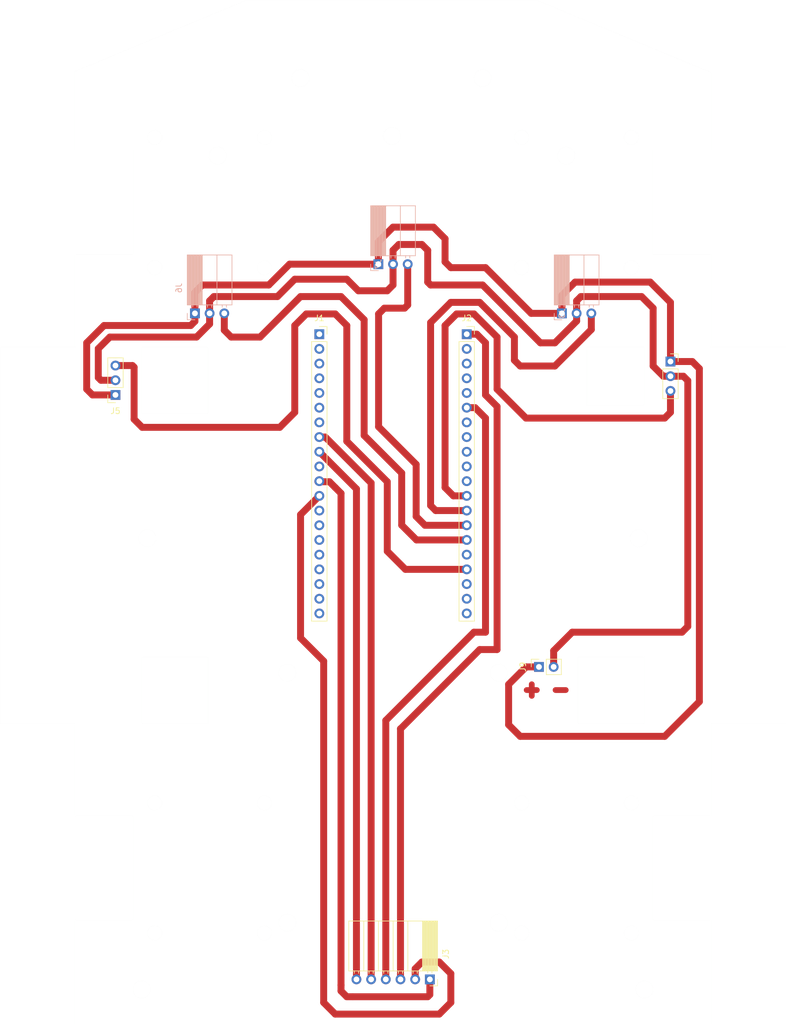
<source format=kicad_pcb>
(kicad_pcb (version 20241229) (generator "pcbnew") (generator_version "9.0")
  (layers (0 "F.Cu" signal) (2 "B.Cu" signal) (13 "F.Paste" user) (15 "B.Paste" user) (5 "F.SilkS" user "F.Silkscreen") (7 "B.SilkS" user "B.Silkscreen") (1 "F.Mask" user) (3 "B.Mask" user) (25 "Edge.Cuts" user))
  (net 0 "")
  (net 14 "Net-(J1-Pin_8)")
  (net 16 "Net-(J1-Pin_9)")
  (net 18 "Net-(J1-Pin_12)")
  (net 19 "Net-(J1-Pin_11)")
  (net 22 "Net-(J2-Pin_14)")
  (net 26 "Net-(J2-Pin_6)")
  (net 29 "Net-(J2-Pin_13)")
  (net 31 "Net-(J2-Pin_12)")
  (net 32 "Net-(J2-Pin_15)")
  (net 35 "Net-(J2-Pin_1)")
  (net 39 "Net-(J4-Pin_1)")
  (net 40 "Net-(J4-Pin_2)")
  (net 41 "Net-(J2-Pin_17)")
  (footprint "Connector_PinSocket_2.54mm:PinSocket_1x20_P2.54mm_Vertical" (layer "F.Cu") (at 125.75 75.5)
    (property "Reference" "J2")
    (property "Value" "Conn_01x20")
  )
  (footprint "Connector_PinSocket_2.54mm:PinSocket_1x20_P2.54mm_Vertical" (layer "F.Cu") (at 100.25 75.5)
    (property "Reference" "J1")
    (property "Value" "Conn_01x20")
  )
  (footprint "Connector_PinSocket_2.54mm:PinSocket_1x02_P2.54mm_Vertical" (layer "F.Cu") (at 138.25 133 90)
    (property "Reference" "J9")
    (property "Value" "Conn_01x02")
  )
  (footprint "Connector_PinSocket_2.54mm:PinSocket_1x03_P2.54mm_Vertical" (layer "F.Cu") (at 64.975 86 180)
    (property "Reference" "J5")
    (property "Value" "Conn_01x03")
  )
  (footprint "Connector_PinSocket_2.54mm:PinSocket_1x06_P2.54mm_Horizontal" (layer "F.Cu") (at 119.37 187 -90)
    (property "Reference" "J3")
    (property "Value" "Conn_01x06")
  )
  (footprint "Connector_PinSocket_2.54mm:PinSocket_1x03_P2.54mm_Vertical" (layer "F.Cu") (at 161 80.225)
    (property "Reference" "J4" (hide yes))
    (property "Value" "Conn_01x03")
  )
  (footprint "Connector_PinSocket_2.54mm:PinSocket_1x03_P2.54mm_Horizontal" (layer "B.Cu") (at 142.225 71.9 -90)
    (property "Reference" "J8")
    (property "Value" "Conn_01x03")
  )
  (footprint "Connector_PinSocket_2.54mm:PinSocket_1x03_P2.54mm_Horizontal" (layer "B.Cu") (at 78.725001 71.9 -90)
    (property "Reference" "J6")
    (property "Value" "Conn_01x03" (hide yes))
  )
  (footprint "Connector_PinSocket_2.54mm:PinSocket_1x03_P2.54mm_Horizontal" (layer "B.Cu") (at 110.46 63.4 -90)
    (property "Reference" "J7")
    (property "Value" "Conn_01x03")
  )
  (gr_line (start 141.125 137) (end 142.875 137) (stroke (width 1)) (layer "F.Cu"))
  (gr_line (start 137 136) (end 137 138) (stroke (width 1)) (layer "F.Cu"))
  (gr_line (start 136.125 137) (end 137.875 137) (stroke (width 1)) (layer "F.Cu"))
  (gr_line (start 70.888985 112.201008) (end 71.07499 112.138004) (stroke (width 0.003779) (color 255 0 0 1)) (layer "Edge.Cuts"))
  (gr_line (start 95.509987 31.054012) (end 95.496987 31.250011) (stroke (width 0.003779) (color 255 0 0 1)) (layer "Edge.Cuts"))
  (gr_line (start 154.086981 177.758001) (end 153.925978 177.789999) (stroke (width 0.003779) (color 255 0 0 1)) (layer "Edge.Cuts"))
  (gr_curve (pts (xy 136.50298 156.5) (xy 136.499317 156.445667) (xy 136.495648 156.391334) (xy 136.491982 156.337002)) (stroke (width 0.003779) (color 255 0 0 1)) (layer "Edge.Cuts"))
  (gr_line (start 155.74898 190.050999) (end 155.924979 190.137997) (stroke (width 0.003779) (color 255 0 0 1)) (layer "Edge.Cuts"))
  (gr_line (start 70.863983 40.61401) (end 70.755989 40.738018) (stroke (width 0.003779) (color 255 0 0 1)) (layer "Edge.Cuts"))
  (gr_line (start 72.635987 42.386013) (end 72.743981 42.262005) (stroke (width 0.003779) (color 255 0 0 1)) (layer "Edge.Cuts"))
  (gr_line (start 135.086979 155.257999) (end 134.925984 155.290001) (stroke (width 0.003779) (color 255 0 0 1)) (layer "Edge.Cuts"))
  (gr_curve (pts (xy 131.101979 132.543999) (xy 131.037648 132.556667) (xy 130.973316 132.569332) (xy 130.908982 132.582001)) (stroke (width 0.003779) (color 255 0 0 1)) (layer "Edge.Cuts"))
  (gr_curve (pts (xy 135.249981 40.247021) (xy 135.199982 40.250377) (xy 135.149983 40.253765) (xy 135.09998 40.257137)) (stroke (width 0.003779) (color 255 0 0 1)) (layer "Edge.Cuts"))
  (gr_curve (pts (xy 153.363978 155.613998) (xy 153.355849 155.623333) (xy 153.347719 155.632664) (xy 153.33959 155.641998)) (stroke (width 0.003779) (color 255 0 0 1)) (layer "Edge.Cuts"))
  (gr_line (start 70.496987 189.86948) (end 70.561989 189.811993) (stroke (width 0.003779) (color 255 0 0 1)) (layer "Edge.Cuts"))
  (gr_line (start 143.338982 43.199016) (end 143.145981 43.160015) (stroke (width 0.003779) (color 255 0 0 1)) (layer "Edge.Cuts"))
  (gr_curve (pts (xy 70.987984 178.005995) (xy 70.946648 178.041998) (xy 70.905312 178.077993) (xy 70.863983 178.113996)) (stroke (width 0.003779) (color 255 0 0 1)) (layer "Edge.Cuts"))
  (gr_line (start 72.959984 64.324016) (end 72.991982 64.163006) (stroke (width 0.003779) (color 255 0 0 1)) (layer "Edge.Cuts"))
  (gr_line (start 45 142.75) (end 45 109.248005) (stroke (width 0.003779) (color 255 0 0 1)) (layer "Edge.Cuts"))
  (gr_line (start 153.62398 155.415001) (end 153.487978 155.506) (stroke (width 0.003779) (color 255 0 0 1)) (layer "Edge.Cuts"))
  (gr_line (start 129.794979 177.211996) (end 129.80798 177.407995) (stroke (width 0.003779) (color 255 0 0 1)) (layer "Edge.Cuts"))
  (gr_line (start 156.499979 190.252995) (end 156.502978 190.252796) (stroke (width 0.003779) (color 255 0 0 1)) (layer "Edge.Cuts"))
  (gr_line (start 95.280983 132.617) (end 95.163986 132.57737) (stroke (width 0.003779) (color 255 0 0 1)) (layer "Edge.Cuts"))
  (gr_curve (pts (xy 93.220986 177.398001) (xy 93.23365 177.462332) (xy 93.246315 177.52667) (xy 93.258988 177.591001)) (stroke (width 0.003779) (color 255 0 0 1)) (layer "Edge.Cuts"))
  (gr_line (start 57.999985 30.062542) (end 68.001984 25.919292) (stroke (width 0.003779) (color 255 0 0 1)) (layer "Edge.Cuts"))
  (gr_line (start 154.307978 111.665005) (end 154.437979 111.812) (stroke (width 0.003779) (color 255 0 0 1)) (layer "Edge.Cuts"))
  (gr_line (start 71.691986 111.665005) (end 71.800988 111.501003) (stroke (width 0.003779) (color 255 0 0 1)) (layer "Edge.Cuts"))
  (gr_line (start 93.254982 133.617) (end 93.215981 133.808998) (stroke (width 0.003779) (color 255 0 0 1)) (layer "Edge.Cuts"))
  (gr_line (start 70.496987 178.999998) (end 70.507988 179.163) (stroke (width 0.003779) (color 255 0 0 1)) (layer "Edge.Cuts"))
  (gr_line (start 71.989983 110.554004) (end 71.950981 110.361004) (stroke (width 0.003779) (color 255 0 0 1)) (layer "Edge.Cuts"))
  (gr_curve (pts (xy 157.002978 110.750004) (xy 156.999354 110.695339) (xy 156.995726 110.640674) (xy 156.992102 110.586002)) (stroke (width 0.003779) (color 255 0 0 1)) (layer "Edge.Cuts"))
  (gr_curve (pts (xy 111.371987 40.854015) (xy 111.365425 40.88734) (xy 111.358856 40.920681) (xy 111.352295 40.954006)) (stroke (width 0.003779) (color 255 0 0 1)) (layer "Edge.Cuts"))
  (gr_line (start 153.315207 178.169996) (end 153.25598 178.237997) (stroke (width 0.003779) (color 255 0 0 1)) (layer "Edge.Cuts"))
  (gr_line (start 167.999978 61.75201) (end 167.999978 77.750004) (stroke (width 0.003779) (color 255 0 0 1)) (layer "Edge.Cuts"))
  (gr_curve (pts (xy 136.33498 179.625997) (xy 136.358982 179.576994) (xy 136.382981 179.527998) (xy 136.406979 179.478994)) (stroke (width 0.003779) (color 255 0 0 1)) (layer "Edge.Cuts"))
  (gr_line (start 156.250979 112.051006) (end 156.41498 111.942005) (stroke (width 0.003779) (color 255 0 0 1)) (layer "Edge.Cuts"))
  (gr_line (start 114.014984 40.328014) (end 113.885987 40.180004) (stroke (width 0.003779) (color 255 0 0 1)) (layer "Edge.Cuts"))
  (gr_line (start 127.111981 30.675014) (end 127.098774 30.714001) (stroke (width 0.003779) (color 255 0 0 1)) (layer "Edge.Cuts"))
  (gr_line (start 153.33959 155.641998) (end 153.25598 155.737999) (stroke (width 0.003779) (color 255 0 0 1)) (layer "Edge.Cuts"))
  (gr_curve (pts (xy 153.03998 156.175999) (xy 153.029314 156.229667) (xy 153.018645 156.283333) (xy 153.007979 156.337002)) (stroke (width 0.003779) (color 255 0 0 1)) (layer "Edge.Cuts"))
  (gr_curve (pts (xy 153.16498 179.625997) (xy 153.195315 179.671331) (xy 153.225645 179.716665) (xy 153.25598 179.761998)) (stroke (width 0.003779) (color 255 0 0 1)) (layer "Edge.Cuts"))
  (gr_curve (pts (xy 155.502978 187.630513) (xy 155.48131 187.649678) (xy 155.459646 187.668835) (xy 155.437979 187.688)) (stroke (width 0.003779) (color 255 0 0 1)) (layer "Edge.Cuts"))
  (gr_line (start 93.751099 135.161999) (end 93.790985 135.196998) (stroke (width 0.003779) (color 255 0 0 1)) (layer "Edge.Cuts"))
  (gr_line (start 154.584978 111.942005) (end 154.74898 112.051006) (stroke (width 0.003779) (color 255 0 0 1)) (layer "Edge.Cuts"))
  (gr_line (start 128.303982 32.740017) (end 128.499981 32.75201) (stroke (width 0.003779) (color 255 0 0 1)) (layer "Edge.Cuts"))
  (gr_line (start 70.987984 179.994) (end 71.123986 180.084996) (stroke (width 0.003779) (color 255 0 0 1)) (layer "Edge.Cuts"))
  (gr_line (start 131.493981 132.543999) (end 131.297982 132.530998) (stroke (width 0.003779) (color 255 0 0 1)) (layer "Edge.Cuts"))
  (gr_curve (pts (xy 89.863983 157.386001) (xy 89.905319 157.422001) (xy 89.946648 157.458) (xy 89.987984 157.493999)) (stroke (width 0.003779) (color 255 0 0 1)) (layer "Edge.Cuts"))
  (gr_line (start 89.507988 41.337017) (end 89.496987 41.500011) (stroke (width 0.003779) (color 255 0 0 1)) (layer "Edge.Cuts"))
  (gr_line (start 157.950979 189.138996) (end 157.989981 188.945996) (stroke (width 0.003779) (color 255 0 0 1)) (layer "Edge.Cuts"))
  (gr_curve (pts (xy 97.914986 30.05801) (xy 97.860321 30.021679) (xy 97.805649 29.985332) (xy 97.750984 29.949016)) (stroke (width 0.003779) (color 255 0 0 1)) (layer "Edge.Cuts"))
  (gr_line (start 155.406981 156.021) (end 155.334978 155.874) (stroke (width 0.003779) (color 255 0 0 1)) (layer "Edge.Cuts"))
  (gr_line (start 95.611985 31.825008) (end 95.698982 32.001018) (stroke (width 0.003779) (color 255 0 0 1)) (layer "Edge.Cuts"))
  (gr_line (start 89.987984 42.494015) (end 90.123986 42.585003) (stroke (width 0.003779) (color 255 0 0 1)) (layer "Edge.Cuts"))
  (gr_curve (pts (xy 91.66037 155.641998) (xy 91.652245 155.632664) (xy 91.644112 155.623333) (xy 91.635987 155.613998)) (stroke (width 0.003779) (color 255 0 0 1)) (layer "Edge.Cuts"))
  (gr_line (start 91.067986 62.788814) (end 90.912987 62.758007) (stroke (width 0.003779) (color 255 0 0 1)) (layer "Edge.Cuts"))
  (gr_line (start 136.123982 40.603557) (end 136.011982 40.506008) (stroke (width 0.003779) (color 255 0 0 1)) (layer "Edge.Cuts"))
  (gr_line (start 134.007981 156.337002) (end 133.997982 156.5) (stroke (width 0.003779) (color 255 0 0 1)) (layer "Edge.Cuts"))
  (gr_line (start 71.586983 177.758001) (end 71.425988 177.789999) (stroke (width 0.003779) (color 255 0 0 1)) (layer "Edge.Cuts"))
  (gr_curve (pts (xy 136.491982 41.663006) (xy 136.495648 41.608684) (xy 136.499317 41.554348) (xy 136.50298 41.500011)) (stroke (width 0.003779) (color 255 0 0 1)) (layer "Edge.Cuts"))
  (gr_line (start 91.906983 63.521007) (end 91.887886 63.482006) (stroke (width 0.003779) (color 255 0 0 1)) (layer "Edge.Cuts"))
  (gr_curve (pts (xy 72.511986 42.494015) (xy 72.553322 42.458019) (xy 72.594658 42.422008) (xy 72.635987 42.386013)) (stroke (width 0.003779) (color 255 0 0 1)) (layer "Edge.Cuts"))
  (gr_line (start 154.875979 62.91502) (end 154.728979 62.843014) (stroke (width 0.003779) (color 255 0 0 1)) (layer "Edge.Cuts"))
  (gr_line (start 70.800988 187.998997) (end 70.691986 187.834996) (stroke (width 0.003779) (color 255 0 0 1)) (layer "Edge.Cuts"))
  (gr_curve (pts (xy 70.863983 155.613998) (xy 70.855858 155.623333) (xy 70.847725 155.632664) (xy 70.839592 155.641998)) (stroke (width 0.003779) (color 255 0 0 1)) (layer "Edge.Cuts"))
  (gr_line (start 155.048979 188.360997) (end 155.039076 188.41) (stroke (width 0.003779) (color 255 0 0 1)) (layer "Edge.Cuts"))
  (gr_line (start 68.048989 188.360997) (end 68.039086 188.41) (stroke (width 0.003779) (color 255 0 0 1)) (layer "Edge.Cuts"))
  (gr_curve (pts (xy 132.489979 178.126997) (xy 132.526314 178.07266) (xy 132.562649 178.018331) (xy 132.59898 177.963995)) (stroke (width 0.003779) (color 255 0 0 1)) (layer "Edge.Cuts"))
  (gr_line (start 73.001984 77.750004) (end 70.496987 77.750004) (stroke (width 0.003779) (color 255 0 0 1)) (layer "Edge.Cuts"))
  (gr_line (start 71.887985 111.325001) (end 71.950981 111.139004) (stroke (width 0.003779) (color 255 0 0 1)) (layer "Edge.Cuts"))
  (gr_line (start 156.603979 187.254361) (end 156.502978 187.248181) (stroke (width 0.003779) (color 255 0 0 1)) (layer "Edge.Cuts"))
  (gr_curve (pts (xy 133.997982 64.000011) (xy 134.001316 64.054348) (xy 134.004647 64.108684) (xy 134.007981 64.163006)) (stroke (width 0.003779) (color 255 0 0 1)) (layer "Edge.Cuts"))
  (gr_curve (pts (xy 91.834984 64.626018) (xy 91.858986 64.577007) (xy 91.882988 64.528011) (xy 91.906983 64.479015)) (stroke (width 0.003779) (color 255 0 0 1)) (layer "Edge.Cuts"))
  (gr_curve (pts (xy 144.337982 44.075008) (xy 144.330651 44.060177) (xy 144.323315 44.045345) (xy 144.315983 44.030498)) (stroke (width 0.003779) (color 255 0 0 1)) (layer "Edge.Cuts"))
  (gr_curve (pts (xy 93.322983 176.626997) (xy 93.301651 176.689001) (xy 93.280319 176.750997) (xy 93.258988 176.813001)) (stroke (width 0.003779) (color 255 0 0 1)) (layer "Edge.Cuts"))
  (gr_curve (pts (xy 141.502709 45.050014) (xy 141.522465 45.108349) (xy 141.542225 45.166668) (xy 141.561981 45.225017)) (stroke (width 0.003779) (color 255 0 0 1)) (layer "Edge.Cuts"))
  (gr_curve (pts (xy 132.59898 176.460996) (xy 132.562649 176.40666) (xy 132.526314 176.352331) (xy 132.489979 176.297994)) (stroke (width 0.003779) (color 255 0 0 1)) (layer "Edge.Cuts"))
  (gr_line (start 129.979981 31.495495) (end 129.989979 31.44601) (stroke (width 0.003779) (color 255 0 0 1)) (layer "Edge.Cuts"))
  (gr_line (start 94.4338 132.530998) (end 94.316986 132.554001) (stroke (width 0.003779) (color 255 0 0 1)) (layer "Edge.Cuts"))
  (gr_line (start 136.011982 155.506) (end 135.875981 155.415001) (stroke (width 0.003779) (color 255 0 0 1)) (layer "Edge.Cuts"))
  (gr_curve (pts (xy 70.664986 40.874004) (xy 70.651924 40.900677) (xy 70.638863 40.927349) (xy 70.625801 40.954006)) (stroke (width 0.003779) (color 255 0 0 1)) (layer "Edge.Cuts"))
  (gr_line (start 111.333985 41.047008) (end 111.320984 41.243007) (stroke (width 0.003779) (color 255 0 0 1)) (layer "Edge.Cuts"))
  (gr_line (start 69.303986 187.259999) (end 69.110985 187.299001) (stroke (width 0.003779) (color 255 0 0 1)) (layer "Edge.Cuts"))
  (gr_curve (pts (xy 70.58799 41.964397) (xy 70.589653 41.969265) (xy 70.591316 41.974132) (xy 70.59298 41.979015)) (stroke (width 0.003779) (color 255 0 0 1)) (layer "Edge.Cuts"))
  (gr_curve (pts (xy 156.800978 111.501003) (xy 156.829977 111.442341) (xy 156.85898 111.383671) (xy 156.88798 111.325001)) (stroke (width 0.003779) (color 255 0 0 1)) (layer "Edge.Cuts"))
  (gr_curve (pts (xy 136.45998 64.324016) (xy 136.470646 64.270336) (xy 136.481312 64.216686) (xy 136.491982 64.163006)) (stroke (width 0.003779) (color 255 0 0 1)) (layer "Edge.Cuts"))
  (gr_line (start 90.912987 40.258007) (end 90.749985 40.247021) (stroke (width 0.003779) (color 255 0 0 1)) (layer "Edge.Cuts"))
  (gr_line (start 155.243979 40.738018) (end 155.135981 40.61401) (stroke (width 0.003779) (color 255 0 0 1)) (layer "Edge.Cuts"))
  (gr_line (start 134.092984 63.521007) (end 134.075981 63.57072) (stroke (width 0.003779) (color 255 0 0 1)) (layer "Edge.Cuts"))
  (gr_curve (pts (xy 97.211983 32.736782) (xy 97.270989 32.724865) (xy 97.329987 32.712932) (xy 97.388985 32.701015)) (stroke (width 0.003779) (color 255 0 0 1)) (layer "Edge.Cuts"))
  (gr_curve (pts (xy 94.901985 135.494999) (xy 94.966316 135.482334) (xy 95.030655 135.469665) (xy 95.094986 135.457001)) (stroke (width 0.003779) (color 255 0 0 1)) (layer "Edge.Cuts"))
  (gr_line (start 68.307984 189.664997) (end 68.437981 189.811993) (stroke (width 0.003779) (color 255 0 0 1)) (layer "Edge.Cuts"))
  (gr_line (start 72.375984 42.585003) (end 72.511986 42.494015) (stroke (width 0.003779) (color 255 0 0 1)) (layer "Edge.Cuts"))
  (gr_curve (pts (xy 136.243981 179.761998) (xy 136.274311 179.716665) (xy 136.304646 179.671331) (xy 136.33498 179.625997)) (stroke (width 0.003779) (color 255 0 0 1)) (layer "Edge.Cuts"))
  (gr_line (start 70.960884 188.41) (end 70.950981 188.360997) (stroke (width 0.003779) (color 255 0 0 1)) (layer "Edge.Cuts"))
  (gr_curve (pts (xy 91.073982 155.290001) (xy 91.071984 155.289604) (xy 91.069985 155.289203) (xy 91.067986 155.288807)) (stroke (width 0.003779) (color 255 0 0 1)) (layer "Edge.Cuts"))
  (gr_curve (pts (xy 98.401192 30.714001) (xy 98.39679 30.701) (xy 98.392388 30.688015) (xy 98.387985 30.675014)) (stroke (width 0.003779) (color 255 0 0 1)) (layer "Edge.Cuts"))
  (gr_line (start 132.211979 135.224998) (end 132.28426 135.161999) (stroke (width 0.003779) (color 255 0 0 1)) (layer "Edge.Cuts"))
  (gr_line (start 180.999977 142.75) (end 167.999978 142.75) (stroke (width 0.003779) (color 255 0 0 1)) (layer "Edge.Cuts"))
  (gr_curve (pts (xy 72.635987 157.386001) (xy 72.67199 157.344669) (xy 72.707985 157.303333) (xy 72.743981 157.262001)) (stroke (width 0.003779) (color 255 0 0 1)) (layer "Edge.Cuts"))
  (gr_line (start 89.514145 179.193998) (end 89.539986 179.323995) (stroke (width 0.003779) (color 255 0 0 1)) (layer "Edge.Cuts"))
  (gr_line (start 135.412983 62.758007) (end 135.249981 62.747021) (stroke (width 0.003779) (color 255 0 0 1)) (layer "Edge.Cuts"))
  (gr_line (start 154.009978 110.946003) (end 154.048979 111.139004) (stroke (width 0.003779) (color 255 0 0 1)) (layer "Edge.Cuts"))
  (gr_curve (pts (xy 91.635987 63.11401) (xy 91.594651 63.078014) (xy 91.553322 63.042003) (xy 91.511986 63.006008)) (stroke (width 0.003779) (color 255 0 0 1)) (layer "Edge.Cuts"))
  (gr_curve (pts (xy 71.367493 157.689998) (xy 71.386986 157.696667) (xy 71.406487 157.703331) (xy 71.425988 157.709999)) (stroke (width 0.003779) (color 255 0 0 1)) (layer "Edge.Cuts"))
  (gr_curve (pts (xy 135.728981 177.843) (xy 135.677315 177.825331) (xy 135.625645 177.807669) (xy 135.573979 177.789999)) (stroke (width 0.003779) (color 255 0 0 1)) (layer "Edge.Cuts"))
  (gr_curve (pts (xy 90.270989 62.843014) (xy 90.221985 62.867016) (xy 90.172982 62.891002) (xy 90.123986 62.91502)) (stroke (width 0.003779) (color 255 0 0 1)) (layer "Edge.Cuts"))
  (gr_curve (pts (xy 91.073982 40.29002) (xy 91.071984 40.289623) (xy 91.069985 40.289211) (xy 91.067986 40.288814)) (stroke (width 0.003779) (color 255 0 0 1)) (layer "Edge.Cuts"))
  (gr_line (start 134.925984 40.29002) (end 134.770981 40.343014) (stroke (width 0.003779) (color 255 0 0 1)) (layer "Edge.Cuts"))
  (gr_curve (pts (xy 70.989983 188.553997) (xy 70.980286 188.506001) (xy 70.970589 188.457997) (xy 70.960884 188.41)) (stroke (width 0.003779) (color 255 0 0 1)) (layer "Edge.Cuts"))
  (gr_curve (pts (xy 72.635987 40.61401) (xy 72.594658 40.578014) (xy 72.553322 40.542003) (xy 72.511986 40.506008)) (stroke (width 0.003779) (color 255 0 0 1)) (layer "Edge.Cuts"))
  (gr_line (start 134.48798 42.494015) (end 134.623982 42.585003) (stroke (width 0.003779) (color 255 0 0 1)) (layer "Edge.Cuts"))
  (gr_line (start 131.493981 135.522999) (end 131.685982 135.485) (stroke (width 0.003779) (color 255 0 0 1)) (layer "Edge.Cuts"))
  (gr_line (start 89.539986 178.676) (end 89.507988 178.836996) (stroke (width 0.003779) (color 255 0 0 1)) (layer "Edge.Cuts"))
  (gr_line (start 134.255982 178.237997) (end 134.164982 178.373998) (stroke (width 0.003779) (color 255 0 0 1)) (layer "Edge.Cuts"))
  (gr_curve (pts (xy 131.685982 135.485) (xy 131.748314 135.463669) (xy 131.81065 135.442333) (xy 131.872982 135.421001)) (stroke (width 0.003779) (color 255 0 0 1)) (layer "Edge.Cuts"))
  (gr_line (start 130.310704 135.161999) (end 130.382981 135.224998) (stroke (width 0.003779) (color 255 0 0 1)) (layer "Edge.Cuts"))
  (gr_line (start 91.228981 155.342998) (end 91.073982 155.290001) (stroke (width 0.003779) (color 255 0 0 1)) (layer "Edge.Cuts"))
  (gr_line (start 70.755989 63.238018) (end 70.664986 63.374004) (stroke (width 0.003779) (color 255 0 0 1)) (layer "Edge.Cuts"))
  (gr_line (start 135.086979 40.258007) (end 134.925984 40.29002) (stroke (width 0.003779) (color 255 0 0 1)) (layer "Edge.Cuts"))
  (gr_line (start 70.59298 64.479015) (end 70.664986 64.626018) (stroke (width 0.003779) (color 255 0 0 1)) (layer "Edge.Cuts"))
  (gr_line (start 71.561989 109.688007) (end 71.414986 109.558002) (stroke (width 0.003779) (color 255 0 0 1)) (layer "Edge.Cuts"))
  (gr_curve (pts (xy 72.635987 178.113996) (xy 72.594658 178.077993) (xy 72.553322 178.041998) (xy 72.511986 178.005995)) (stroke (width 0.003779) (color 255 0 0 1)) (layer "Edge.Cuts"))
  (gr_curve (pts (xy 154.584978 109.558002) (xy 154.575312 109.566555) (xy 154.565645 109.5751) (xy 154.555979 109.583652)) (stroke (width 0.003779) (color 255 0 0 1)) (layer "Edge.Cuts"))
  (gr_line (start 67.996987 194.749996) (end 57.999985 194.749996) (stroke (width 0.003779) (color 255 0 0 1)) (layer "Edge.Cuts"))
  (gr_curve (pts (xy 154.086981 65.242016) (xy 154.141314 65.245342) (xy 154.195647 65.248684) (xy 154.249979 65.25201)) (stroke (width 0.003779) (color 255 0 0 1)) (layer "Edge.Cuts"))
  (gr_line (start 142.949982 46.152019) (end 143.145981 46.140011) (stroke (width 0.003779) (color 255 0 0 1)) (layer "Edge.Cuts"))
  (gr_line (start 96.803986 32.740017) (end 96.999985 32.75201) (stroke (width 0.003779) (color 255 0 0 1)) (layer "Edge.Cuts"))
  (gr_curve (pts (xy 130.722981 135.421001) (xy 130.784981 135.442333) (xy 130.846981 135.463669) (xy 130.908982 135.485)) (stroke (width 0.003779) (color 255 0 0 1)) (layer "Edge.Cuts"))
  (gr_curve (pts (xy 129.996983 176.460996) (xy 129.991314 176.472463) (xy 129.985646 176.483923) (xy 129.979981 176.49539)) (stroke (width 0.003779) (color 255 0 0 1)) (layer "Edge.Cuts"))
  (gr_line (start 142.560982 43.199016) (end 142.374981 43.262005) (stroke (width 0.003779) (color 255 0 0 1)) (layer "Edge.Cuts"))
  (gr_line (start 156.502978 194.749996) (end 155.502978 194.749996) (stroke (width 0.003779) (color 255 0 0 1)) (layer "Edge.Cuts"))
  (gr_line (start 72.959984 41.176006) (end 72.90699 41.021007) (stroke (width 0.003779) (color 255 0 0 1)) (layer "Edge.Cuts"))
  (gr_curve (pts (xy 153.25598 178.237997) (xy 153.225645 178.283331) (xy 153.195315 178.328665) (xy 153.16498 178.373998)) (stroke (width 0.003779) (color 255 0 0 1)) (layer "Edge.Cuts"))
  (gr_line (start 155.334978 40.874004) (end 155.243979 40.738018) (stroke (width 0.003779) (color 255 0 0 1)) (layer "Edge.Cuts"))
  (gr_line (start 134.867489 157.689998) (end 134.925984 157.709999) (stroke (width 0.003779) (color 255 0 0 1)) (layer "Edge.Cuts"))
  (gr_line (start 73.001984 194.749996) (end 71.001984 194.749996) (stroke (width 0.003779) (color 255 0 0 1)) (layer "Edge.Cuts"))
  (gr_line (start 131.297982 175.709997) (end 131.101979 175.722997) (stroke (width 0.003779) (color 255 0 0 1)) (layer "Edge.Cuts"))
  (gr_line (start 153.03998 64.324016) (end 153.092978 64.479015) (stroke (width 0.003779) (color 255 0 0 1)) (layer "Edge.Cuts"))
  (gr_curve (pts (xy 156.88798 110.175007) (xy 156.85898 110.116337) (xy 156.829977 110.057667) (xy 156.800978 109.999004)) (stroke (width 0.003779) (color 255 0 0 1)) (layer "Edge.Cuts"))
  (gr_curve (pts (xy 95.772988 176.139997) (xy 95.766152 176.134001) (xy 95.759323 176.127996) (xy 95.752495 176.122)) (stroke (width 0.003779) (color 255 0 0 1)) (layer "Edge.Cuts"))
  (gr_line (start 153.487978 157.493999) (end 153.62398 157.584999) (stroke (width 0.003779) (color 255 0 0 1)) (layer "Edge.Cuts"))
  (gr_line (start 70.539986 178.676) (end 70.507988 178.836996) (stroke (width 0.003779) (color 255 0 0 1)) (layer "Edge.Cuts"))
  (gr_line (start 57.999985 158.748001) (end 57.999985 142.75) (stroke (width 0.003779) (color 255 0 0 1)) (layer "Edge.Cuts"))
  (gr_curve (pts (xy 93.66848 176.122) (xy 93.661644 176.127996) (xy 93.654816 176.134001) (xy 93.647988 176.139997)) (stroke (width 0.003779) (color 255 0 0 1)) (layer "Edge.Cuts"))
  (gr_line (start 70.755989 179.761998) (end 70.863983 179.885999) (stroke (width 0.003779) (color 255 0 0 1)) (layer "Edge.Cuts"))
  (gr_line (start 93.258988 176.813001) (end 93.220986 177.005995) (stroke (width 0.003779) (color 255 0 0 1)) (layer "Edge.Cuts"))
  (gr_line (start 68.996987 110.750004) (end 69.009987 110.946003) (stroke (width 0.003779) (color 255 0 0 1)) (layer "Edge.Cuts"))
  (gr_line (start 154.412977 62.758007) (end 154.249979 62.747021) (stroke (width 0.003779) (color 255 0 0 1)) (layer "Edge.Cuts"))
  (gr_curve (pts (xy 90.749985 180.252995) (xy 90.804314 180.249326) (xy 90.85865 180.245663) (xy 90.912987 180.241994)) (stroke (width 0.003779) (color 255 0 0 1)) (layer "Edge.Cuts"))
  (gr_line (start 68.92498 187.361996) (end 68.748986 187.448994) (stroke (width 0.003779) (color 255 0 0 1)) (layer "Edge.Cuts"))
  (gr_curve (pts (xy 72.03373 180.217999) (xy 72.04715 180.215329) (xy 72.06057 180.212666) (xy 72.073982 180.209996)) (stroke (width 0.003779) (color 255 0 0 1)) (layer "Edge.Cuts"))
  (gr_line (start 95.548989 30.861004) (end 95.509987 31.054012) (stroke (width 0.003779) (color 255 0 0 1)) (layer "Edge.Cuts"))
  (gr_line (start 72.375984 65.085003) (end 72.511986 64.994015) (stroke (width 0.003779) (color 255 0 0 1)) (layer "Edge.Cuts"))
  (gr_line (start 127.58498 32.442013) (end 127.748982 32.551006) (stroke (width 0.003779) (color 255 0 0 1)) (layer "Edge.Cuts"))
  (gr_curve (pts (xy 93.795983 176.01) (xy 93.753479 176.047331) (xy 93.710976 176.084669) (xy 93.66848 176.122)) (stroke (width 0.003779) (color 255 0 0 1)) (layer "Edge.Cuts"))
  (gr_line (start 91.991982 156.337002) (end 91.959984 156.175999) (stroke (width 0.003779) (color 255 0 0 1)) (layer "Edge.Cuts"))
  (gr_curve (pts (xy 154.573981 157.709999) (xy 154.593478 157.703331) (xy 154.612974 157.696667) (xy 154.632471 157.689998)) (stroke (width 0.003779) (color 255 0 0 1)) (layer "Edge.Cuts"))
  (gr_curve (pts (xy 153.25598 155.737999) (xy 153.225645 155.783333) (xy 153.195315 155.828667) (xy 153.16498 155.874)) (stroke (width 0.003779) (color 255 0 0 1)) (layer "Edge.Cuts"))
  (gr_line (start 156.992102 110.586002) (end 156.989981 110.554004) (stroke (width 0.003779) (color 255 0 0 1)) (layer "Edge.Cuts"))
  (gr_line (start 136.33498 157.125999) (end 136.406979 156.979) (stroke (width 0.003779) (color 255 0 0 1)) (layer "Edge.Cuts"))
  (gr_line (start 156.41498 109.558002) (end 156.250979 109.449001) (stroke (width 0.003779) (color 255 0 0 1)) (layer "Edge.Cuts"))
  (gr_line (start 128.110981 32.701015) (end 128.303982 32.740017) (stroke (width 0.003779) (color 255 0 0 1)) (layer "Edge.Cuts"))
  (gr_line (start 144.250981 43.899013) (end 144.141979 43.735012) (stroke (width 0.003779) (color 255 0 0 1)) (layer "Edge.Cuts"))
  (gr_curve (pts (xy 94.514984 175.712995) (xy 94.450653 175.72566) (xy 94.386315 175.738333) (xy 94.321984 175.750997)) (stroke (width 0.003779) (color 255 0 0 1)) (layer "Edge.Cuts"))
  (gr_curve (pts (xy 72.228981 180.156995) (xy 72.277985 180.132993) (xy 72.326988 180.108998) (xy 72.375984 180.084996)) (stroke (width 0.003779) (color 255 0 0 1)) (layer "Edge.Cuts"))
  (gr_line (start 89.987984 64.994015) (end 90.123986 65.085003) (stroke (width 0.003779) (color 255 0 0 1)) (layer "Edge.Cuts"))
  (gr_curve (pts (xy 69.888985 190.200993) (xy 69.950981 190.179997) (xy 70.012985 190.158993) (xy 70.07499 190.137997)) (stroke (width 0.003779) (color 255 0 0 1)) (layer "Edge.Cuts"))
  (gr_line (start 180.999977 77.750004) (end 180.999977 142.75) (stroke (width 0.003779) (color 255 0 0 1)) (layer "Edge.Cuts"))
  (gr_curve (pts (xy 134.007981 63.837017) (xy 134.004647 63.891338) (xy 134.001316 63.945675) (xy 133.997982 64.000011)) (stroke (width 0.003779) (color 255 0 0 1)) (layer "Edge.Cuts"))
  (gr_curve (pts (xy 158.002978 188.749996) (xy 157.998644 188.684666) (xy 157.994314 188.619328) (xy 157.989981 188.553997)) (stroke (width 0.003779) (color 255 0 0 1)) (layer "Edge.Cuts"))
  (gr_line (start 94.135987 175.814001) (end 93.959984 175.900999) (stroke (width 0.003779) (color 255 0 0 1)) (layer "Edge.Cuts"))
  (gr_line (start 129.800984 30.499004) (end 129.691983 30.335003) (stroke (width 0.003779) (color 255 0 0 1)) (layer "Edge.Cuts"))
  (gr_curve (pts (xy 154.412977 157.742) (xy 154.466646 157.731335) (xy 154.520312 157.720665) (xy 154.573981 157.709999)) (stroke (width 0.003779) (color 255 0 0 1)) (layer "Edge.Cuts"))
  (gr_line (start 144.997982 194.749996) (end 136.50298 194.749996) (stroke (width 0.003779) (color 255 0 0 1)) (layer "Edge.Cuts"))
  (gr_line (start 155.485819 179.193998) (end 155.49198 179.163) (stroke (width 0.003779) (color 255 0 0 1)) (layer "Edge.Cuts"))
  (gr_curve (pts (xy 89.539986 179.323995) (xy 89.557656 179.375662) (xy 89.575318 179.427328) (xy 89.592987 179.478994)) (stroke (width 0.003779) (color 255 0 0 1)) (layer "Edge.Cuts"))
  (gr_curve (pts (xy 71.749985 180.252995) (xy 71.804314 180.249326) (xy 71.85865 180.245663) (xy 71.912987 180.241994)) (stroke (width 0.003779) (color 255 0 0 1)) (layer "Edge.Cuts"))
  (gr_line (start 134.925984 42.710003) (end 135.086979 42.742016) (stroke (width 0.003779) (color 255 0 0 1)) (layer "Edge.Cuts"))
  (gr_curve (pts (xy 111.521988 40.491009) (xy 111.492989 40.550014) (xy 111.463982 40.60902) (xy 111.434983 40.668011)) (stroke (width 0.003779) (color 255 0 0 1)) (layer "Edge.Cuts"))
  (gr_curve (pts (xy 136.491982 179.163) (xy 136.495648 179.108663) (xy 136.499317 179.054334) (xy 136.50298 178.999998)) (stroke (width 0.003779) (color 255 0 0 1)) (layer "Edge.Cuts"))
  (gr_line (start 153.62398 180.084996) (end 153.770979 180.156995) (stroke (width 0.003779) (color 255 0 0 1)) (layer "Edge.Cuts"))
  (gr_line (start 155.502978 25.092815) (end 157.99798 26.126354) (stroke (width 0.003779) (color 255 0 0 1)) (layer "Edge.Cuts"))
  (gr_curve (pts (xy 130.908982 175.760999) (xy 130.846981 175.781996) (xy 130.784981 175.802999) (xy 130.722981 175.823995)) (stroke (width 0.003779) (color 255 0 0 1)) (layer "Edge.Cuts"))
  (gr_line (start 89.496987 64.000011) (end 89.507988 64.163006) (stroke (width 0.003779) (color 255 0 0 1)) (layer "Edge.Cuts"))
  (gr_line (start 129.80798 177.015997) (end 129.794979 177.211996) (stroke (width 0.003779) (color 255 0 0 1)) (layer "Edge.Cuts"))
  (gr_line (start 154.573981 40.29002) (end 154.555979 40.286434) (stroke (width 0.003779) (color 255 0 0 1)) (layer "Edge.Cuts"))
  (gr_line (start 136.243981 178.237997) (end 136.184757 178.169996) (stroke (width 0.003779) (color 255 0 0 1)) (layer "Edge.Cuts"))
  (gr_line (start 153.62398 62.91502) (end 153.487978 63.006008) (stroke (width 0.003779) (color 255 0 0 1)) (layer "Edge.Cuts"))
  (gr_line (start 69.307984 109.835003) (end 69.198982 109.999004) (stroke (width 0.003779) (color 255 0 0 1)) (layer "Edge.Cuts"))
  (gr_line (start 129.414982 32.442013) (end 129.561981 32.312008) (stroke (width 0.003779) (color 255 0 0 1)) (layer "Edge.Cuts"))
  (gr_curve (pts (xy 71.250984 112.051006) (xy 71.305657 112.014667) (xy 71.360314 111.978336) (xy 71.414986 111.942005)) (stroke (width 0.003779) (color 255 0 0 1)) (layer "Edge.Cuts"))
  (gr_curve (pts (xy 156.695978 187.259999) (xy 156.665312 187.258122) (xy 156.634646 187.256238) (xy 156.603979 187.254361)) (stroke (width 0.003779) (color 255 0 0 1)) (layer "Edge.Cuts"))
  (gr_curve (pts (xy 91.511986 157.493999) (xy 91.553322 157.458) (xy 91.594651 157.422001) (xy 91.635987 157.386001)) (stroke (width 0.003779) (color 255 0 0 1)) (layer "Edge.Cuts"))
  (gr_line (start 154.009978 110.554004) (end 154.008021 110.586002) (stroke (width 0.003779) (color 255 0 0 1)) (layer "Edge.Cuts"))
  (gr_curve (pts (xy 136.406979 179.478994) (xy 136.424649 179.427328) (xy 136.442314 179.375662) (xy 136.45998 179.323995)) (stroke (width 0.003779) (color 255 0 0 1)) (layer "Edge.Cuts"))
  (gr_line (start 72.635987 179.885999) (end 72.743981 179.761998) (stroke (width 0.003779) (color 255 0 0 1)) (layer "Edge.Cuts"))
  (gr_line (start 89.539986 156.175999) (end 89.507988 156.337002) (stroke (width 0.003779) (color 255 0 0 1)) (layer "Edge.Cuts"))
  (gr_line (start 132.786984 133.837002) (end 132.748982 133.644001) (stroke (width 0.003779) (color 255 0 0 1)) (layer "Edge.Cuts"))
  (gr_curve (pts (xy 71.001984 188.749996) (xy 70.997986 188.684666) (xy 70.993981 188.619328) (xy 70.989983 188.553997)) (stroke (width 0.003779) (color 255 0 0 1)) (layer "Edge.Cuts"))
  (gr_line (start 71.912987 180.241994) (end 72.03373 180.217999) (stroke (width 0.003779) (color 255 0 0 1)) (layer "Edge.Cuts"))
  (gr_line (start 142.198982 43.34901) (end 142.034981 43.458019) (stroke (width 0.003779) (color 255 0 0 1)) (layer "Edge.Cuts"))
  (gr_curve (pts (xy 91.991982 179.163) (xy 91.995323 179.108663) (xy 91.99865 179.054334) (xy 92.001984 178.999998)) (stroke (width 0.003779) (color 255 0 0 1)) (layer "Edge.Cuts"))
  (gr_line (start 72.991982 63.837017) (end 72.959984 63.676006) (stroke (width 0.003779) (color 255 0 0 1)) (layer "Edge.Cuts"))
  (gr_line (start 153.112082 63.482006) (end 153.092978 63.521007) (stroke (width 0.003779) (color 255 0 0 1)) (layer "Edge.Cuts"))
  (gr_line (start 144.43998 44.454006) (end 144.400982 44.261013) (stroke (width 0.003779) (color 255 0 0 1)) (layer "Edge.Cuts"))
  (gr_line (start 73.001984 142.752998) (end 81.001984 142.752998) (stroke (width 0.003779) (color 255 0 0 1)) (layer "Edge.Cuts"))
  (gr_line (start 69.496987 77.750004) (end 69.496987 89.252003) (stroke (width 0.003779) (color 255 0 0 1)) (layer "Edge.Cuts"))
  (gr_line (start 131.493981 175.722997) (end 131.297982 175.709997) (stroke (width 0.003779) (color 255 0 0 1)) (layer "Edge.Cuts"))
  (gr_line (start 96.212982 177.202001) (end 96.199982 177.005995) (stroke (width 0.003779) (color 255 0 0 1)) (layer "Edge.Cuts"))
  (gr_curve (pts (xy 111.434983 40.668011) (xy 111.413986 40.730007) (xy 111.392983 40.792003) (xy 111.371987 40.854015)) (stroke (width 0.003779) (color 255 0 0 1)) (layer "Edge.Cuts"))
  (gr_line (start 154.875979 177.914999) (end 154.728979 177.843) (stroke (width 0.003779) (color 255 0 0 1)) (layer "Edge.Cuts"))
  (gr_line (start 90.912987 157.742) (end 91.073982 157.709999) (stroke (width 0.003779) (color 255 0 0 1)) (layer "Edge.Cuts"))
  (gr_line (start 91.991982 41.337017) (end 91.959984 41.176006) (stroke (width 0.003779) (color 255 0 0 1)) (layer "Edge.Cuts"))
  (gr_curve (pts (xy 134.48798 40.506008) (xy 134.446648 40.542003) (xy 134.405316 40.578014) (xy 134.36398 40.61401)) (stroke (width 0.003779) (color 255 0 0 1)) (layer "Edge.Cuts"))
  (gr_line (start 152.99798 194.749996) (end 144.997982 194.749996) (stroke (width 0.003779) (color 255 0 0 1)) (layer "Edge.Cuts"))
  (gr_line (start 72.375984 157.584999) (end 72.511986 157.493999) (stroke (width 0.003779) (color 255 0 0 1)) (layer "Edge.Cuts"))
  (gr_line (start 157.41498 187.557996) (end 157.250979 187.448994) (stroke (width 0.003779) (color 255 0 0 1)) (layer "Edge.Cuts"))
  (gr_line (start 129.80798 177.407995) (end 129.845982 177.600996) (stroke (width 0.003779) (color 255 0 0 1)) (layer "Edge.Cuts"))
  (gr_curve (pts (xy 95.163986 132.57737) (xy 95.140984 132.56958) (xy 95.117989 132.56179) (xy 95.094986 132.554001)) (stroke (width 0.003779) (color 255 0 0 1)) (layer "Edge.Cuts"))
  (gr_curve (pts (xy 73.001984 64.000011) (xy 72.99865 63.945675) (xy 72.995323 63.891338) (xy 72.991982 63.837017)) (stroke (width 0.003779) (color 255 0 0 1)) (layer "Edge.Cuts"))
  (gr_curve (pts (xy 155.01198 63.006008) (xy 154.966646 62.975673) (xy 154.921313 62.945354) (xy 154.875979 62.91502)) (stroke (width 0.003779) (color 255 0 0 1)) (layer "Edge.Cuts"))
  (gr_curve (pts (xy 132.359982 176.149999) (xy 132.349354 176.140669) (xy 132.33873 176.13133) (xy 132.328106 176.122)) (stroke (width 0.003779) (color 255 0 0 1)) (layer "Edge.Cuts"))
  (gr_curve (pts (xy 135.412983 42.742016) (xy 135.466648 42.73135) (xy 135.520314 42.720684) (xy 135.573979 42.710003)) (stroke (width 0.003779) (color 255 0 0 1)) (layer "Edge.Cuts"))
  (gr_line (start 70.507988 41.337017) (end 70.496987 41.500011) (stroke (width 0.003779) (color 255 0 0 1)) (layer "Edge.Cuts"))
  (gr_curve (pts (xy 71.749985 65.25201) (xy 71.804314 65.248684) (xy 71.85865 65.245342) (xy 71.912987 65.242016)) (stroke (width 0.003779) (color 255 0 0 1)) (layer "Edge.Cuts"))
  (gr_curve (pts (xy 128.110981 29.799022) (xy 128.051312 29.819225) (xy 127.99165 29.839428) (xy 127.93198 29.85963)) (stroke (width 0.003779) (color 255 0 0 1)) (layer "Edge.Cuts"))
  (gr_curve (pts (xy 89.987984 155.506) (xy 89.946648 155.542) (xy 89.905319 155.577999) (xy 89.863983 155.613998)) (stroke (width 0.003779) (color 255 0 0 1)) (layer "Edge.Cuts"))
  (gr_curve (pts (xy 155.135981 178.113996) (xy 155.094649 178.077993) (xy 155.053313 178.041998) (xy 155.01198 178.005995)) (stroke (width 0.003779) (color 255 0 0 1)) (layer "Edge.Cuts"))
  (gr_curve (pts (xy 69.695984 187.259999) (xy 69.630654 187.256001) (xy 69.565316 187.251996) (xy 69.499985 187.247998)) (stroke (width 0.003779) (color 255 0 0 1)) (layer "Edge.Cuts"))
  (gr_line (start 81.001984 142.752998) (end 81.001984 142.75) (stroke (width 0.003779) (color 255 0 0 1)) (layer "Edge.Cuts"))
  (gr_line (start 81.146981 44.650005) (end 81.159981 44.84602) (stroke (width 0.003779) (color 255 0 0 1)) (layer "Edge.Cuts"))
  (gr_line (start 67.996987 188.749996) (end 68.009987 188.945996) (stroke (width 0.003779) (color 255 0 0 1)) (layer "Edge.Cuts"))
  (gr_line (start 89.664986 179.625997) (end 89.755989 179.761998) (stroke (width 0.003779) (color 255 0 0 1)) (layer "Edge.Cuts"))
  (gr_line (start 72.743981 42.262005) (end 72.834984 42.126018) (stroke (width 0.003779) (color 255 0 0 1)) (layer "Edge.Cuts"))
  (gr_curve (pts (xy 152.99798 41.500011) (xy 153.001314 41.554348) (xy 153.004645 41.608684) (xy 153.007979 41.663006)) (stroke (width 0.003779) (color 255 0 0 1)) (layer "Edge.Cuts"))
  (gr_line (start 130.234982 176.149999) (end 130.105984 176.297994) (stroke (width 0.003779) (color 255 0 0 1)) (layer "Edge.Cuts"))
  (gr_curve (pts (xy 71.270989 40.343014) (xy 71.221985 40.367016) (xy 71.172982 40.391002) (xy 71.123986 40.41502)) (stroke (width 0.003779) (color 255 0 0 1)) (layer "Edge.Cuts"))
  (gr_line (start 70.58799 187.717397) (end 70.561989 187.688) (stroke (width 0.003779) (color 255 0 0 1)) (layer "Edge.Cuts"))
  (gr_curve (pts (xy 68.92498 190.137997) (xy 68.986985 190.158993) (xy 69.048989 190.179997) (xy 69.110985 190.200993)) (stroke (width 0.003779) (color 255 0 0 1)) (layer "Edge.Cuts"))
  (gr_curve (pts (xy 91.132477 157.689998) (xy 91.164643 157.679001) (xy 91.196816 157.667999) (xy 91.228981 157.657001)) (stroke (width 0.003779) (color 255 0 0 1)) (layer "Edge.Cuts"))
  (gr_line (start 113.574982 42.544018) (end 113.595986 42.529964) (stroke (width 0.003779) (color 255 0 0 1)) (layer "Edge.Cuts"))
  (gr_line (start 93.317986 133.43) (end 93.254982 133.617) (stroke (width 0.003779) (color 255 0 0 1)) (layer "Edge.Cuts"))
  (gr_line (start 157.250979 187.448994) (end 157.07498 187.361996) (stroke (width 0.003779) (color 255 0 0 1)) (layer "Edge.Cuts"))
  (gr_line (start 134.770981 65.157009) (end 134.925984 65.210003) (stroke (width 0.003779) (color 255 0 0 1)) (layer "Edge.Cuts"))
  (gr_line (start 155.198981 189.500996) (end 155.307978 189.664997) (stroke (width 0.003779) (color 255 0 0 1)) (layer "Edge.Cuts"))
  (gr_line (start 157.99798 158.748001) (end 157.99798 176.752996) (stroke (width 0.003779) (color 255 0 0 1)) (layer "Edge.Cuts"))
  (gr_curve (pts (xy 135.875981 157.584999) (xy 135.921314 157.554664) (xy 135.966648 157.524334) (xy 136.011982 157.493999)) (stroke (width 0.003779) (color 255 0 0 1)) (layer "Edge.Cuts"))
  (gr_line (start 129.845982 177.600996) (end 129.909981 177.787) (stroke (width 0.003779) (color 255 0 0 1)) (layer "Edge.Cuts"))
  (gr_line (start 153.770979 177.843) (end 153.62398 177.914999) (stroke (width 0.003779) (color 255 0 0 1)) (layer "Edge.Cuts"))
  (gr_line (start 127.048981 31.639019) (end 127.111981 31.825008) (stroke (width 0.003779) (color 255 0 0 1)) (layer "Edge.Cuts"))
  (gr_curve (pts (xy 72.635987 63.11401) (xy 72.594658 63.078014) (xy 72.553322 63.042003) (xy 72.511986 63.006008)) (stroke (width 0.003779) (color 255 0 0 1)) (layer "Edge.Cuts"))
  (gr_curve (pts (xy 114.210984 41.818004) (xy 114.232315 41.756008) (xy 114.253655 41.694012) (xy 114.274987 41.632015)) (stroke (width 0.003779) (color 255 0 0 1)) (layer "Edge.Cuts"))
  (gr_line (start 135.086979 42.742016) (end 135.09998 42.742809) (stroke (width 0.003779) (color 255 0 0 1)) (layer "Edge.Cuts"))
  (gr_curve (pts (xy 95.456986 132.703998) (xy 95.398316 132.674999) (xy 95.339653 132.646) (xy 95.280983 132.617)) (stroke (width 0.003779) (color 255 0 0 1)) (layer "Edge.Cuts"))
  (gr_line (start 129.901188 30.714001) (end 129.887982 30.675014) (stroke (width 0.003779) (color 255 0 0 1)) (layer "Edge.Cuts"))
  (gr_line (start 89.507988 156.337002) (end 89.496987 156.5) (stroke (width 0.003779) (color 255 0 0 1)) (layer "Edge.Cuts"))
  (gr_line (start 141.561981 45.225017) (end 141.648979 45.401012) (stroke (width 0.003779) (color 255 0 0 1)) (layer "Edge.Cuts"))
  (gr_line (start 134.007981 178.836996) (end 133.997982 178.999998) (stroke (width 0.003779) (color 255 0 0 1)) (layer "Edge.Cuts"))
  (gr_curve (pts (xy 130.14346 178.169996) (xy 130.17397 178.205) (xy 130.204476 178.239996) (xy 130.234982 178.274999)) (stroke (width 0.003779) (color 255 0 0 1)) (layer "Edge.Cuts"))
  (gr_line (start 154.99798 194.749996) (end 152.99798 194.749996) (stroke (width 0.003779) (color 255 0 0 1)) (layer "Edge.Cuts"))
  (gr_line (start 132.211979 178.403997) (end 132.359982 178.274999) (stroke (width 0.003779) (color 255 0 0 1)) (layer "Edge.Cuts"))
  (gr_curve (pts (xy 72.073982 180.209996) (xy 72.125649 180.192326) (xy 72.177315 180.174664) (xy 72.228981 180.156995)) (stroke (width 0.003779) (color 255 0 0 1)) (layer "Edge.Cuts"))
  (gr_line (start 156.502978 187.248181) (end 156.499979 187.247998) (stroke (width 0.003779) (color 255 0 0 1)) (layer "Edge.Cuts"))
  (gr_curve (pts (xy 155.387877 63.482006) (xy 155.370245 63.44601) (xy 155.35261 63.410015) (xy 155.334978 63.374004)) (stroke (width 0.003779) (color 255 0 0 1)) (layer "Edge.Cuts"))
  (gr_line (start 154.728979 42.657009) (end 154.875979 42.585003) (stroke (width 0.003779) (color 255 0 0 1)) (layer "Edge.Cuts"))
  (gr_line (start 89.508583 156.666) (end 89.539986 156.824001) (stroke (width 0.003779) (color 255 0 0 1)) (layer "Edge.Cuts"))
  (gr_curve (pts (xy 134.007981 41.663006) (xy 134.01865 41.716686) (xy 134.029316 41.770336) (xy 134.039982 41.824016)) (stroke (width 0.003779) (color 255 0 0 1)) (layer "Edge.Cuts"))
  (gr_curve (pts (xy 153.007979 41.337017) (xy 153.004645 41.391338) (xy 153.001314 41.445675) (xy 152.99798 41.500011)) (stroke (width 0.003779) (color 255 0 0 1)) (layer "Edge.Cuts"))
  (gr_line (start 134.623982 180.084996) (end 134.770981 180.156995) (stroke (width 0.003779) (color 255 0 0 1)) (layer "Edge.Cuts"))
  (gr_line (start 132.28426 135.161999) (end 132.359982 135.096) (stroke (width 0.003779) (color 255 0 0 1)) (layer "Edge.Cuts"))
  (gr_line (start 156.30398 187.259999) (end 156.110979 187.299001) (stroke (width 0.003779) (color 255 0 0 1)) (layer "Edge.Cuts"))
  (gr_line (start 72.959984 156.175999) (end 72.90699 156.021) (stroke (width 0.003779) (color 255 0 0 1)) (layer "Edge.Cuts"))
  (gr_line (start 132.786984 134.229) (end 132.79998 134.033001) (stroke (width 0.003779) (color 255 0 0 1)) (layer "Edge.Cuts"))
  (gr_line (start 96.161988 177.591001) (end 96.199982 177.398001) (stroke (width 0.003779) (color 255 0 0 1)) (layer "Edge.Cuts"))
  (gr_line (start 134.36398 40.61401) (end 134.255982 40.738018) (stroke (width 0.003779) (color 255 0 0 1)) (layer "Edge.Cuts"))
  (gr_curve (pts (xy 129.887982 31.825008) (xy 129.908982 31.763012) (xy 129.929981 31.701) (xy 129.950981 31.639019)) (stroke (width 0.003779) (color 255 0 0 1)) (layer "Edge.Cuts"))
  (gr_line (start 154.111979 111.325001) (end 154.198981 111.501003) (stroke (width 0.003779) (color 255 0 0 1)) (layer "Edge.Cuts"))
  (gr_line (start 113.211983 42.694012) (end 113.397988 42.631008) (stroke (width 0.003779) (color 255 0 0 1)) (layer "Edge.Cuts"))
  (gr_curve (pts (xy 91.635987 40.61401) (xy 91.594651 40.578014) (xy 91.553322 40.542003) (xy 91.511986 40.506008)) (stroke (width 0.003779) (color 255 0 0 1)) (layer "Edge.Cuts"))
  (gr_line (start 155.307978 189.664997) (end 155.437979 189.811993) (stroke (width 0.003779) (color 255 0 0 1)) (layer "Edge.Cuts"))
  (gr_line (start 132.79998 177.211996) (end 132.786984 177.015997) (stroke (width 0.003779) (color 255 0 0 1)) (layer "Edge.Cuts"))
  (gr_line (start 129.908982 134.608002) (end 129.979981 134.752449) (stroke (width 0.003779) (color 255 0 0 1)) (layer "Edge.Cuts"))
  (gr_curve (pts (xy 111.371987 41.632015) (xy 111.392983 41.694012) (xy 111.413986 41.756008) (xy 111.434983 41.818004)) (stroke (width 0.003779) (color 255 0 0 1)) (layer "Edge.Cuts"))
  (gr_line (start 141.757981 45.565014) (end 141.887982 45.712017) (stroke (width 0.003779) (color 255 0 0 1)) (layer "Edge.Cuts"))
  (gr_curve (pts (xy 97.574982 32.638012) (xy 97.633652 32.60902) (xy 97.692314 32.580013) (xy 97.750984 32.551006)) (stroke (width 0.003779) (color 255 0 0 1)) (layer "Edge.Cuts"))
  (gr_curve (pts (xy 153.770979 40.343014) (xy 153.721979 40.367016) (xy 153.67298 40.391002) (xy 153.62398 40.41502)) (stroke (width 0.003779) (color 255 0 0 1)) (layer "Edge.Cuts"))
  (gr_line (start 136.135983 64.886013) (end 136.243981 64.762005) (stroke (width 0.003779) (color 255 0 0 1)) (layer "Edge.Cuts"))
  (gr_line (start 156.888979 190.200993) (end 157.07498 190.137997) (stroke (width 0.003779) (color 255 0 0 1)) (layer "Edge.Cuts"))
  (gr_curve (pts (xy 134.075981 156.070717) (xy 134.063984 156.105812) (xy 134.051983 156.140903) (xy 134.039982 156.175999)) (stroke (width 0.003779) (color 255 0 0 1)) (layer "Edge.Cuts"))
  (gr_curve (pts (xy 135.249981 155.248001) (xy 135.195648 155.251335) (xy 135.141316 155.254665) (xy 135.086979 155.257999)) (stroke (width 0.003779) (color 255 0 0 1)) (layer "Edge.Cuts"))
  (gr_curve (pts (xy 155.01198 179.994) (xy 155.053313 179.957997) (xy 155.094649 179.922002) (xy 155.135981 179.885999)) (stroke (width 0.003779) (color 255 0 0 1)) (layer "Edge.Cuts"))
  (gr_line (start 71.586983 155.257999) (end 71.425988 155.290001) (stroke (width 0.003779) (color 255 0 0 1)) (layer "Edge.Cuts"))
  (gr_curve (pts (xy 153.770979 62.843014) (xy 153.721979 62.867016) (xy 153.67298 62.891002) (xy 153.62398 62.91502)) (stroke (width 0.003779) (color 255 0 0 1)) (layer "Edge.Cuts"))
  (gr_line (start 155.49198 63.837017) (end 155.459978 63.676006) (stroke (width 0.003779) (color 255 0 0 1)) (layer "Edge.Cuts"))
  (gr_line (start 72.959984 178.676) (end 72.90699 178.521002) (stroke (width 0.003779) (color 255 0 0 1)) (layer "Edge.Cuts"))
  (gr_line (start 154.412977 177.758001) (end 154.249979 177.747999) (stroke (width 0.003779) (color 255 0 0 1)) (layer "Edge.Cuts"))
  (gr_line (start 136.135983 157.386001) (end 136.243981 157.262001) (stroke (width 0.003779) (color 255 0 0 1)) (layer "Edge.Cuts"))
  (gr_line (start 81.001984 132.502998) (end 81.001984 131.248005) (stroke (width 0.003779) (color 255 0 0 1)) (layer "Edge.Cuts"))
  (gr_line (start 129.561981 32.312008) (end 129.691983 32.16502) (stroke (width 0.003779) (color 255 0 0 1)) (layer "Edge.Cuts"))
  (gr_line (start 135.09998 40.257137) (end 135.086979 40.258007) (stroke (width 0.003779) (color 255 0 0 1)) (layer "Edge.Cuts"))
  (gr_curve (pts (xy 93.258988 177.591001) (xy 93.280319 177.652998) (xy 93.301651 177.715002) (xy 93.322983 177.776998)) (stroke (width 0.003779) (color 255 0 0 1)) (layer "Edge.Cuts"))
  (gr_line (start 71.611985 65.243542) (end 71.749985 65.25201) (stroke (width 0.003779) (color 255 0 0 1)) (layer "Edge.Cuts"))
  (gr_line (start 57.999985 177.747999) (end 57.999985 176.752996) (stroke (width 0.003779) (color 255 0 0 1)) (layer "Edge.Cuts"))
  (gr_curve (pts (xy 84.037987 44.075008) (xy 84.008988 44.016338) (xy 83.979988 43.957683) (xy 83.950981 43.899013)) (stroke (width 0.003779) (color 255 0 0 1)) (layer "Edge.Cuts"))
  (gr_line (start 111.547982 40.452129) (end 111.521988 40.491009) (stroke (width 0.003779) (color 255 0 0 1)) (layer "Edge.Cuts"))
  (gr_curve (pts (xy 155.01198 40.506008) (xy 154.966646 40.475673) (xy 154.921313 40.445354) (xy 154.875979 40.41502)) (stroke (width 0.003779) (color 255 0 0 1)) (layer "Edge.Cuts"))
  (gr_line (start 90.123986 40.41502) (end 89.987984 40.506008) (stroke (width 0.003779) (color 255 0 0 1)) (layer "Edge.Cuts"))
  (gr_line (start 135.728981 42.657009) (end 135.875981 42.585003) (stroke (width 0.003779) (color 255 0 0 1)) (layer "Edge.Cuts"))
  (gr_line (start 82.875984 43.166073) (end 82.845986 43.160015) (stroke (width 0.003779) (color 255 0 0 1)) (layer "Edge.Cuts"))
  (gr_line (start 128.888981 29.799022) (end 128.69598 29.760021) (stroke (width 0.003779) (color 255 0 0 1)) (layer "Edge.Cuts"))
  (gr_line (start 95.163986 135.433628) (end 95.280983 135.394001) (stroke (width 0.003779) (color 255 0 0 1)) (layer "Edge.Cuts"))
  (gr_line (start 72.959984 63.676006) (end 72.90699 63.521007) (stroke (width 0.003779) (color 255 0 0 1)) (layer "Edge.Cuts"))
  (gr_curve (pts (xy 155.039076 188.41) (xy 155.029375 188.457997) (xy 155.019678 188.506001) (xy 155.009978 188.553997)) (stroke (width 0.003779) (color 255 0 0 1)) (layer "Edge.Cuts"))
  (gr_curve (pts (xy 81.734986 45.842006) (xy 81.78965 45.878338) (xy 81.844322 45.914684) (xy 81.898987 45.951015)) (stroke (width 0.003779) (color 255 0 0 1)) (layer "Edge.Cuts"))
  (gr_curve (pts (xy 89.606209 64.506008) (xy 89.625801 64.546017) (xy 89.645394 64.58601) (xy 89.664986 64.626018)) (stroke (width 0.003779) (color 255 0 0 1)) (layer "Edge.Cuts"))
  (gr_line (start 153.16498 178.373998) (end 153.092978 178.521002) (stroke (width 0.003779) (color 255 0 0 1)) (layer "Edge.Cuts"))
  (gr_line (start 81.001984 77.750004) (end 73.001984 77.750004) (stroke (width 0.003779) (color 255 0 0 1)) (layer "Edge.Cuts"))
  (gr_curve (pts (xy 136.123982 42.396465) (xy 136.12798 42.392986) (xy 136.131981 42.389492) (xy 136.135983 42.386013)) (stroke (width 0.003779) (color 255 0 0 1)) (layer "Edge.Cuts"))
  (gr_line (start 129.995983 134.785) (end 130.105984 134.948002) (stroke (width 0.003779) (color 255 0 0 1)) (layer "Edge.Cuts"))
  (gr_line (start 91.073982 177.789999) (end 90.912987 177.758001) (stroke (width 0.003779) (color 255 0 0 1)) (layer "Edge.Cuts"))
  (gr_curve (pts (xy 71.123986 42.585003) (xy 71.172982 42.60902) (xy 71.221985 42.633007) (xy 71.270989 42.657009)) (stroke (width 0.003779) (color 255 0 0 1)) (layer "Edge.Cuts"))
  (gr_line (start 134.770981 155.342998) (end 134.623982 155.415001) (stroke (width 0.003779) (color 255 0 0 1)) (layer "Edge.Cuts"))
  (gr_line (start 134.075981 178.570715) (end 134.039982 178.676) (stroke (width 0.003779) (color 255 0 0 1)) (layer "Edge.Cuts"))
  (gr_line (start 82.845986 43.160015) (end 82.649987 43.147014) (stroke (width 0.003779) (color 255 0 0 1)) (layer "Edge.Cuts"))
  (gr_curve (pts (xy 71.586983 180.241994) (xy 71.64132 180.245663) (xy 71.695656 180.249326) (xy 71.749985 180.252995)) (stroke (width 0.003779) (color 255 0 0 1)) (layer "Edge.Cuts"))
  (gr_line (start 93.317986 134.580002) (end 93.404984 134.757) (stroke (width 0.003779) (color 255 0 0 1)) (layer "Edge.Cuts"))
  (gr_curve (pts (xy 69.496987 111.864178) (xy 69.526314 111.890125) (xy 69.555657 111.916065) (xy 69.584984 111.942005)) (stroke (width 0.003779) (color 255 0 0 1)) (layer "Edge.Cuts"))
  (gr_line (start 70.507988 156.337002) (end 70.496987 156.5) (stroke (width 0.003779) (color 255 0 0 1)) (layer "Edge.Cuts"))
  (gr_line (start 153.770979 42.657009) (end 153.925978 42.710003) (stroke (width 0.003779) (color 255 0 0 1)) (layer "Edge.Cuts"))
  (gr_curve (pts (xy 95.937981 30.188015) (xy 95.894654 30.237011) (xy 95.851319 30.286022) (xy 95.807984 30.335003)) (stroke (width 0.003779) (color 255 0 0 1)) (layer "Edge.Cuts"))
  (gr_line (start 153.363978 179.885999) (end 153.487978 179.994) (stroke (width 0.003779) (color 255 0 0 1)) (layer "Edge.Cuts"))
  (gr_line (start 72.834984 40.874004) (end 72.743981 40.738018) (stroke (width 0.003779) (color 255 0 0 1)) (layer "Edge.Cuts"))
  (gr_line (start 153.03998 41.176006) (end 153.007979 41.337017) (stroke (width 0.003779) (color 255 0 0 1)) (layer "Edge.Cuts"))
  (gr_curve (pts (xy 71.989983 110.946003) (xy 71.993981 110.880672) (xy 71.997986 110.815334) (xy 72.001984 110.750004)) (stroke (width 0.003779) (color 255 0 0 1)) (layer "Edge.Cuts"))
  (gr_line (start 70.691986 189.664997) (end 70.800988 189.500996) (stroke (width 0.003779) (color 255 0 0 1)) (layer "Edge.Cuts"))
  (gr_curve (pts (xy 136.45998 41.176006) (xy 136.442314 41.12434) (xy 136.424649 41.072674) (xy 136.406979 41.021007)) (stroke (width 0.003779) (color 255 0 0 1)) (layer "Edge.Cuts"))
  (gr_line (start 95.461983 175.900999) (end 95.285988 175.814001) (stroke (width 0.003779) (color 255 0 0 1)) (layer "Edge.Cuts"))
  (gr_line (start 155.502978 64.000011) (end 155.49198 63.837017) (stroke (width 0.003779) (color 255 0 0 1)) (layer "Edge.Cuts"))
  (gr_line (start 89.496987 178.999998) (end 89.507988 179.163) (stroke (width 0.003779) (color 255 0 0 1)) (layer "Edge.Cuts"))
  (gr_curve (pts (xy 153.487978 155.506) (xy 153.446646 155.542) (xy 153.40531 155.577999) (xy 153.363978 155.613998)) (stroke (width 0.003779) (color 255 0 0 1)) (layer "Edge.Cuts"))
  (gr_line (start 72.90699 178.521002) (end 72.834984 178.373998) (stroke (width 0.003779) (color 255 0 0 1)) (layer "Edge.Cuts"))
  (gr_line (start 91.887886 63.482006) (end 91.834984 63.374004) (stroke (width 0.003779) (color 255 0 0 1)) (layer "Edge.Cuts"))
  (gr_curve (pts (xy 154.533728 180.217999) (xy 154.541144 180.216527) (xy 154.548563 180.215047) (xy 154.555979 180.213574)) (stroke (width 0.003779) (color 255 0 0 1)) (layer "Edge.Cuts"))
  (gr_curve (pts (xy 132.452214 178.169996) (xy 132.464802 178.15566) (xy 132.477391 178.141332) (xy 132.489979 178.126997)) (stroke (width 0.003779) (color 255 0 0 1)) (layer "Edge.Cuts"))
  (gr_line (start 90.586983 62.758007) (end 90.425988 62.79002) (stroke (width 0.003779) (color 255 0 0 1)) (layer "Edge.Cuts"))
  (gr_curve (pts (xy 71.270989 180.156995) (xy 71.322655 180.174664) (xy 71.374321 180.192326) (xy 71.425988 180.209996)) (stroke (width 0.003779) (color 255 0 0 1)) (layer "Edge.Cuts"))
  (gr_line (start 96.195984 133.808998) (end 96.156983 133.617) (stroke (width 0.003779) (color 255 0 0 1)) (layer "Edge.Cuts"))
  (gr_curve (pts (xy 134.039982 179.323995) (xy 134.051983 179.359091) (xy 134.063984 179.394186) (xy 134.075981 179.429281)) (stroke (width 0.003779) (color 255 0 0 1)) (layer "Edge.Cuts"))
  (gr_line (start 72.743981 178.237997) (end 72.684761 178.169996) (stroke (width 0.003779) (color 255 0 0 1)) (layer "Edge.Cuts"))
  (gr_line (start 94.705986 132.502998) (end 94.509987 132.515999) (stroke (width 0.003779) (color 255 0 0 1)) (layer "Edge.Cuts"))
  (gr_curve (pts (xy 72.90699 156.979) (xy 72.924652 156.927334) (xy 72.942314 156.875667) (xy 72.959984 156.824001)) (stroke (width 0.003779) (color 255 0 0 1)) (layer "Edge.Cuts"))
  (gr_curve (pts (xy 134.36398 178.113996) (xy 134.347721 178.132665) (xy 134.331463 178.151327) (xy 134.315205 178.169996)) (stroke (width 0.003779) (color 255 0 0 1)) (layer "Edge.Cuts"))
  (gr_curve (pts (xy 70.58799 64.464382) (xy 70.589653 64.469265) (xy 70.591316 64.474132) (xy 70.59298 64.479015)) (stroke (width 0.003779) (color 255 0 0 1)) (layer "Edge.Cuts"))
  (gr_line (start 153.925978 65.210003) (end 154.086981 65.242016) (stroke (width 0.003779) (color 255 0 0 1)) (layer "Edge.Cuts"))
  (gr_line (start 57.999985 77.750004) (end 57.999985 61.75201) (stroke (width 0.003779) (color 255 0 0 1)) (layer "Edge.Cuts"))
  (gr_line (start 72.991982 41.337017) (end 72.959984 41.176006) (stroke (width 0.003779) (color 255 0 0 1)) (layer "Edge.Cuts"))
  (gr_curve (pts (xy 127.437981 30.188015) (xy 127.39465 30.237011) (xy 127.351315 30.286022) (xy 127.30798 30.335003)) (stroke (width 0.003779) (color 255 0 0 1)) (layer "Edge.Cuts"))
  (gr_curve (pts (xy 71.887985 110.175007) (xy 71.858986 110.116337) (xy 71.829979 110.057667) (xy 71.800988 109.999004)) (stroke (width 0.003779) (color 255 0 0 1)) (layer "Edge.Cuts"))
  (gr_curve (pts (xy 91.228981 157.657001) (xy 91.277985 157.632999) (xy 91.326988 157.609001) (xy 91.375984 157.584999)) (stroke (width 0.003779) (color 255 0 0 1)) (layer "Edge.Cuts"))
  (gr_line (start 153.99798 110.750004) (end 154.009978 110.946003) (stroke (width 0.003779) (color 255 0 0 1)) (layer "Edge.Cuts"))
  (gr_line (start 129.794979 134.033001) (end 129.80798 134.229) (stroke (width 0.003779) (color 255 0 0 1)) (layer "Edge.Cuts"))
  (gr_curve (pts (xy 134.112084 63.482006) (xy 134.105717 63.495006) (xy 134.099346 63.508007) (xy 134.092984 63.521007)) (stroke (width 0.003779) (color 255 0 0 1)) (layer "Edge.Cuts"))
  (gr_line (start 156.950979 111.139004) (end 156.989981 110.946003) (stroke (width 0.003779) (color 255 0 0 1)) (layer "Edge.Cuts"))
  (gr_curve (pts (xy 153.007979 63.837017) (xy 153.004645 63.891338) (xy 153.001314 63.945675) (xy 152.99798 64.000011)) (stroke (width 0.003779) (color 255 0 0 1)) (layer "Edge.Cuts"))
  (gr_line (start 111.908982 40.051006) (end 111.760987 40.180004) (stroke (width 0.003779) (color 255 0 0 1)) (layer "Edge.Cuts"))
  (gr_line (start 72.743981 40.738018) (end 72.635987 40.61401) (stroke (width 0.003779) (color 255 0 0 1)) (layer "Edge.Cuts"))
  (gr_curve (pts (xy 83.224983 46.038006) (xy 83.283654 46.009014) (xy 83.342316 45.980007) (xy 83.400986 45.951015)) (stroke (width 0.003779) (color 255 0 0 1)) (layer "Edge.Cuts"))
  (gr_line (start 155.135981 64.886013) (end 155.243979 64.762005) (stroke (width 0.003779) (color 255 0 0 1)) (layer "Edge.Cuts"))
  (gr_line (start 72.834984 64.626018) (end 72.90699 64.479015) (stroke (width 0.003779) (color 255 0 0 1)) (layer "Edge.Cuts"))
  (gr_line (start 91.743981 157.262001) (end 91.834984 157.125999) (stroke (width 0.003779) (color 255 0 0 1)) (layer "Edge.Cuts"))
  (gr_curve (pts (xy 90.123986 42.585003) (xy 90.172982 42.60902) (xy 90.221985 42.633007) (xy 90.270989 42.657009)) (stroke (width 0.003779) (color 255 0 0 1)) (layer "Edge.Cuts"))
  (gr_line (start 135.086979 157.742) (end 135.249981 157.752998) (stroke (width 0.003779) (color 255 0 0 1)) (layer "Edge.Cuts"))
  (gr_line (start 57.999985 142.75) (end 45 142.75) (stroke (width 0.003779) (color 255 0 0 1)) (layer "Edge.Cuts"))
  (gr_line (start 144.400982 44.261013) (end 144.337982 44.075008) (stroke (width 0.003779) (color 255 0 0 1)) (layer "Edge.Cuts"))
  (gr_line (start 97.750984 32.551006) (end 97.914986 32.442013) (stroke (width 0.003779) (color 255 0 0 1)) (layer "Edge.Cuts"))
  (gr_line (start 91.228981 65.157009) (end 91.375984 65.085003) (stroke (width 0.003779) (color 255 0 0 1)) (layer "Edge.Cuts"))
  (gr_curve (pts (xy 144.315983 44.030498) (xy 144.294316 43.986675) (xy 144.272648 43.942837) (xy 144.250981 43.899013)) (stroke (width 0.003779) (color 255 0 0 1)) (layer "Edge.Cuts"))
  (gr_curve (pts (xy 136.491982 41.337017) (xy 136.481312 41.283336) (xy 136.470646 41.229687) (xy 136.45998 41.176006)) (stroke (width 0.003779) (color 255 0 0 1)) (layer "Edge.Cuts"))
  (gr_line (start 68.001984 158.748001) (end 57.999985 158.748001) (stroke (width 0.003779) (color 255 0 0 1)) (layer "Edge.Cuts"))
  (gr_line (start 70.755989 155.737999) (end 70.664986 155.874) (stroke (width 0.003779) (color 255 0 0 1)) (layer "Edge.Cuts"))
  (gr_curve (pts (xy 113.018982 39.753002) (xy 112.953652 39.748668) (xy 112.888321 39.74435) (xy 112.822983 39.740017)) (stroke (width 0.003779) (color 255 0 0 1)) (layer "Edge.Cuts"))
  (gr_line (start 152.99798 178.999998) (end 153.007979 179.163) (stroke (width 0.003779) (color 255 0 0 1)) (layer "Edge.Cuts"))
  (gr_line (start 98.387985 30.675014) (end 98.300988 30.499004) (stroke (width 0.003779) (color 255 0 0 1)) (layer "Edge.Cuts"))
  (gr_line (start 94.130982 135.394001) (end 94.316986 135.457001) (stroke (width 0.003779) (color 255 0 0 1)) (layer "Edge.Cuts"))
  (gr_curve (pts (xy 68.048989 189.138996) (xy 68.069985 189.200993) (xy 68.090981 189.262997) (xy 68.111985 189.324993)) (stroke (width 0.003779) (color 255 0 0 1)) (layer "Edge.Cuts"))
  (gr_curve (pts (xy 136.135983 40.61401) (xy 136.131981 40.610531) (xy 136.12798 40.607036) (xy 136.123982 40.603557)) (stroke (width 0.003779) (color 255 0 0 1)) (layer "Edge.Cuts"))
  (gr_line (start 81.198982 44.261013) (end 81.159981 44.454006) (stroke (width 0.003779) (color 255 0 0 1)) (layer "Edge.Cuts"))
  (gr_curve (pts (xy 130.722981 178.599996) (xy 130.784981 178.621328) (xy 130.846981 178.642668) (xy 130.908982 178.663999)) (stroke (width 0.003779) (color 255 0 0 1)) (layer "Edge.Cuts"))
  (gr_line (start 91.228981 62.843014) (end 91.073982 62.79002) (stroke (width 0.003779) (color 255 0 0 1)) (layer "Edge.Cuts"))
  (gr_curve (pts (xy 153.25598 179.761998) (xy 153.291979 179.803334) (xy 153.327978 179.844662) (xy 153.363978 179.885999)) (stroke (width 0.003779) (color 255 0 0 1)) (layer "Edge.Cuts"))
  (gr_curve (pts (xy 94.978173 132.530998) (xy 94.952774 132.525997) (xy 94.927376 132.521) (xy 94.901985 132.515999)) (stroke (width 0.003779) (color 255 0 0 1)) (layer "Edge.Cuts"))
  (gr_line (start 70.987984 64.994015) (end 71.123986 65.085003) (stroke (width 0.003779) (color 255 0 0 1)) (layer "Edge.Cuts"))
  (gr_line (start 134.623982 40.41502) (end 134.48798 40.506008) (stroke (width 0.003779) (color 255 0 0 1)) (layer "Edge.Cuts"))
  (gr_line (start 90.586983 157.742) (end 90.749985 157.752998) (stroke (width 0.003779) (color 255 0 0 1)) (layer "Edge.Cuts"))
  (gr_line (start 152.99798 77.750004) (end 146.497982 77.750004) (stroke (width 0.003779) (color 255 0 0 1)) (layer "Edge.Cuts"))
  (gr_line (start 154.437979 109.688007) (end 154.307978 109.835003) (stroke (width 0.003779) (color 255 0 0 1)) (layer "Edge.Cuts"))
  (gr_line (start 153.487978 178.005995) (end 153.363978 178.113996) (stroke (width 0.003779) (color 255 0 0 1)) (layer "Edge.Cuts"))
  (gr_curve (pts (xy 112.822983 39.740017) (xy 112.757653 39.74435) (xy 112.692322 39.748668) (xy 112.626984 39.753002)) (stroke (width 0.003779) (color 255 0 0 1)) (layer "Edge.Cuts"))
  (gr_curve (pts (xy 81.457985 43.735012) (xy 81.421654 43.789684) (xy 81.385323 43.844341) (xy 81.348984 43.899013)) (stroke (width 0.003779) (color 255 0 0 1)) (layer "Edge.Cuts"))
  (gr_curve (pts (xy 156.603979 111.764515) (xy 156.633314 111.731342) (xy 156.662646 111.69817) (xy 156.691981 111.665005)) (stroke (width 0.003779) (color 255 0 0 1)) (layer "Edge.Cuts"))
  (gr_line (start 137.776951 17.750011) (end 155.502978 25.092815) (stroke (width 0.003779) (color 255 0 0 1)) (layer "Edge.Cuts"))
  (gr_line (start 93.404984 133.254001) (end 93.317986 133.43) (stroke (width 0.003779) (color 255 0 0 1)) (layer "Edge.Cuts"))
  (gr_line (start 154.728979 180.156995) (end 154.875979 180.084996) (stroke (width 0.003779) (color 255 0 0 1)) (layer "Edge.Cuts"))
  (gr_curve (pts (xy 94.135987 178.589994) (xy 94.197983 178.611326) (xy 94.259987 178.632665) (xy 94.321984 178.653997)) (stroke (width 0.003779) (color 255 0 0 1)) (layer "Edge.Cuts"))
  (gr_curve (pts (xy 91.067986 65.211208) (xy 91.069985 65.210811) (xy 91.071984 65.210415) (xy 91.073982 65.210003)) (stroke (width 0.003779) (color 255 0 0 1)) (layer "Edge.Cuts"))
  (gr_line (start 155.49198 156.662998) (end 155.502978 156.5) (stroke (width 0.003779) (color 255 0 0 1)) (layer "Edge.Cuts"))
  (gr_line (start 70.755989 42.262005) (end 70.863983 42.386013) (stroke (width 0.003779) (color 255 0 0 1)) (layer "Edge.Cuts"))
  (gr_line (start 72.511986 63.006008) (end 72.375984 62.91502) (stroke (width 0.003779) (color 255 0 0 1)) (layer "Edge.Cuts"))
  (gr_curve (pts (xy 72.991982 179.163) (xy 72.995323 179.108663) (xy 72.99865 179.054334) (xy 73.001984 178.999998)) (stroke (width 0.003779) (color 255 0 0 1)) (layer "Edge.Cuts"))
  (gr_line (start 68.001984 25.919292) (end 87.723015 17.750011) (stroke (width 0.003779) (color 255 0 0 1)) (layer "Edge.Cuts"))
  (gr_curve (pts (xy 71.07499 112.138004) (xy 71.133652 112.109005) (xy 71.192314 112.080005) (xy 71.250984 112.051006)) (stroke (width 0.003779) (color 255 0 0 1)) (layer "Edge.Cuts"))
  (gr_curve (pts (xy 89.664986 40.874004) (xy 89.651924 40.900677) (xy 89.638863 40.927349) (xy 89.625801 40.954006)) (stroke (width 0.003779) (color 255 0 0 1)) (layer "Edge.Cuts"))
  (gr_curve (pts (xy 70.58799 109.253391) (xy 70.558647 109.251598) (xy 70.52932 109.249798) (xy 70.499985 109.248005)) (stroke (width 0.003779) (color 255 0 0 1)) (layer "Edge.Cuts"))
  (gr_curve (pts (xy 96.248986 32.551006) (xy 96.307656 32.580013) (xy 96.366318 32.60902) (xy 96.424988 32.638012)) (stroke (width 0.003779) (color 255 0 0 1)) (layer "Edge.Cuts"))
  (gr_curve (pts (xy 71.425988 180.209996) (xy 71.4394 180.212666) (xy 71.45282 180.215329) (xy 71.46624 180.217999)) (stroke (width 0.003779) (color 255 0 0 1)) (layer "Edge.Cuts"))
  (gr_line (start 134.075981 63.57072) (end 134.039982 63.676006) (stroke (width 0.003779) (color 255 0 0 1)) (layer "Edge.Cuts"))
  (gr_line (start 156.989981 110.554004) (end 156.950979 110.361004) (stroke (width 0.003779) (color 255 0 0 1)) (layer "Edge.Cuts"))
  (gr_line (start 71.425988 40.29002) (end 71.270989 40.343014) (stroke (width 0.003779) (color 255 0 0 1)) (layer "Edge.Cuts"))
  (gr_curve (pts (xy 132.359982 132.971) (xy 132.31065 132.927666) (xy 132.261315 132.884334) (xy 132.211979 132.840999)) (stroke (width 0.003779) (color 255 0 0 1)) (layer "Edge.Cuts"))
  (gr_curve (pts (xy 90.749985 155.248001) (xy 90.695656 155.251335) (xy 90.64132 155.254665) (xy 90.586983 155.257999)) (stroke (width 0.003779) (color 255 0 0 1)) (layer "Edge.Cuts"))
  (gr_line (start 68.009987 188.945996) (end 68.048989 189.138996) (stroke (width 0.003779) (color 255 0 0 1)) (layer "Edge.Cuts"))
  (gr_curve (pts (xy 71.414986 109.558002) (xy 71.360314 109.521671) (xy 71.305657 109.48534) (xy 71.250984 109.449001)) (stroke (width 0.003779) (color 255 0 0 1)) (layer "Edge.Cuts"))
  (gr_line (start 90.749985 42.75201) (end 90.912987 42.742016) (stroke (width 0.003779) (color 255 0 0 1)) (layer "Edge.Cuts"))
  (gr_line (start 154.875979 157.584999) (end 155.01198 157.493999) (stroke (width 0.003779) (color 255 0 0 1)) (layer "Edge.Cuts"))
  (gr_curve (pts (xy 130.545979 132.731998) (xy 130.49165 132.768333) (xy 130.437313 132.804664) (xy 130.382981 132.840999)) (stroke (width 0.003779) (color 255 0 0 1)) (layer "Edge.Cuts"))
  (gr_line (start 136.123982 157.39645) (end 136.135983 157.386001) (stroke (width 0.003779) (color 255 0 0 1)) (layer "Edge.Cuts"))
  (gr_curve (pts (xy 89.592987 41.979015) (xy 89.616982 42.028011) (xy 89.640984 42.077007) (xy 89.664986 42.126018)) (stroke (width 0.003779) (color 255 0 0 1)) (layer "Edge.Cuts"))
  (gr_curve (pts (xy 156.07498 109.362003) (xy 156.01298 109.341007) (xy 155.950979 109.320003) (xy 155.888979 109.299)) (stroke (width 0.003779) (color 255 0 0 1)) (layer "Edge.Cuts"))
  (gr_curve (pts (xy 134.36398 64.886013) (xy 134.405316 64.922008) (xy 134.446648 64.958019) (xy 134.48798 64.994015)) (stroke (width 0.003779) (color 255 0 0 1)) (layer "Edge.Cuts"))
  (gr_line (start 155.334978 157.125999) (end 155.406981 156.979) (stroke (width 0.003779) (color 255 0 0 1)) (layer "Edge.Cuts"))
  (gr_curve (pts (xy 136.50298 41.500011) (xy 136.499317 41.445675) (xy 136.495648 41.391338) (xy 136.491982 41.337017)) (stroke (width 0.003779) (color 255 0 0 1)) (layer "Edge.Cuts"))
  (gr_curve (pts (xy 131.686981 175.760999) (xy 131.622647 175.748335) (xy 131.558316 175.735662) (xy 131.493981 175.722997)) (stroke (width 0.003779) (color 255 0 0 1)) (layer "Edge.Cuts"))
  (gr_line (start 98.387985 31.825008) (end 98.450981 31.639019) (stroke (width 0.003779) (color 255 0 0 1)) (layer "Edge.Cuts"))
  (gr_curve (pts (xy 153.363978 42.386013) (xy 153.40531 42.422008) (xy 153.446646 42.458019) (xy 153.487978 42.494015)) (stroke (width 0.003779) (color 255 0 0 1)) (layer "Edge.Cuts"))
  (gr_line (start 91.635987 178.113996) (end 91.511986 178.005995) (stroke (width 0.003779) (color 255 0 0 1)) (layer "Edge.Cuts"))
  (gr_curve (pts (xy 136.406979 63.521007) (xy 136.400616 63.508007) (xy 136.394245 63.495006) (xy 136.387879 63.482006)) (stroke (width 0.003779) (color 255 0 0 1)) (layer "Edge.Cuts"))
  (gr_line (start 156.888979 187.299001) (end 156.695978 187.259999) (stroke (width 0.003779) (color 255 0 0 1)) (layer "Edge.Cuts"))
  (gr_line (start 69.303986 190.239994) (end 69.499985 190.252995) (stroke (width 0.003779) (color 255 0 0 1)) (layer "Edge.Cuts"))
  (gr_line (start 89.755989 40.738018) (end 89.664986 40.874004) (stroke (width 0.003779) (color 255 0 0 1)) (layer "Edge.Cuts"))
  (gr_curve (pts (xy 93.513985 134.919998) (xy 93.55732 134.969333) (xy 93.600655 135.018665) (xy 93.643982 135.068001)) (stroke (width 0.003779) (color 255 0 0 1)) (layer "Edge.Cuts"))
  (gr_line (start 70.987984 157.493999) (end 71.123986 157.584999) (stroke (width 0.003779) (color 255 0 0 1)) (layer "Edge.Cuts"))
  (gr_curve (pts (xy 136.243981 42.262005) (xy 136.274311 42.216686) (xy 136.304646 42.171337) (xy 136.33498 42.126018)) (stroke (width 0.003779) (color 255 0 0 1)) (layer "Edge.Cuts"))
  (gr_line (start 155.406981 156.979) (end 155.459978 156.824001) (stroke (width 0.003779) (color 255 0 0 1)) (layer "Edge.Cuts"))
  (gr_curve (pts (xy 72.874169 40.954006) (xy 72.861107 40.927349) (xy 72.848046 40.900677) (xy 72.834984 40.874004)) (stroke (width 0.003779) (color 255 0 0 1)) (layer "Edge.Cuts"))
  (gr_curve (pts (xy 154.875979 42.585003) (xy 154.921313 42.554668) (xy 154.966646 42.524349) (xy 155.01198 42.494015)) (stroke (width 0.003779) (color 255 0 0 1)) (layer "Edge.Cuts"))
  (gr_line (start 153.25598 63.238018) (end 153.16498 63.374004) (stroke (width 0.003779) (color 255 0 0 1)) (layer "Edge.Cuts"))
  (gr_curve (pts (xy 89.592987 156.979) (xy 89.616982 157.028) (xy 89.640984 157.076999) (xy 89.664986 157.125999)) (stroke (width 0.003779) (color 255 0 0 1)) (layer "Edge.Cuts"))
  (gr_line (start 70.58799 112.247165) (end 70.695984 112.240001) (stroke (width 0.003779) (color 255 0 0 1)) (layer "Edge.Cuts"))
  (gr_line (start 95.461983 178.502996) (end 95.624985 178.393995) (stroke (width 0.003779) (color 255 0 0 1)) (layer "Edge.Cuts"))
  (gr_curve (pts (xy 154.249979 65.25201) (xy 154.304312 65.248684) (xy 154.358645 65.245342) (xy 154.412977 65.242016)) (stroke (width 0.003779) (color 255 0 0 1)) (layer "Edge.Cuts"))
  (gr_curve (pts (xy 135.573979 180.209996) (xy 135.625645 180.192326) (xy 135.677315 180.174664) (xy 135.728981 180.156995)) (stroke (width 0.003779) (color 255 0 0 1)) (layer "Edge.Cuts"))
  (gr_line (start 90.425988 157.709999) (end 90.586983 157.742) (stroke (width 0.003779) (color 255 0 0 1)) (layer "Edge.Cuts"))
  (gr_curve (pts (xy 136.45998 41.824016) (xy 136.470646 41.770336) (xy 136.481312 41.716686) (xy 136.491982 41.663006)) (stroke (width 0.003779) (color 255 0 0 1)) (layer "Edge.Cuts"))
  (gr_curve (pts (xy 89.592987 64.479015) (xy 89.597389 64.488018) (xy 89.601799 64.497005) (xy 89.606209 64.506008)) (stroke (width 0.003779) (color 255 0 0 1)) (layer "Edge.Cuts"))
  (gr_line (start 91.991387 156.666) (end 91.991982 156.662998) (stroke (width 0.003779) (color 255 0 0 1)) (layer "Edge.Cuts"))
  (gr_line (start 155.243979 63.238018) (end 155.135981 63.11401) (stroke (width 0.003779) (color 255 0 0 1)) (layer "Edge.Cuts"))
  (gr_line (start 70.59298 63.521007) (end 70.58799 63.535625) (stroke (width 0.003779) (color 255 0 0 1)) (layer "Edge.Cuts"))
  (gr_curve (pts (xy 70.695984 112.240001) (xy 70.760323 112.227001) (xy 70.824654 112.214001) (xy 70.888985 112.201008)) (stroke (width 0.003779) (color 255 0 0 1)) (layer "Edge.Cuts"))
  (gr_curve (pts (xy 89.664986 178.373998) (xy 89.640984 178.423002) (xy 89.616982 178.471998) (xy 89.592987 178.521002)) (stroke (width 0.003779) (color 255 0 0 1)) (layer "Edge.Cuts"))
  (gr_line (start 155.459978 178.676) (end 155.406981 178.521002) (stroke (width 0.003779) (color 255 0 0 1)) (layer "Edge.Cuts"))
  (gr_curve (pts (xy 81.587982 45.712017) (xy 81.636986 45.755352) (xy 81.685982 45.798687) (xy 81.734986 45.842006)) (stroke (width 0.003779) (color 255 0 0 1)) (layer "Edge.Cuts"))
  (gr_line (start 89.755989 63.238018) (end 89.664986 63.374004) (stroke (width 0.003779) (color 255 0 0 1)) (layer "Edge.Cuts"))
  (gr_curve (pts (xy 134.255982 40.738018) (xy 134.225651 40.783336) (xy 134.195317 40.828686) (xy 134.164982 40.874004)) (stroke (width 0.003779) (color 255 0 0 1)) (layer "Edge.Cuts"))
  (gr_line (start 154.086981 62.758007) (end 153.925978 62.79002) (stroke (width 0.003779) (color 255 0 0 1)) (layer "Edge.Cuts"))
  (gr_line (start 91.073982 157.709999) (end 91.132477 157.689998) (stroke (width 0.003779) (color 255 0 0 1)) (layer "Edge.Cuts"))
  (gr_curve (pts (xy 98.450981 30.861004) (xy 98.434387 30.812008) (xy 98.417794 30.763012) (xy 98.401192 30.714001)) (stroke (width 0.003779) (color 255 0 0 1)) (layer "Edge.Cuts"))
  (gr_curve (pts (xy 136.33498 64.626018) (xy 136.358982 64.577007) (xy 136.382981 64.528011) (xy 136.406979 64.479015)) (stroke (width 0.003779) (color 255 0 0 1)) (layer "Edge.Cuts"))
  (gr_line (start 81.159981 44.84602) (end 81.198982 45.039013) (stroke (width 0.003779) (color 255 0 0 1)) (layer "Edge.Cuts"))
  (gr_curve (pts (xy 136.33498 178.373998) (xy 136.304646 178.328665) (xy 136.274311 178.283331) (xy 136.243981 178.237997)) (stroke (width 0.003779) (color 255 0 0 1)) (layer "Edge.Cuts"))
  (gr_curve (pts (xy 156.56198 111.812) (xy 156.575979 111.796177) (xy 156.589979 111.780338) (xy 156.603979 111.764515)) (stroke (width 0.003779) (color 255 0 0 1)) (layer "Edge.Cuts"))
  (gr_line (start 89.507988 64.163006) (end 89.539986 64.324016) (stroke (width 0.003779) (color 255 0 0 1)) (layer "Edge.Cuts"))
  (gr_line (start 72.073982 155.290001) (end 71.912987 155.257999) (stroke (width 0.003779) (color 255 0 0 1)) (layer "Edge.Cuts"))
  (gr_curve (pts (xy 70.58799 178.53562) (xy 70.571984 178.582411) (xy 70.555985 178.629209) (xy 70.539986 178.676)) (stroke (width 0.003779) (color 255 0 0 1)) (layer "Edge.Cuts"))
  (gr_line (start 69.048989 110.361004) (end 69.009987 110.554004) (stroke (width 0.003779) (color 255 0 0 1)) (layer "Edge.Cuts"))
  (gr_line (start 70.664986 178.373998) (end 70.59298 178.521002) (stroke (width 0.003779) (color 255 0 0 1)) (layer "Edge.Cuts"))
  (gr_line (start 89.539986 41.176006) (end 89.507988 41.337017) (stroke (width 0.003779) (color 255 0 0 1)) (layer "Edge.Cuts"))
  (gr_curve (pts (xy 134.255982 63.238018) (xy 134.225651 63.283336) (xy 134.195317 63.328686) (xy 134.164982 63.374004)) (stroke (width 0.003779) (color 255 0 0 1)) (layer "Edge.Cuts"))
  (gr_line (start 136.406979 156.021) (end 136.33498 155.874) (stroke (width 0.003779) (color 255 0 0 1)) (layer "Edge.Cuts"))
  (gr_line (start 129.250981 32.551006) (end 129.414982 32.442013) (stroke (width 0.003779) (color 255 0 0 1)) (layer "Edge.Cuts"))
  (gr_line (start 134.092984 156.979) (end 134.164982 157.125999) (stroke (width 0.003779) (color 255 0 0 1)) (layer "Edge.Cuts"))
  (gr_curve (pts (xy 81.898987 43.34901) (xy 81.844322 43.385341) (xy 81.78965 43.421673) (xy 81.734986 43.458019)) (stroke (width 0.003779) (color 255 0 0 1)) (layer "Edge.Cuts"))
  (gr_curve (pts (xy 70.539986 64.324016) (xy 70.555985 64.3708) (xy 70.571984 64.417599) (xy 70.58799 64.464382)) (stroke (width 0.003779) (color 255 0 0 1)) (layer "Edge.Cuts"))
  (gr_line (start 112.433983 39.791012) (end 112.247986 39.855007) (stroke (width 0.003779) (color 255 0 0 1)) (layer "Edge.Cuts"))
  (gr_curve (pts (xy 72.375984 155.415001) (xy 72.326988 155.390999) (xy 72.277985 155.367) (xy 72.228981 155.342998)) (stroke (width 0.003779) (color 255 0 0 1)) (layer "Edge.Cuts"))
  (gr_line (start 155.009978 188.945996) (end 155.048979 189.138996) (stroke (width 0.003779) (color 255 0 0 1)) (layer "Edge.Cuts"))
  (gr_line (start 70.863983 63.11401) (end 70.755989 63.238018) (stroke (width 0.003779) (color 255 0 0 1)) (layer "Edge.Cuts"))
  (gr_line (start 70.507988 178.836996) (end 70.496987 178.999998) (stroke (width 0.003779) (color 255 0 0 1)) (layer "Edge.Cuts"))
  (gr_line (start 127.048981 30.861004) (end 127.009983 31.054012) (stroke (width 0.003779) (color 255 0 0 1)) (layer "Edge.Cuts"))
  (gr_curve (pts (xy 91.511986 42.494015) (xy 91.553322 42.458019) (xy 91.594651 42.422008) (xy 91.635987 42.386013)) (stroke (width 0.003779) (color 255 0 0 1)) (layer "Edge.Cuts"))
  (gr_line (start 91.511986 179.994) (end 91.635987 179.885999) (stroke (width 0.003779) (color 255 0 0 1)) (layer "Edge.Cuts"))
  (gr_line (start 132.685982 134.608002) (end 132.748982 134.422001) (stroke (width 0.003779) (color 255 0 0 1)) (layer "Edge.Cuts"))
  (gr_line (start 155.888979 112.201008) (end 156.07498 112.138004) (stroke (width 0.003779) (color 255 0 0 1)) (layer "Edge.Cuts"))
  (gr_line (start 82.649987 43.147014) (end 82.453987 43.160015) (stroke (width 0.003779) (color 255 0 0 1)) (layer "Edge.Cuts"))
  (gr_line (start 71.425988 155.290001) (end 71.270989 155.342998) (stroke (width 0.003779) (color 255 0 0 1)) (layer "Edge.Cuts"))
  (gr_curve (pts (xy 111.521988 41.994015) (xy 111.530655 42.006969) (xy 111.539315 42.019939) (xy 111.547982 42.032894)) (stroke (width 0.003779) (color 255 0 0 1)) (layer "Edge.Cuts"))
  (gr_line (start 155.111979 188.175) (end 155.048979 188.360997) (stroke (width 0.003779) (color 255 0 0 1)) (layer "Edge.Cuts"))
  (gr_line (start 134.092984 179.478994) (end 134.164982 179.625997) (stroke (width 0.003779) (color 255 0 0 1)) (layer "Edge.Cuts"))
  (gr_line (start 134.075981 179.429281) (end 134.092984 179.478994) (stroke (width 0.003779) (color 255 0 0 1)) (layer "Edge.Cuts"))
  (gr_line (start 91.743981 64.762005) (end 91.834984 64.626018) (stroke (width 0.003779) (color 255 0 0 1)) (layer "Edge.Cuts"))
  (gr_line (start 153.867487 157.689998) (end 153.925978 157.709999) (stroke (width 0.003779) (color 255 0 0 1)) (layer "Edge.Cuts"))
  (gr_curve (pts (xy 134.039982 41.824016) (xy 134.051983 41.859112) (xy 134.063984 41.894207) (xy 134.075981 41.929302)) (stroke (width 0.003779) (color 255 0 0 1)) (layer "Edge.Cuts"))
  (gr_line (start 135.573979 65.210003) (end 135.728981 65.157009) (stroke (width 0.003779) (color 255 0 0 1)) (layer "Edge.Cuts"))
  (gr_curve (pts (xy 136.135983 178.113996) (xy 136.094647 178.077993) (xy 136.053314 178.041998) (xy 136.011982 178.005995)) (stroke (width 0.003779) (color 255 0 0 1)) (layer "Edge.Cuts"))
  (gr_curve (pts (xy 113.595986 42.529964) (xy 113.643318 42.498318) (xy 113.690651 42.466656) (xy 113.737984 42.435009)) (stroke (width 0.003779) (color 255 0 0 1)) (layer "Edge.Cuts"))
  (gr_line (start 83.224983 43.262005) (end 83.038986 43.199016) (stroke (width 0.003779) (color 255 0 0 1)) (layer "Edge.Cuts"))
  (gr_line (start 91.959984 41.824016) (end 91.991982 41.663006) (stroke (width 0.003779) (color 255 0 0 1)) (layer "Edge.Cuts"))
  (gr_line (start 89.507988 178.836996) (end 89.496987 178.999998) (stroke (width 0.003779) (color 255 0 0 1)) (layer "Edge.Cuts"))
  (gr_line (start 155.49198 41.337017) (end 155.459978 41.176006) (stroke (width 0.003779) (color 255 0 0 1)) (layer "Edge.Cuts"))
  (gr_line (start 153.092978 156.021) (end 153.03998 156.175999) (stroke (width 0.003779) (color 255 0 0 1)) (layer "Edge.Cuts"))
  (gr_line (start 68.437981 187.688) (end 68.307984 187.834996) (stroke (width 0.003779) (color 255 0 0 1)) (layer "Edge.Cuts"))
  (gr_line (start 135.728981 155.342998) (end 135.573979 155.290001) (stroke (width 0.003779) (color 255 0 0 1)) (layer "Edge.Cuts"))
  (gr_curve (pts (xy 70.987984 63.006008) (xy 70.946648 63.042003) (xy 70.905312 63.078014) (xy 70.863983 63.11401)) (stroke (width 0.003779) (color 255 0 0 1)) (layer "Edge.Cuts"))
  (gr_line (start 90.749985 157.752998) (end 90.912987 157.742) (stroke (width 0.003779) (color 255 0 0 1)) (layer "Edge.Cuts"))
  (gr_line (start 154.555979 40.286434) (end 154.412977 40.258007) (stroke (width 0.003779) (color 255 0 0 1)) (layer "Edge.Cuts"))
  (gr_line (start 155.502978 77.750004) (end 152.99798 77.750004) (stroke (width 0.003779) (color 255 0 0 1)) (layer "Edge.Cuts"))
  (gr_line (start 70.989983 188.945996) (end 71.001984 188.749996) (stroke (width 0.003779) (color 255 0 0 1)) (layer "Edge.Cuts"))
  (gr_line (start 129.979981 134.752449) (end 129.995983 134.785) (stroke (width 0.003779) (color 255 0 0 1)) (layer "Edge.Cuts"))
  (gr_curve (pts (xy 68.198982 187.998997) (xy 68.169991 188.057667) (xy 68.140984 188.116329) (xy 68.111985 188.175)) (stroke (width 0.003779) (color 255 0 0 1)) (layer "Edge.Cuts"))
  (gr_line (start 89.987984 178.005995) (end 89.863983 178.113996) (stroke (width 0.003779) (color 255 0 0 1)) (layer "Edge.Cuts"))
  (gr_curve (pts (xy 72.132477 157.689998) (xy 72.16465 157.679001) (xy 72.196816 157.667999) (xy 72.228981 157.657001)) (stroke (width 0.003779) (color 255 0 0 1)) (layer "Edge.Cuts"))
  (gr_line (start 89.863983 178.113996) (end 89.815209 178.169996) (stroke (width 0.003779) (color 255 0 0 1)) (layer "Edge.Cuts"))
  (gr_line (start 97.211983 29.763241) (end 97.195984 29.760021) (stroke (width 0.003779) (color 255 0 0 1)) (layer "Edge.Cuts"))
  (gr_line (start 154.728979 62.843014) (end 154.573981 62.79002) (stroke (width 0.003779) (color 255 0 0 1)) (layer "Edge.Cuts"))
  (gr_line (start 81.734986 43.458019) (end 81.587982 43.588009) (stroke (width 0.003779) (color 255 0 0 1)) (layer "Edge.Cuts"))
  (gr_line (start 72.991982 156.337002) (end 72.959984 156.175999) (stroke (width 0.003779) (color 255 0 0 1)) (layer "Edge.Cuts"))
  (gr_line (start 72.834984 63.374004) (end 72.743981 63.238018) (stroke (width 0.003779) (color 255 0 0 1)) (layer "Edge.Cuts"))
  (gr_curve (pts (xy 134.039982 64.324016) (xy 134.051983 64.359112) (xy 134.063984 64.394207) (xy 134.075981 64.429302)) (stroke (width 0.003779) (color 255 0 0 1)) (layer "Edge.Cuts"))
  (gr_line (start 156.30398 190.239994) (end 156.499979 190.252995) (stroke (width 0.003779) (color 255 0 0 1)) (layer "Edge.Cuts"))
  (gr_curve (pts (xy 136.160366 155.641998) (xy 136.152241 155.632664) (xy 136.144108 155.623333) (xy 136.135983 155.613998)) (stroke (width 0.003779) (color 255 0 0 1)) (layer "Edge.Cuts"))
  (gr_line (start 81.159981 44.454006) (end 81.146981 44.650005) (stroke (width 0.003779) (color 255 0 0 1)) (layer "Edge.Cuts"))
  (gr_curve (pts (xy 81.587982 43.588009) (xy 81.544655 43.637005) (xy 81.50132 43.686016) (xy 81.457985 43.735012)) (stroke (width 0.003779) (color 255 0 0 1)) (layer "Edge.Cuts"))
  (gr_curve (pts (xy 132.359982 178.274999) (xy 132.390724 178.239996) (xy 132.421467 178.205) (xy 132.452214 178.169996)) (stroke (width 0.003779) (color 255 0 0 1)) (layer "Edge.Cuts"))
  (gr_line (start 91.834984 63.374004) (end 91.743981 63.238018) (stroke (width 0.003779) (color 255 0 0 1)) (layer "Edge.Cuts"))
  (gr_curve (pts (xy 89.987984 63.006008) (xy 89.946648 63.042003) (xy 89.905319 63.078014) (xy 89.863983 63.11401)) (stroke (width 0.003779) (color 255 0 0 1)) (layer "Edge.Cuts"))
  (gr_line (start 129.979981 133.314369) (end 129.908982 133.458) (stroke (width 0.003779) (color 255 0 0 1)) (layer "Edge.Cuts"))
  (gr_curve (pts (xy 91.906983 41.979015) (xy 91.924652 41.927349) (xy 91.942314 41.875683) (xy 91.959984 41.824016)) (stroke (width 0.003779) (color 255 0 0 1)) (layer "Edge.Cuts"))
  (gr_line (start 93.790985 132.813) (end 93.643982 132.943001) (stroke (width 0.003779) (color 255 0 0 1)) (layer "Edge.Cuts"))
  (gr_line (start 91.743981 42.262005) (end 91.834984 42.126018) (stroke (width 0.003779) (color 255 0 0 1)) (layer "Edge.Cuts"))
  (gr_line (start 93.790985 135.196998) (end 93.954987 135.306999) (stroke (width 0.003779) (color 255 0 0 1)) (layer "Edge.Cuts"))
  (gr_line (start 155.924979 187.361996) (end 155.74898 187.448994) (stroke (width 0.003779) (color 255 0 0 1)) (layer "Edge.Cuts"))
  (gr_curve (pts (xy 98.191986 32.16502) (xy 98.228318 32.110348) (xy 98.264649 32.055675) (xy 98.300988 32.001018)) (stroke (width 0.003779) (color 255 0 0 1)) (layer "Edge.Cuts"))
  (gr_curve (pts (xy 72.073982 157.709999) (xy 72.093483 157.703331) (xy 72.112984 157.696667) (xy 72.132477 157.689998)) (stroke (width 0.003779) (color 255 0 0 1)) (layer "Edge.Cuts"))
  (gr_line (start 153.16498 42.126018) (end 153.25598 42.262005) (stroke (width 0.003779) (color 255 0 0 1)) (layer "Edge.Cuts"))
  (gr_line (start 153.007979 41.663006) (end 153.03998 41.824016) (stroke (width 0.003779) (color 255 0 0 1)) (layer "Edge.Cuts"))
  (gr_curve (pts (xy 153.125796 40.954006) (xy 153.114855 40.976345) (xy 153.103918 40.998668) (xy 153.092978 41.021007)) (stroke (width 0.003779) (color 255 0 0 1)) (layer "Edge.Cuts"))
  (gr_line (start 155.459978 64.324016) (end 155.49198 64.163006) (stroke (width 0.003779) (color 255 0 0 1)) (layer "Edge.Cuts"))
  (gr_line (start 135.875981 65.085003) (end 136.011982 64.994015) (stroke (width 0.003779) (color 255 0 0 1)) (layer "Edge.Cuts"))
  (gr_line (start 70.496987 156.5) (end 70.507988 156.662998) (stroke (width 0.003779) (color 255 0 0 1)) (layer "Edge.Cuts"))
  (gr_curve (pts (xy 131.686981 178.663999) (xy 131.748982 178.642668) (xy 131.810978 178.621328) (xy 131.872982 178.599996)) (stroke (width 0.003779) (color 255 0 0 1)) (layer "Edge.Cuts"))
  (gr_line (start 89.755989 178.237997) (end 89.664986 178.373998) (stroke (width 0.003779) (color 255 0 0 1)) (layer "Edge.Cuts"))
  (gr_curve (pts (xy 82.260987 43.199016) (xy 82.198982 43.220012) (xy 82.136986 43.241009) (xy 82.07499 43.262005)) (stroke (width 0.003779) (color 255 0 0 1)) (layer "Edge.Cuts"))
  (gr_curve (pts (xy 89.539986 156.824001) (xy 89.557656 156.875667) (xy 89.575318 156.927334) (xy 89.592987 156.979)) (stroke (width 0.003779) (color 255 0 0 1)) (layer "Edge.Cuts"))
  (gr_line (start 155.160368 155.641998) (end 155.135981 155.613998) (stroke (width 0.003779) (color 255 0 0 1)) (layer "Edge.Cuts"))
  (gr_line (start 134.164982 40.874004) (end 134.125798 40.954006) (stroke (width 0.003779) (color 255 0 0 1)) (layer "Edge.Cuts"))
  (gr_line (start 134.255982 155.737999) (end 134.164982 155.874) (stroke (width 0.003779) (color 255 0 0 1)) (layer "Edge.Cuts"))
  (gr_line (start 127.93198 29.85963) (end 127.92498 29.862011) (stroke (width 0.003779) (color 255 0 0 1)) (layer "Edge.Cuts"))
  (gr_line (start 155.502978 194.749996) (end 154.99798 194.749996) (stroke (width 0.003779) (color 255 0 0 1)) (layer "Edge.Cuts"))
  (gr_line (start 69.496987 109.63583) (end 69.437981 109.688007) (stroke (width 0.003779) (color 255 0 0 1)) (layer "Edge.Cuts"))
  (gr_line (start 71.950981 111.139004) (end 71.989983 110.946003) (stroke (width 0.003779) (color 255 0 0 1)) (layer "Edge.Cuts"))
  (gr_curve (pts (xy 154.249979 42.75201) (xy 154.304312 42.748668) (xy 154.358645 42.745342) (xy 154.412977 42.742016)) (stroke (width 0.003779) (color 255 0 0 1)) (layer "Edge.Cuts"))
  (gr_line (start 111.352295 40.954006) (end 111.333985 41.047008) (stroke (width 0.003779) (color 255 0 0 1)) (layer "Edge.Cuts"))
  (gr_curve (pts (xy 71.800988 111.501003) (xy 71.829979 111.442341) (xy 71.858986 111.383671) (xy 71.887985 111.325001)) (stroke (width 0.003779) (color 255 0 0 1)) (layer "Edge.Cuts"))
  (gr_line (start 72.834984 42.126018) (end 72.90699 41.979015) (stroke (width 0.003779) (color 255 0 0 1)) (layer "Edge.Cuts"))
  (gr_line (start 90.425988 155.290001) (end 90.270989 155.342998) (stroke (width 0.003779) (color 255 0 0 1)) (layer "Edge.Cuts"))
  (gr_line (start 154.74898 109.449001) (end 154.584978 109.558002) (stroke (width 0.003779) (color 255 0 0 1)) (layer "Edge.Cuts"))
  (gr_curve (pts (xy 132.59898 177.963995) (xy 132.62798 177.904997) (xy 132.656983 177.845999) (xy 132.685982 177.787)) (stroke (width 0.003779) (color 255 0 0 1)) (layer "Edge.Cuts"))
  (gr_line (start 157.99798 176.752996) (end 158.002978 176.752996) (stroke (width 0.003779) (color 255 0 0 1)) (layer "Edge.Cuts"))
  (gr_curve (pts (xy 83.564987 43.458019) (xy 83.510323 43.421673) (xy 83.455651 43.385341) (xy 83.400986 43.34901)) (stroke (width 0.003779) (color 255 0 0 1)) (layer "Edge.Cuts"))
  (gr_curve (pts (xy 135.249981 180.252995) (xy 135.304314 180.249326) (xy 135.358647 180.245663) (xy 135.412983 180.241994)) (stroke (width 0.003779) (color 255 0 0 1)) (layer "Edge.Cuts"))
  (gr_line (start 157.07498 190.137997) (end 157.250979 190.050999) (stroke (width 0.003779) (color 255 0 0 1)) (layer "Edge.Cuts"))
  (gr_line (start 134.075981 41.07072) (end 134.039982 41.176006) (stroke (width 0.003779) (color 255 0 0 1)) (layer "Edge.Cuts"))
  (gr_line (start 91.635987 42.386013) (end 91.743981 42.262005) (stroke (width 0.003779) (color 255 0 0 1)) (layer "Edge.Cuts"))
  (gr_curve (pts (xy 153.092978 64.479015) (xy 153.097388 64.488018) (xy 153.101794 64.497005) (xy 153.106203 64.506008)) (stroke (width 0.003779) (color 255 0 0 1)) (layer "Edge.Cuts"))
  (gr_curve (pts (xy 133.997982 41.500011) (xy 134.001316 41.554348) (xy 134.004647 41.608684) (xy 134.007981 41.663006)) (stroke (width 0.003779) (color 255 0 0 1)) (layer "Edge.Cuts"))
  (gr_line (start 113.574982 39.941021) (end 113.397988 39.855007) (stroke (width 0.003779) (color 255 0 0 1)) (layer "Edge.Cuts"))
  (gr_line (start 93.954987 132.703998) (end 93.790985 132.813) (stroke (width 0.003779) (color 255 0 0 1)) (layer "Edge.Cuts"))
  (gr_line (start 57.999985 176.752996) (end 68.001984 176.752996) (stroke (width 0.003779) (color 255 0 0 1)) (layer "Edge.Cuts"))
  (gr_curve (pts (xy 127.098774 30.714001) (xy 127.082173 30.763012) (xy 127.065579 30.812008) (xy 127.048981 30.861004)) (stroke (width 0.003779) (color 255 0 0 1)) (layer "Edge.Cuts"))
  (gr_line (start 155.135981 155.613998) (end 155.01198 155.506) (stroke (width 0.003779) (color 255 0 0 1)) (layer "Edge.Cuts"))
  (gr_line (start 70.625801 40.954006) (end 70.59298 41.021007) (stroke (width 0.003779) (color 255 0 0 1)) (layer "Edge.Cuts"))
  (gr_line (start 68.001984 61.75201) (end 68.001984 43.747021) (stroke (width 0.003779) (color 255 0 0 1)) (layer "Edge.Cuts"))
  (gr_line (start 70.496987 77.750004) (end 69.496987 77.750004) (stroke (width 0.003779) (color 255 0 0 1)) (layer "Edge.Cuts"))
  (gr_curve (pts (xy 95.099983 178.653997) (xy 95.161988 178.632665) (xy 95.223984 178.611326) (xy 95.285988 178.589994)) (stroke (width 0.003779) (color 255 0 0 1)) (layer "Edge.Cuts"))
  (gr_line (start 144.141979 43.735012) (end 144.011982 43.588009) (stroke (width 0.003779) (color 255 0 0 1)) (layer "Edge.Cuts"))
  (gr_curve (pts (xy 153.363978 64.886013) (xy 153.40531 64.922008) (xy 153.446646 64.958019) (xy 153.487978 64.994015)) (stroke (width 0.003779) (color 255 0 0 1)) (layer "Edge.Cuts"))
  (gr_line (start 98.450981 31.639019) (end 98.489983 31.44601) (stroke (width 0.003779) (color 255 0 0 1)) (layer "Edge.Cuts"))
  (gr_line (start 91.959984 156.824001) (end 91.991387 156.666) (stroke (width 0.003779) (color 255 0 0 1)) (layer "Edge.Cuts"))
  (gr_curve (pts (xy 136.011982 63.006008) (xy 135.966648 62.975673) (xy 135.921314 62.945354) (xy 135.875981 62.91502)) (stroke (width 0.003779) (color 255 0 0 1)) (layer "Edge.Cuts"))
  (gr_curve (pts (xy 112.247986 42.631008) (xy 112.309983 42.652019) (xy 112.371987 42.673015) (xy 112.433983 42.694012)) (stroke (width 0.003779) (color 255 0 0 1)) (layer "Edge.Cuts"))
  (gr_curve (pts (xy 71.123986 157.584999) (xy 71.172982 157.609001) (xy 71.221985 157.632999) (xy 71.270989 157.657001)) (stroke (width 0.003779) (color 255 0 0 1)) (layer "Edge.Cuts"))
  (gr_line (start 132.685982 177.787) (end 132.748982 177.600996) (stroke (width 0.003779) (color 255 0 0 1)) (layer "Edge.Cuts"))
  (gr_line (start 91.743981 179.761998) (end 91.834984 179.625997) (stroke (width 0.003779) (color 255 0 0 1)) (layer "Edge.Cuts"))
  (gr_line (start 90.425988 40.29002) (end 90.270989 40.343014) (stroke (width 0.003779) (color 255 0 0 1)) (layer "Edge.Cuts"))
  (gr_line (start 132.59898 133.282001) (end 132.489979 133.118999) (stroke (width 0.003779) (color 255 0 0 1)) (layer "Edge.Cuts"))
  (gr_line (start 71.425988 157.709999) (end 71.586983 157.742) (stroke (width 0.003779) (color 255 0 0 1)) (layer "Edge.Cuts"))
  (gr_line (start 90.123986 65.085003) (end 90.270989 65.157009) (stroke (width 0.003779) (color 255 0 0 1)) (layer "Edge.Cuts"))
  (gr_line (start 90.367493 157.689998) (end 90.425988 157.709999) (stroke (width 0.003779) (color 255 0 0 1)) (layer "Edge.Cuts"))
  (gr_line (start 91.511986 178.005995) (end 91.375984 177.914999) (stroke (width 0.003779) (color 255 0 0 1)) (layer "Edge.Cuts"))
  (gr_line (start 129.995983 133.282001) (end 129.979981 133.314369) (stroke (width 0.003779) (color 255 0 0 1)) (layer "Edge.Cuts"))
  (gr_line (start 70.59298 156.979) (end 70.664986 157.125999) (stroke (width 0.003779) (color 255 0 0 1)) (layer "Edge.Cuts"))
  (gr_curve (pts (xy 90.123986 157.584999) (xy 90.172982 157.609001) (xy 90.221985 157.632999) (xy 90.270989 157.657001)) (stroke (width 0.003779) (color 255 0 0 1)) (layer "Edge.Cuts"))
  (gr_line (start 135.086979 65.242016) (end 135.09998 65.242809) (stroke (width 0.003779) (color 255 0 0 1)) (layer "Edge.Cuts"))
  (gr_line (start 81.261986 45.225017) (end 81.348984 45.401012) (stroke (width 0.003779) (color 255 0 0 1)) (layer "Edge.Cuts"))
  (gr_curve (pts (xy 153.25598 157.262001) (xy 153.291979 157.303333) (xy 153.327978 157.344669) (xy 153.363978 157.386001)) (stroke (width 0.003779) (color 255 0 0 1)) (layer "Edge.Cuts"))
  (gr_line (start 155.49198 41.663006) (end 155.502978 41.500011) (stroke (width 0.003779) (color 255 0 0 1)) (layer "Edge.Cuts"))
  (gr_line (start 81.001984 132.530998) (end 81.001984 132.502998) (stroke (width 0.003779) (color 255 0 0 1)) (layer "Edge.Cuts"))
  (gr_line (start 91.834984 155.874) (end 91.743981 155.737999) (stroke (width 0.003779) (color 255 0 0 1)) (layer "Edge.Cuts"))
  (gr_curve (pts (xy 89.8396 155.641998) (xy 89.81173 155.674) (xy 89.783852 155.705997) (xy 89.755989 155.737999)) (stroke (width 0.003779) (color 255 0 0 1)) (layer "Edge.Cuts"))
  (gr_line (start 158.002978 194.749996) (end 156.502978 194.749996) (stroke (width 0.003779) (color 255 0 0 1)) (layer "Edge.Cuts"))
  (gr_line (start 113.737984 42.435009) (end 113.885987 42.305004) (stroke (width 0.003779) (color 255 0 0 1)) (layer "Edge.Cuts"))
  (gr_curve (pts (xy 91.906983 156.979) (xy 91.924652 156.927334) (xy 91.942314 156.875667) (xy 91.959984 156.824001)) (stroke (width 0.003779) (color 255 0 0 1)) (layer "Edge.Cuts"))
  (gr_line (start 68.009987 188.553997) (end 67.996987 188.749996) (stroke (width 0.003779) (color 255 0 0 1)) (layer "Edge.Cuts"))
  (gr_line (start 70.863983 157.386001) (end 70.987984 157.493999) (stroke (width 0.003779) (color 255 0 0 1)) (layer "Edge.Cuts"))
  (gr_curve (pts (xy 135.412983 65.242016) (xy 135.466648 65.23135) (xy 135.520314 65.220684) (xy 135.573979 65.210003)) (stroke (width 0.003779) (color 255 0 0 1)) (layer "Edge.Cuts"))
  (gr_curve (pts (xy 70.691986 187.834996) (xy 70.657318 187.795796) (xy 70.622658 187.756596) (xy 70.58799 187.717397)) (stroke (width 0.003779) (color 255 0 0 1)) (layer "Edge.Cuts"))
  (gr_curve (pts (xy 69.92498 109.362003) (xy 69.866318 109.391002) (xy 69.807656 109.420002) (xy 69.748986 109.449001)) (stroke (width 0.003779) (color 255 0 0 1)) (layer "Edge.Cuts"))
  (gr_curve (pts (xy 135.412983 180.241994) (xy 135.453232 180.233998) (xy 135.493481 180.225995) (xy 135.533734 180.217999)) (stroke (width 0.003779) (color 255 0 0 1)) (layer "Edge.Cuts"))
  (gr_line (start 70.58799 179.464376) (end 70.59298 179.478994) (stroke (width 0.003779) (color 255 0 0 1)) (layer "Edge.Cuts"))
  (gr_curve (pts (xy 156.603979 109.735493) (xy 156.589979 109.719669) (xy 156.575979 109.703831) (xy 156.56198 109.688007)) (stroke (width 0.003779) (color 255 0 0 1)) (layer "Edge.Cuts"))
  (gr_line (start 89.664986 157.125999) (end 89.755989 157.262001) (stroke (width 0.003779) (color 255 0 0 1)) (layer "Edge.Cuts"))
  (gr_curve (pts (xy 155.374163 40.954006) (xy 155.361101 40.927349) (xy 155.34804 40.900677) (xy 155.334978 40.874004)) (stroke (width 0.003779) (color 255 0 0 1)) (layer "Edge.Cuts"))
  (gr_line (start 97.914986 32.442013) (end 98.061989 32.312008) (stroke (width 0.003779) (color 255 0 0 1)) (layer "Edge.Cuts"))
  (gr_line (start 96.084984 30.05801) (end 95.937981 30.188015) (stroke (width 0.003779) (color 255 0 0 1)) (layer "Edge.Cuts"))
  (gr_line (start 132.485592 133.113998) (end 132.359982 132.971) (stroke (width 0.003779) (color 255 0 0 1)) (layer "Edge.Cuts"))
  (gr_line (start 135.632473 157.689998) (end 135.728981 157.657001) (stroke (width 0.003779) (color 255 0 0 1)) (layer "Edge.Cuts"))
  (gr_curve (pts (xy 84.151985 44.650005) (xy 84.147988 44.584682) (xy 84.143982 44.519344) (xy 84.139984 44.454006)) (stroke (width 0.003779) (color 255 0 0 1)) (layer "Edge.Cuts"))
  (gr_line (start 94.901985 132.515999) (end 94.705986 132.502998) (stroke (width 0.003779) (color 255 0 0 1)) (layer "Edge.Cuts"))
  (gr_curve (pts (xy 130.266857 176.122) (xy 130.25623 176.13133) (xy 130.24561 176.140669) (xy 130.234982 176.149999)) (stroke (width 0.003779) (color 255 0 0 1)) (layer "Edge.Cuts"))
  (gr_line (start 130.545979 178.512998) (end 130.722981 178.599996) (stroke (width 0.003779) (color 255 0 0 1)) (layer "Edge.Cuts"))
  (gr_curve (pts (xy 135.412983 157.742) (xy 135.466648 157.731335) (xy 135.520314 157.720665) (xy 135.573979 157.709999)) (stroke (width 0.003779) (color 255 0 0 1)) (layer "Edge.Cuts"))
  (gr_curve (pts (xy 114.210984 40.668011) (xy 114.181984 40.60902) (xy 114.152985 40.550014) (xy 114.123986 40.491009)) (stroke (width 0.003779) (color 255 0 0 1)) (layer "Edge.Cuts"))
  (gr_line (start 154.249979 40.247021) (end 154.086981 40.258007) (stroke (width 0.003779) (color 255 0 0 1)) (layer "Edge.Cuts"))
  (gr_line (start 153.25598 40.738018) (end 153.16498 40.874004) (stroke (width 0.003779) (color 255 0 0 1)) (layer "Edge.Cuts"))
  (gr_curve (pts (xy 91.906983 178.521002) (xy 91.882988 178.471998) (xy 91.858986 178.423002) (xy 91.834984 178.373998)) (stroke (width 0.003779) (color 255 0 0 1)) (layer "Edge.Cuts"))
  (gr_curve (pts (xy 90.466233 180.217999) (xy 90.506485 180.225995) (xy 90.54673 180.233998) (xy 90.586983 180.241994)) (stroke (width 0.003779) (color 255 0 0 1)) (layer "Edge.Cuts"))
  (gr_line (start 143.864983 43.458019) (end 143.700981 43.34901) (stroke (width 0.003779) (color 255 0 0 1)) (layer "Edge.Cuts"))
  (gr_line (start 92.001984 194.749996) (end 89.496987 194.749996) (stroke (width 0.003779) (color 255 0 0 1)) (layer "Edge.Cuts"))
  (gr_line (start 72.511986 40.506008) (end 72.375984 40.41502) (stroke (width 0.003779) (color 255 0 0 1)) (layer "Edge.Cuts"))
  (gr_line (start 70.499985 112.253002) (end 70.58799 112.247165) (stroke (width 0.003779) (color 255 0 0 1)) (layer "Edge.Cuts"))
  (gr_curve (pts (xy 83.400986 43.34901) (xy 83.342316 43.320019) (xy 83.283654 43.291012) (xy 83.224983 43.262005)) (stroke (width 0.003779) (color 255 0 0 1)) (layer "Edge.Cuts"))
  (gr_curve (pts (xy 142.034981 43.458019) (xy 141.985981 43.501354) (xy 141.936981 43.544674) (xy 141.887982 43.588009)) (stroke (width 0.003779) (color 255 0 0 1)) (layer "Edge.Cuts"))
  (gr_line (start 134.255982 64.762005) (end 134.36398 64.886013) (stroke (width 0.003779) (color 255 0 0 1)) (layer "Edge.Cuts"))
  (gr_line (start 91.959984 64.324016) (end 91.991982 64.163006) (stroke (width 0.003779) (color 255 0 0 1)) (layer "Edge.Cuts"))
  (gr_line (start 72.375984 180.084996) (end 72.511986 179.994) (stroke (width 0.003779) (color 255 0 0 1)) (layer "Edge.Cuts"))
  (gr_line (start 81.001984 89.252003) (end 81.001984 77.750004) (stroke (width 0.003779) (color 255 0 0 1)) (layer "Edge.Cuts"))
  (gr_line (start 156.110979 187.299001) (end 155.924979 187.361996) (stroke (width 0.003779) (color 255 0 0 1)) (layer "Edge.Cuts"))
  (gr_line (start 71.414986 111.942005) (end 71.561989 111.812) (stroke (width 0.003779) (color 255 0 0 1)) (layer "Edge.Cuts"))
  (gr_line (start 89.507988 179.163) (end 89.514145 179.193998) (stroke (width 0.003779) (color 255 0 0 1)) (layer "Edge.Cuts"))
  (gr_line (start 156.502978 87.752003) (end 156.502978 77.750004) (stroke (width 0.003779) (color 255 0 0 1)) (layer "Edge.Cuts"))
  (gr_curve (pts (xy 72.90699 63.521007) (xy 72.90062 63.508007) (xy 72.894249 63.495006) (xy 72.887886 63.482006)) (stroke (width 0.003779) (color 255 0 0 1)) (layer "Edge.Cuts"))
  (gr_line (start 158.002978 158.748001) (end 157.99798 158.748001) (stroke (width 0.003779) (color 255 0 0 1)) (layer "Edge.Cuts"))
  (gr_curve (pts (xy 114.274987 40.854015) (xy 114.253655 40.792003) (xy 114.232315 40.730007) (xy 114.210984 40.668011)) (stroke (width 0.003779) (color 255 0 0 1)) (layer "Edge.Cuts"))
  (gr_curve (pts (xy 81.202713 45.050014) (xy 81.222466 45.108349) (xy 81.242226 45.166668) (xy 81.261986 45.225017)) (stroke (width 0.003779) (color 255 0 0 1)) (layer "Edge.Cuts"))
  (gr_line (start 153.25598 42.262005) (end 153.363978 42.386013) (stroke (width 0.003779) (color 255 0 0 1)) (layer "Edge.Cuts"))
  (gr_curve (pts (xy 129.887982 30.675014) (xy 129.858982 30.616344) (xy 129.829983 30.557689) (xy 129.800984 30.499004)) (stroke (width 0.003779) (color 255 0 0 1)) (layer "Edge.Cuts"))
  (gr_curve (pts (xy 70.863983 178.113996) (xy 70.847725 178.132665) (xy 70.831475 178.151327) (xy 70.815209 178.169996)) (stroke (width 0.003779) (color 255 0 0 1)) (layer "Edge.Cuts"))
  (gr_curve (pts (xy 131.101979 178.702001) (xy 131.167317 178.706335) (xy 131.232647 178.710661) (xy 131.297982 178.714994)) (stroke (width 0.003779) (color 255 0 0 1)) (layer "Edge.Cuts"))
  (gr_line (start 71.07499 109.362003) (end 70.888985 109.299) (stroke (width 0.003779) (color 255 0 0 1)) (layer "Edge.Cuts"))
  (gr_line (start 157.56198 189.811993) (end 157.691981 189.664997) (stroke (width 0.003779) (color 255 0 0 1)) (layer "Edge.Cuts"))
  (gr_line (start 129.845982 176.822996) (end 129.80798 177.015997) (stroke (width 0.003779) (color 255 0 0 1)) (layer "Edge.Cuts"))
  (gr_curve (pts (xy 95.094986 135.457001) (xy 95.117989 135.449211) (xy 95.140984 135.441418) (xy 95.163986 135.433628)) (stroke (width 0.003779) (color 255 0 0 1)) (layer "Edge.Cuts"))
  (gr_curve (pts (xy 91.834984 157.125999) (xy 91.858986 157.076999) (xy 91.882988 157.028) (xy 91.906983 156.979)) (stroke (width 0.003779) (color 255 0 0 1)) (layer "Edge.Cuts"))
  (gr_line (start 130.722981 132.645) (end 130.545979 132.731998) (stroke (width 0.003779) (color 255 0 0 1)) (layer "Edge.Cuts"))
  (gr_curve (pts (xy 154.555979 111.916355) (xy 154.565645 111.924907) (xy 154.575312 111.933452) (xy 154.584978 111.942005)) (stroke (width 0.003779) (color 255 0 0 1)) (layer "Edge.Cuts"))
  (gr_curve (pts (xy 71.749985 155.248001) (xy 71.695656 155.251335) (xy 71.64132 155.254665) (xy 71.586983 155.257999)) (stroke (width 0.003779) (color 255 0 0 1)) (layer "Edge.Cuts"))
  (gr_curve (pts (xy 156.691981 109.835003) (xy 156.662646 109.801838) (xy 156.633314 109.768665) (xy 156.603979 109.735493)) (stroke (width 0.003779) (color 255 0 0 1)) (layer "Edge.Cuts"))
  (gr_curve (pts (xy 130.382981 178.403997) (xy 130.437313 178.440328) (xy 130.49165 178.476667) (xy 130.545979 178.512998)) (stroke (width 0.003779) (color 255 0 0 1)) (layer "Edge.Cuts"))
  (gr_line (start 129.794979 194.749996) (end 96.212982 194.749996) (stroke (width 0.003779) (color 255 0 0 1)) (layer "Edge.Cuts"))
  (gr_line (start 71.912987 177.758001) (end 71.749985 177.747999) (stroke (width 0.003779) (color 255 0 0 1)) (layer "Edge.Cuts"))
  (gr_curve (pts (xy 113.737984 40.051006) (xy 113.690651 40.019069) (xy 113.643318 39.987133) (xy 113.595986 39.955181)) (stroke (width 0.003779) (color 255 0 0 1)) (layer "Edge.Cuts"))
  (gr_curve (pts (xy 157.989981 188.553997) (xy 157.98028 188.506001) (xy 157.970583 188.457997) (xy 157.960882 188.41)) (stroke (width 0.003779) (color 255 0 0 1)) (layer "Edge.Cuts"))
  (gr_line (start 69.307984 111.665005) (end 69.437981 111.812) (stroke (width 0.003779) (color 255 0 0 1)) (layer "Edge.Cuts"))
  (gr_curve (pts (xy 142.034981 45.842006) (xy 142.089649 45.878338) (xy 142.144314 45.914684) (xy 142.198982 45.951015)) (stroke (width 0.003779) (color 255 0 0 1)) (layer "Edge.Cuts"))
  (gr_curve (pts (xy 68.039086 188.41) (xy 68.029381 188.457997) (xy 68.019684 188.506001) (xy 68.009987 188.553997)) (stroke (width 0.003779) (color 255 0 0 1)) (layer "Edge.Cuts"))
  (gr_curve (pts (xy 144.141979 45.565014) (xy 144.178314 45.510341) (xy 144.214646 45.455669) (xy 144.250981 45.401012)) (stroke (width 0.003779) (color 255 0 0 1)) (layer "Edge.Cuts"))
  (gr_line (start 132.748982 134.422001) (end 132.786984 134.229) (stroke (width 0.003779) (color 255 0 0 1)) (layer "Edge.Cuts"))
  (gr_curve (pts (xy 72.684761 178.169996) (xy 72.668495 178.151327) (xy 72.652245 178.132665) (xy 72.635987 178.113996)) (stroke (width 0.003779) (color 255 0 0 1)) (layer "Edge.Cuts"))
  (gr_line (start 153.25598 64.762005) (end 153.363978 64.886013) (stroke (width 0.003779) (color 255 0 0 1)) (layer "Edge.Cuts"))
  (gr_line (start 129.561981 30.188015) (end 129.414982 30.05801) (stroke (width 0.003779) (color 255 0 0 1)) (layer "Edge.Cuts"))
  (gr_line (start 72.90699 156.021) (end 72.834984 155.874) (stroke (width 0.003779) (color 255 0 0 1)) (layer "Edge.Cuts"))
  (gr_curve (pts (xy 144.337982 45.225017) (xy 144.357739 45.166668) (xy 144.377499 45.108349) (xy 144.397255 45.050014)) (stroke (width 0.003779) (color 255 0 0 1)) (layer "Edge.Cuts"))
  (gr_curve (pts (xy 143.700981 45.951015) (xy 143.75565 45.914684) (xy 143.810314 45.878338) (xy 143.864983 45.842006)) (stroke (width 0.003779) (color 255 0 0 1)) (layer "Edge.Cuts"))
  (gr_line (start 70.561989 189.811993) (end 70.58799 189.782597) (stroke (width 0.003779) (color 255 0 0 1)) (layer "Edge.Cuts"))
  (gr_curve (pts (xy 94.906983 178.691999) (xy 94.971321 178.679334) (xy 95.035652 178.666662) (xy 95.099983 178.653997)) (stroke (width 0.003779) (color 255 0 0 1)) (layer "Edge.Cuts"))
  (gr_line (start 71.912987 65.242016) (end 72.073982 65.210003) (stroke (width 0.003779) (color 255 0 0 1)) (layer "Edge.Cuts"))
  (gr_line (start 154.924979 109.362003) (end 154.74898 109.449001) (stroke (width 0.003779) (color 255 0 0 1)) (layer "Edge.Cuts"))
  (gr_line (start 155.502978 189.86948) (end 155.584978 189.941998) (stroke (width 0.003779) (color 255 0 0 1)) (layer "Edge.Cuts"))
  (gr_line (start 134.925984 65.210003) (end 135.086979 65.242016) (stroke (width 0.003779) (color 255 0 0 1)) (layer "Edge.Cuts"))
  (gr_curve (pts (xy 90.912987 155.257999) (xy 90.85865 155.254665) (xy 90.804314 155.251335) (xy 90.749985 155.248001)) (stroke (width 0.003779) (color 255 0 0 1)) (layer "Edge.Cuts"))
  (gr_line (start 154.728979 65.157009) (end 154.875979 65.085003) (stroke (width 0.003779) (color 255 0 0 1)) (layer "Edge.Cuts"))
  (gr_curve (pts (xy 135.086979 180.241994) (xy 135.141316 180.245663) (xy 135.195648 180.249326) (xy 135.249981 180.252995)) (stroke (width 0.003779) (color 255 0 0 1)) (layer "Edge.Cuts"))
  (gr_line (start 91.985825 179.193998) (end 91.991982 179.163) (stroke (width 0.003779) (color 255 0 0 1)) (layer "Edge.Cuts"))
  (gr_line (start 72.959984 41.824016) (end 72.991982 41.663006) (stroke (width 0.003779) (color 255 0 0 1)) (layer "Edge.Cuts"))
  (gr_line (start 83.841988 45.565014) (end 83.950981 45.401012) (stroke (width 0.003779) (color 255 0 0 1)) (layer "Edge.Cuts"))
  (gr_line (start 153.487978 64.994015) (end 153.62398 65.085003) (stroke (width 0.003779) (color 255 0 0 1)) (layer "Edge.Cuts"))
  (gr_curve (pts (xy 94.321984 175.750997) (xy 94.259987 175.772001) (xy 94.197983 175.792997) (xy 94.135987 175.814001)) (stroke (width 0.003779) (color 255 0 0 1)) (layer "Edge.Cuts"))
  (gr_line (start 141.757981 43.735012) (end 141.648979 43.899013) (stroke (width 0.003779) (color 255 0 0 1)) (layer "Edge.Cuts"))
  (gr_line (start 134.48798 155.506) (end 134.36398 155.613998) (stroke (width 0.003779) (color 255 0 0 1)) (layer "Edge.Cuts"))
  (gr_curve (pts (xy 136.374165 40.954006) (xy 136.361103 40.927349) (xy 136.348042 40.900677) (xy 136.33498 40.874004)) (stroke (width 0.003779) (color 255 0 0 1)) (layer "Edge.Cuts"))
  (gr_curve (pts (xy 89.863983 42.386013) (xy 89.905319 42.422008) (xy 89.946648 42.458019) (xy 89.987984 42.494015)) (stroke (width 0.003779) (color 255 0 0 1)) (layer "Edge.Cuts"))
  (gr_curve (pts (xy 136.33498 155.874) (xy 136.304646 155.828667) (xy 136.274311 155.783333) (xy 136.243981 155.737999)) (stroke (width 0.003779) (color 255 0 0 1)) (layer "Edge.Cuts"))
  (gr_line (start 111.760987 40.180004) (end 111.630982 40.328014) (stroke (width 0.003779) (color 255 0 0 1)) (layer "Edge.Cuts"))
  (gr_line (start 134.36398 63.11401) (end 134.255982 63.238018) (stroke (width 0.003779) (color 255 0 0 1)) (layer "Edge.Cuts"))
  (gr_line (start 128.303982 29.760021) (end 128.110981 29.799022) (stroke (width 0.003779) (color 255 0 0 1)) (layer "Edge.Cuts"))
  (gr_line (start 87.723015 17.750011) (end 98.501984 17.750011) (stroke (width 0.003779) (color 255 0 0 1)) (layer "Edge.Cuts"))
  (gr_curve (pts (xy 71.912987 155.257999) (xy 71.85865 155.254665) (xy 71.804314 155.251335) (xy 71.749985 155.248001)) (stroke (width 0.003779) (color 255 0 0 1)) (layer "Edge.Cuts"))
  (gr_curve (pts (xy 132.685982 176.636999) (xy 132.656983 176.578329) (xy 132.62798 176.519666) (xy 132.59898 176.460996)) (stroke (width 0.003779) (color 255 0 0 1)) (layer "Edge.Cuts"))
  (gr_line (start 95.897988 134.919998) (end 96.006981 134.757) (stroke (width 0.003779) (color 255 0 0 1)) (layer "Edge.Cuts"))
  (gr_curve (pts (xy 71.586983 42.742016) (xy 71.595314 42.742519) (xy 71.603653 42.743038) (xy 71.611985 42.743542)) (stroke (width 0.003779) (color 255 0 0 1)) (layer "Edge.Cuts"))
  (gr_line (start 91.375984 157.584999) (end 91.511986 157.493999) (stroke (width 0.003779) (color 255 0 0 1)) (layer "Edge.Cuts"))
  (gr_line (start 135.09998 42.742809) (end 135.249981 42.75201) (stroke (width 0.003779) (color 255 0 0 1)) (layer "Edge.Cuts"))
  (gr_line (start 136.243981 64.762005) (end 136.33498 64.626018) (stroke (width 0.003779) (color 255 0 0 1)) (layer "Edge.Cuts"))
  (gr_line (start 72.887886 63.482006) (end 72.834984 63.374004) (stroke (width 0.003779) (color 255 0 0 1)) (layer "Edge.Cuts"))
  (gr_line (start 70.664986 157.125999) (end 70.755989 157.262001) (stroke (width 0.003779) (color 255 0 0 1)) (layer "Edge.Cuts"))
  (gr_line (start 94.509987 132.515999) (end 94.4338 132.530998) (stroke (width 0.003779) (color 255 0 0 1)) (layer "Edge.Cuts"))
  (gr_line (start 112.071984 39.941021) (end 111.908982 40.051006) (stroke (width 0.003779) (color 255 0 0 1)) (layer "Edge.Cuts"))
  (gr_line (start 132.048981 175.911001) (end 132.027981 175.900617) (stroke (width 0.003779) (color 255 0 0 1)) (layer "Edge.Cuts"))
  (gr_line (start 144.011982 43.588009) (end 143.864983 43.458019) (stroke (width 0.003779) (color 255 0 0 1)) (layer "Edge.Cuts"))
  (gr_curve (pts (xy 70.07499 190.137997) (xy 70.133652 190.108998) (xy 70.192314 190.079998) (xy 70.250984 190.050999)) (stroke (width 0.003779) (color 255 0 0 1)) (layer "Edge.Cuts"))
  (gr_curve (pts (xy 153.770979 157.657001) (xy 153.803149 157.667999) (xy 153.835318 157.679001) (xy 153.867487 157.689998)) (stroke (width 0.003779) (color 255 0 0 1)) (layer "Edge.Cuts"))
  (gr_line (start 153.363978 40.61401) (end 153.25598 40.738018) (stroke (width 0.003779) (color 255 0 0 1)) (layer "Edge.Cuts"))
  (gr_curve (pts (xy 134.925984 180.209996) (xy 134.939396 180.212666) (xy 134.952816 180.215329) (xy 134.966229 180.217999)) (stroke (width 0.003779) (color 255 0 0 1)) (layer "Edge.Cuts"))
  (gr_curve (pts (xy 92.001984 156.5) (xy 91.99865 156.445667) (xy 91.995323 156.391334) (xy 91.991982 156.337002)) (stroke (width 0.003779) (color 255 0 0 1)) (layer "Edge.Cuts"))
  (gr_line (start 132.786984 177.015997) (end 132.748982 176.822996) (stroke (width 0.003779) (color 255 0 0 1)) (layer "Edge.Cuts"))
  (gr_line (start 153.03998 178.676) (end 153.007979 178.836996) (stroke (width 0.003779) (color 255 0 0 1)) (layer "Edge.Cuts"))
  (gr_line (start 129.80798 133.837002) (end 129.794979 134.033001) (stroke (width 0.003779) (color 255 0 0 1)) (layer "Edge.Cuts"))
  (gr_curve (pts (xy 70.987984 155.506) (xy 70.946648 155.542) (xy 70.905312 155.577999) (xy 70.863983 155.613998)) (stroke (width 0.003779) (color 255 0 0 1)) (layer "Edge.Cuts"))
  (gr_line (start 136.491982 178.836996) (end 136.45998 178.676) (stroke (width 0.003779) (color 255 0 0 1)) (layer "Edge.Cuts"))
  (gr_line (start 91.067986 40.288814) (end 90.912987 40.258007) (stroke (width 0.003779) (color 255 0 0 1)) (layer "Edge.Cuts"))
  (gr_poly (pts (xy 144.997982 142.75) (xy 144.997982 131.248005) (xy 146.497982 131.248005) (xy 153.99798 131.248005) (xy 156.502978 131.248005) (xy 156.502978 142.75) (xy 156.502978 142.752998) (xy 155.502978 142.752998) (xy 144.997982 142.752998)) (stroke (width 0.003779) (color 255 0 0 1)) (fill no) (layer "Edge.Cuts"))
  (gr_line (start 134.092984 178.521002) (end 134.075981 178.570715) (stroke (width 0.003779) (color 255 0 0 1)) (layer "Edge.Cuts"))
  (gr_line (start 113.595986 39.955181) (end 113.574982 39.941021) (stroke (width 0.003779) (color 255 0 0 1)) (layer "Edge.Cuts"))
  (gr_curve (pts (xy 136.491982 64.163006) (xy 136.495648 64.108684) (xy 136.499317 64.054348) (xy 136.50298 64.000011)) (stroke (width 0.003779) (color 255 0 0 1)) (layer "Edge.Cuts"))
  (gr_line (start 114.274987 41.632015) (end 114.312989 41.439007) (stroke (width 0.003779) (color 255 0 0 1)) (layer "Edge.Cuts"))
  (gr_line (start 155.334978 178.373998) (end 155.243979 178.237997) (stroke (width 0.003779) (color 255 0 0 1)) (layer "Edge.Cuts"))
  (gr_line (start 72.743981 179.761998) (end 72.834984 179.625997) (stroke (width 0.003779) (color 255 0 0 1)) (layer "Edge.Cuts"))
  (gr_line (start 153.487978 42.494015) (end 153.62398 42.585003) (stroke (width 0.003779) (color 255 0 0 1)) (layer "Edge.Cuts"))
  (gr_line (start 129.979981 176.49539) (end 129.909981 176.636999) (stroke (width 0.003779) (color 255 0 0 1)) (layer "Edge.Cuts"))
  (gr_line (start 155.243979 178.237997) (end 155.184752 178.169996) (stroke (width 0.003779) (color 255 0 0 1)) (layer "Edge.Cuts"))
  (gr_line (start 89.496987 194.749996) (end 73.001984 194.749996) (stroke (width 0.003779) (color 255 0 0 1)) (layer "Edge.Cuts"))
  (gr_curve (pts (xy 134.007981 41.337017) (xy 134.004647 41.391338) (xy 134.001316 41.445675) (xy 133.997982 41.500011)) (stroke (width 0.003779) (color 255 0 0 1)) (layer "Edge.Cuts"))
  (gr_curve (pts (xy 136.50298 64.000011) (xy 136.499317 63.945675) (xy 136.495648 63.891338) (xy 136.491982 63.837017)) (stroke (width 0.003779) (color 255 0 0 1)) (layer "Edge.Cuts"))
  (gr_line (start 95.807984 32.16502) (end 95.937981 32.312008) (stroke (width 0.003779) (color 255 0 0 1)) (layer "Edge.Cuts"))
  (gr_line (start 93.409981 177.953001) (end 93.518982 178.116995) (stroke (width 0.003779) (color 255 0 0 1)) (layer "Edge.Cuts"))
  (gr_curve (pts (xy 134.48798 178.005995) (xy 134.446648 178.041998) (xy 134.405316 178.077993) (xy 134.36398 178.113996)) (stroke (width 0.003779) (color 255 0 0 1)) (layer "Edge.Cuts"))
  (gr_line (start 95.660866 135.161999) (end 95.767983 135.068001) (stroke (width 0.003779) (color 255 0 0 1)) (layer "Edge.Cuts"))
  (gr_line (start 89.507988 41.663006) (end 89.539986 41.824016) (stroke (width 0.003779) (color 255 0 0 1)) (layer "Edge.Cuts"))
  (gr_line (start 68.001984 176.752996) (end 68.001984 175.699995) (stroke (width 0.003779) (color 255 0 0 1)) (layer "Edge.Cuts"))
  (gr_line (start 129.691983 32.16502) (end 129.800984 32.001018) (stroke (width 0.003779) (color 255 0 0 1)) (layer "Edge.Cuts"))
  (gr_curve (pts (xy 95.58252 31.738018) (xy 95.592339 31.76701) (xy 95.602165 31.796001) (xy 95.611985 31.825008)) (stroke (width 0.003779) (color 255 0 0 1)) (layer "Edge.Cuts"))
  (gr_curve (pts (xy 95.548989 31.639019) (xy 95.560158 31.672008) (xy 95.571343 31.705013) (xy 95.58252 31.738018)) (stroke (width 0.003779) (color 255 0 0 1)) (layer "Edge.Cuts"))
  (gr_line (start 153.007979 179.163) (end 153.014139 179.193998) (stroke (width 0.003779) (color 255 0 0 1)) (layer "Edge.Cuts"))
  (gr_line (start 127.92498 32.638012) (end 127.93198 32.640377) (stroke (width 0.003779) (color 255 0 0 1)) (layer "Edge.Cuts"))
  (gr_line (start 134.623982 157.584999) (end 134.770981 157.657001) (stroke (width 0.003779) (color 255 0 0 1)) (layer "Edge.Cuts"))
  (gr_curve (pts (xy 69.499985 187.247998) (xy 69.434654 187.251996) (xy 69.369316 187.256001) (xy 69.303986 187.259999)) (stroke (width 0.003779) (color 255 0 0 1)) (layer "Edge.Cuts"))
  (gr_line (start 83.950981 43.899013) (end 83.841988 43.735012) (stroke (width 0.003779) (color 255 0 0 1)) (layer "Edge.Cuts"))
  (gr_line (start 112.247986 39.855007) (end 112.071984 39.941021) (stroke (width 0.003779) (color 255 0 0 1)) (layer "Edge.Cuts"))
  (gr_line (start 131.872982 178.599996) (end 132.048981 178.512998) (stroke (width 0.003779) (color 255 0 0 1)) (layer "Edge.Cuts"))
  (gr_curve (pts (xy 130.908982 178.663999) (xy 130.973316 178.676664) (xy 131.037648 178.689337) (xy 131.101979 178.702001)) (stroke (width 0.003779) (color 255 0 0 1)) (layer "Edge.Cuts"))
  (gr_line (start 157.250979 190.050999) (end 157.41498 189.941998) (stroke (width 0.003779) (color 255 0 0 1)) (layer "Edge.Cuts"))
  (gr_curve (pts (xy 153.487978 63.006008) (xy 153.446646 63.042003) (xy 153.40531 63.078014) (xy 153.363978 63.11401)) (stroke (width 0.003779) (color 255 0 0 1)) (layer "Edge.Cuts"))
  (gr_line (start 93.207985 177.202001) (end 93.220986 177.398001) (stroke (width 0.003779) (color 255 0 0 1)) (layer "Edge.Cuts"))
  (gr_line (start 129.950981 31.639019) (end 129.979981 31.495495) (stroke (width 0.003779) (color 255 0 0 1)) (layer "Edge.Cuts"))
  (gr_line (start 69.496987 131.248005) (end 69.496987 142.75) (stroke (width 0.003779) (color 255 0 0 1)) (layer "Edge.Cuts"))
  (gr_line (start 71.001984 194.749996) (end 70.496987 194.749996) (stroke (width 0.003779) (color 255 0 0 1)) (layer "Edge.Cuts"))
  (gr_curve (pts (xy 69.584984 109.558002) (xy 69.555657 109.583942) (xy 69.526314 109.609882) (xy 69.496987 109.63583)) (stroke (width 0.003779) (color 255 0 0 1)) (layer "Edge.Cuts"))
  (gr_line (start 155.459978 63.676006) (end 155.406981 63.521007) (stroke (width 0.003779) (color 255 0 0 1)) (layer "Edge.Cuts"))
  (gr_curve (pts (xy 72.511986 179.994) (xy 72.553322 179.957997) (xy 72.594658 179.922002) (xy 72.635987 179.885999)) (stroke (width 0.003779) (color 255 0 0 1)) (layer "Edge.Cuts"))
  (gr_line (start 70.507988 64.163006) (end 70.539986 64.324016) (stroke (width 0.003779) (color 255 0 0 1)) (layer "Edge.Cuts"))
  (gr_line (start 95.620987 135.196998) (end 95.660866 135.161999) (stroke (width 0.003779) (color 255 0 0 1)) (layer "Edge.Cuts"))
  (gr_line (start 71.749985 62.747021) (end 71.611985 62.756328) (stroke (width 0.003779) (color 255 0 0 1)) (layer "Edge.Cuts"))
  (gr_line (start 155.924979 190.137997) (end 156.110979 190.200993) (stroke (width 0.003779) (color 255 0 0 1)) (layer "Edge.Cuts"))
  (gr_curve (pts (xy 157.960882 188.41) (xy 157.957583 188.393666) (xy 157.954279 188.377331) (xy 157.950979 188.360997)) (stroke (width 0.003779) (color 255 0 0 1)) (layer "Edge.Cuts"))
  (gr_line (start 141.447979 44.650005) (end 141.45998 44.84602) (stroke (width 0.003779) (color 255 0 0 1)) (layer "Edge.Cuts"))
  (gr_curve (pts (xy 69.110985 190.200993) (xy 69.175316 190.213993) (xy 69.239647 190.226994) (xy 69.303986 190.239994)) (stroke (width 0.003779) (color 255 0 0 1)) (layer "Edge.Cuts"))
  (gr_curve (pts (xy 93.322983 177.776998) (xy 93.351982 177.835668) (xy 93.380989 177.894331) (xy 93.409981 177.953001)) (stroke (width 0.003779) (color 255 0 0 1)) (layer "Edge.Cuts"))
  (gr_line (start 154.573981 42.710003) (end 154.728979 42.657009) (stroke (width 0.003779) (color 255 0 0 1)) (layer "Edge.Cuts"))
  (gr_line (start 154.573981 155.290001) (end 154.555979 155.286423) (stroke (width 0.003779) (color 255 0 0 1)) (layer "Edge.Cuts"))
  (gr_line (start 127.58498 30.05801) (end 127.437981 30.188015) (stroke (width 0.003779) (color 255 0 0 1)) (layer "Edge.Cuts"))
  (gr_curve (pts (xy 91.067986 42.711208) (xy 91.069985 42.710811) (xy 91.071984 42.710399) (xy 91.073982 42.710003)) (stroke (width 0.003779) (color 255 0 0 1)) (layer "Edge.Cuts"))
  (gr_line (start 91.834984 178.373998) (end 91.743981 178.237997) (stroke (width 0.003779) (color 255 0 0 1)) (layer "Edge.Cuts"))
  (gr_line (start 91.375984 42.585003) (end 91.511986 42.494015) (stroke (width 0.003779) (color 255 0 0 1)) (layer "Edge.Cuts"))
  (gr_curve (pts (xy 90.123986 180.084996) (xy 90.172982 180.108998) (xy 90.221985 180.132993) (xy 90.270989 180.156995)) (stroke (width 0.003779) (color 255 0 0 1)) (layer "Edge.Cuts"))
  (gr_curve (pts (xy 129.800984 32.001018) (xy 129.829983 31.942333) (xy 129.858982 31.883678) (xy 129.887982 31.825008)) (stroke (width 0.003779) (color 255 0 0 1)) (layer "Edge.Cuts"))
  (gr_line (start 134.007981 156.662998) (end 134.039982 156.824001) (stroke (width 0.003779) (color 255 0 0 1)) (layer "Edge.Cuts"))
  (gr_line (start 90.425988 62.79002) (end 90.270989 62.843014) (stroke (width 0.003779) (color 255 0 0 1)) (layer "Edge.Cuts"))
  (gr_line (start 96.011986 176.450994) (end 95.902985 176.288) (stroke (width 0.003779) (color 255 0 0 1)) (layer "Edge.Cuts"))
  (gr_curve (pts (xy 129.80798 134.229) (xy 129.820648 134.293335) (xy 129.833317 134.357666) (xy 129.845982 134.422001)) (stroke (width 0.003779) (color 255 0 0 1)) (layer "Edge.Cuts"))
  (gr_curve (pts (xy 132.048981 135.333999) (xy 132.103314 135.297664) (xy 132.15765 135.261333) (xy 132.211979 135.224998)) (stroke (width 0.003779) (color 255 0 0 1)) (layer "Edge.Cuts"))
  (gr_line (start 155.110979 109.299) (end 154.924979 109.362003) (stroke (width 0.003779) (color 255 0 0 1)) (layer "Edge.Cuts"))
  (gr_line (start 155.49198 64.163006) (end 155.502978 64.000011) (stroke (width 0.003779) (color 255 0 0 1)) (layer "Edge.Cuts"))
  (gr_line (start 156.07498 112.138004) (end 156.250979 112.051006) (stroke (width 0.003779) (color 255 0 0 1)) (layer "Edge.Cuts"))
  (gr_line (start 167.999978 77.750004) (end 180.999977 77.750004) (stroke (width 0.003779) (color 255 0 0 1)) (layer "Edge.Cuts"))
  (gr_line (start 157.691981 187.834996) (end 157.56198 187.688) (stroke (width 0.003779) (color 255 0 0 1)) (layer "Edge.Cuts"))
  (gr_line (start 134.075981 156.929283) (end 134.092984 156.979) (stroke (width 0.003779) (color 255 0 0 1)) (layer "Edge.Cuts"))
  (gr_line (start 130.545979 135.333999) (end 130.722981 135.421001) (stroke (width 0.003779) (color 255 0 0 1)) (layer "Edge.Cuts"))
  (gr_line (start 155.009978 188.553997) (end 154.99798 188.749996) (stroke (width 0.003779) (color 255 0 0 1)) (layer "Edge.Cuts"))
  (gr_line (start 130.908982 132.582001) (end 130.722981 132.645) (stroke (width 0.003779) (color 255 0 0 1)) (layer "Edge.Cuts"))
  (gr_line (start 153.16498 157.125999) (end 153.25598 157.262001) (stroke (width 0.003779) (color 255 0 0 1)) (layer "Edge.Cuts"))
  (gr_curve (pts (xy 95.902985 178.116995) (xy 95.939316 178.06233) (xy 95.975655 178.007665) (xy 96.011986 177.953001)) (stroke (width 0.003779) (color 255 0 0 1)) (layer "Edge.Cuts"))
  (gr_curve (pts (xy 156.989981 110.946003) (xy 156.994314 110.880672) (xy 156.998644 110.815334) (xy 157.002978 110.750004)) (stroke (width 0.003779) (color 255 0 0 1)) (layer "Edge.Cuts"))
  (gr_curve (pts (xy 134.164982 42.126018) (xy 134.195317 42.171337) (xy 134.225651 42.216686) (xy 134.255982 42.262005)) (stroke (width 0.003779) (color 255 0 0 1)) (layer "Edge.Cuts"))
  (gr_line (start 90.586983 42.742016) (end 90.749985 42.75201) (stroke (width 0.003779) (color 255 0 0 1)) (layer "Edge.Cuts"))
  (gr_curve (pts (xy 132.489979 176.297994) (xy 132.446648 176.248663) (xy 132.403317 176.199331) (xy 132.359982 176.149999)) (stroke (width 0.003779) (color 255 0 0 1)) (layer "Edge.Cuts"))
  (gr_line (start 70.507988 63.837017) (end 70.496987 64.000011) (stroke (width 0.003779) (color 255 0 0 1)) (layer "Edge.Cuts"))
  (gr_line (start 136.45998 156.824001) (end 136.491982 156.662998) (stroke (width 0.003779) (color 255 0 0 1)) (layer "Edge.Cuts"))
  (gr_curve (pts (xy 81.348984 43.899013) (xy 81.328057 43.941341) (xy 81.307137 43.983684) (xy 81.286209 44.026012)) (stroke (width 0.003779) (color 255 0 0 1)) (layer "Edge.Cuts"))
  (gr_line (start 114.312989 41.047008) (end 114.29467 40.954006) (stroke (width 0.003779) (color 255 0 0 1)) (layer "Edge.Cuts"))
  (gr_curve (pts (xy 134.36398 155.613998) (xy 134.355854 155.623333) (xy 134.347721 155.632664) (xy 134.339596 155.641998)) (stroke (width 0.003779) (color 255 0 0 1)) (layer "Edge.Cuts"))
  (gr_line (start 153.092978 178.521002) (end 153.03998 178.676) (stroke (width 0.003779) (color 255 0 0 1)) (layer "Edge.Cuts"))
  (gr_curve (pts (xy 91.635987 155.613998) (xy 91.594651 155.577999) (xy 91.553322 155.542) (xy 91.511986 155.506)) (stroke (width 0.003779) (color 255 0 0 1)) (layer "Edge.Cuts"))
  (gr_curve (pts (xy 84.139984 44.84602) (xy 84.143982 44.780681) (xy 84.147988 44.715343) (xy 84.151985 44.650005)) (stroke (width 0.003779) (color 255 0 0 1)) (layer "Edge.Cuts"))
  (gr_curve (pts (xy 155.01198 42.494015) (xy 155.053313 42.458019) (xy 155.094649 42.422008) (xy 155.135981 42.386013)) (stroke (width 0.003779) (color 255 0 0 1)) (layer "Edge.Cuts"))
  (gr_curve (pts (xy 90.270989 157.657001) (xy 90.303154 157.667999) (xy 90.335327 157.679001) (xy 90.367493 157.689998)) (stroke (width 0.003779) (color 255 0 0 1)) (layer "Edge.Cuts"))
  (gr_line (start 134.164982 157.125999) (end 134.255982 157.262001) (stroke (width 0.003779) (color 255 0 0 1)) (layer "Edge.Cuts"))
  (gr_line (start 57.999985 61.75201) (end 68.001984 61.75201) (stroke (width 0.003779) (color 255 0 0 1)) (layer "Edge.Cuts"))
  (gr_line (start 153.62398 157.584999) (end 153.770979 157.657001) (stroke (width 0.003779) (color 255 0 0 1)) (layer "Edge.Cuts"))
  (gr_line (start 132.489979 133.118999) (end 132.485592 133.113998) (stroke (width 0.003779) (color 255 0 0 1)) (layer "Edge.Cuts"))
  (gr_curve (pts (xy 93.565178 178.169996) (xy 93.592781 178.201666) (xy 93.620384 178.233328) (xy 93.647988 178.264997)) (stroke (width 0.003779) (color 255 0 0 1)) (layer "Edge.Cuts"))
  (gr_line (start 134.092984 156.021) (end 134.075981 156.070717) (stroke (width 0.003779) (color 255 0 0 1)) (layer "Edge.Cuts"))
  (gr_curve (pts (xy 89.755989 157.262001) (xy 89.791985 157.303333) (xy 89.827988 157.344669) (xy 89.863983 157.386001)) (stroke (width 0.003779) (color 255 0 0 1)) (layer "Edge.Cuts"))
  (gr_curve (pts (xy 91.906983 41.021007) (xy 91.89605 40.998668) (xy 91.885109 40.976345) (xy 91.874169 40.954006)) (stroke (width 0.003779) (color 255 0 0 1)) (layer "Edge.Cuts"))
  (gr_line (start 83.711983 45.712017) (end 83.841988 45.565014) (stroke (width 0.003779) (color 255 0 0 1)) (layer "Edge.Cuts"))
  (gr_line (start 82.07499 43.262005) (end 81.898987 43.34901) (stroke (width 0.003779) (color 255 0 0 1)) (layer "Edge.Cuts"))
  (gr_line (start 154.412977 180.241994) (end 154.533728 180.217999) (stroke (width 0.003779) (color 255 0 0 1)) (layer "Edge.Cuts"))
  (gr_line (start 154.198981 111.501003) (end 154.307978 111.665005) (stroke (width 0.003779) (color 255 0 0 1)) (layer "Edge.Cuts"))
  (gr_line (start 90.912987 62.758007) (end 90.749985 62.747021) (stroke (width 0.003779) (color 255 0 0 1)) (layer "Edge.Cuts"))
  (gr_line (start 81.001984 131.248005) (end 72.001984 131.248005) (stroke (width 0.003779) (color 255 0 0 1)) (layer "Edge.Cuts"))
  (gr_curve (pts (xy 134.007981 64.163006) (xy 134.01865 64.216686) (xy 134.029316 64.270336) (xy 134.039982 64.324016)) (stroke (width 0.003779) (color 255 0 0 1)) (layer "Edge.Cuts"))
  (gr_line (start 135.249981 157.752998) (end 135.412983 157.742) (stroke (width 0.003779) (color 255 0 0 1)) (layer "Edge.Cuts"))
  (gr_curve (pts (xy 84.09726 45.050014) (xy 84.098503 45.046337) (xy 84.099739 45.042675) (xy 84.100983 45.039013)) (stroke (width 0.003779) (color 255 0 0 1)) (layer "Edge.Cuts"))
  (gr_line (start 45 109.248005) (end 45 77.750004) (stroke (width 0.003779) (color 255 0 0 1)) (layer "Edge.Cuts"))
  (gr_curve (pts (xy 95.099983 175.750997) (xy 95.035652 175.738333) (xy 94.971321 175.72566) (xy 94.906983 175.712995)) (stroke (width 0.003779) (color 255 0 0 1)) (layer "Edge.Cuts"))
  (gr_line (start 95.624985 176.01) (end 95.461983 175.900999) (stroke (width 0.003779) (color 255 0 0 1)) (layer "Edge.Cuts"))
  (gr_line (start 71.270989 42.657009) (end 71.425988 42.710003) (stroke (width 0.003779) (color 255 0 0 1)) (layer "Edge.Cuts"))
  (gr_line (start 94.710984 175.699995) (end 94.514984 175.712995) (stroke (width 0.003779) (color 255 0 0 1)) (layer "Edge.Cuts"))
  (gr_line (start 96.212982 194.749996) (end 93.207985 194.749996) (stroke (width 0.003779) (color 255 0 0 1)) (layer "Edge.Cuts"))
  (gr_line (start 156.695978 190.239994) (end 156.888979 190.200993) (stroke (width 0.003779) (color 255 0 0 1)) (layer "Edge.Cuts"))
  (gr_curve (pts (xy 153.106203 64.506008) (xy 153.125796 64.546017) (xy 153.145388 64.58601) (xy 153.16498 64.626018)) (stroke (width 0.003779) (color 255 0 0 1)) (layer "Edge.Cuts"))
  (gr_line (start 142.753983 43.160015) (end 142.560982 43.199016) (stroke (width 0.003779) (color 255 0 0 1)) (layer "Edge.Cuts"))
  (gr_line (start 72.991982 178.836996) (end 72.959984 178.676) (stroke (width 0.003779) (color 255 0 0 1)) (layer "Edge.Cuts"))
  (gr_line (start 98.061989 30.188015) (end 97.914986 30.05801) (stroke (width 0.003779) (color 255 0 0 1)) (layer "Edge.Cuts"))
  (gr_line (start 142.198982 45.951015) (end 142.267983 45.985119) (stroke (width 0.003779) (color 255 0 0 1)) (layer "Edge.Cuts"))
  (gr_curve (pts (xy 70.755989 157.262001) (xy 70.791985 157.303333) (xy 70.82798 157.344669) (xy 70.863983 157.386001)) (stroke (width 0.003779) (color 255 0 0 1)) (layer "Edge.Cuts"))
  (gr_curve (pts (xy 136.135983 63.11401) (xy 136.131981 63.110531) (xy 136.12798 63.107036) (xy 136.123982 63.103557)) (stroke (width 0.003779) (color 255 0 0 1)) (layer "Edge.Cuts"))
  (gr_line (start 130.234982 178.274999) (end 130.382981 178.403997) (stroke (width 0.003779) (color 255 0 0 1)) (layer "Edge.Cuts"))
  (gr_line (start 155.49198 179.163) (end 155.502978 178.999998) (stroke (width 0.003779) (color 255 0 0 1)) (layer "Edge.Cuts"))
  (gr_line (start 144.250981 45.401012) (end 144.337982 45.225017) (stroke (width 0.003779) (color 255 0 0 1)) (layer "Edge.Cuts"))
  (gr_line (start 84.100983 45.039013) (end 84.139984 44.84602) (stroke (width 0.003779) (color 255 0 0 1)) (layer "Edge.Cuts"))
  (gr_line (start 133.997982 194.749996) (end 132.79998 194.749996) (stroke (width 0.003779) (color 255 0 0 1)) (layer "Edge.Cuts"))
  (gr_curve (pts (xy 143.864983 45.842006) (xy 143.913983 45.798687) (xy 143.962982 45.755352) (xy 144.011982 45.712017)) (stroke (width 0.003779) (color 255 0 0 1)) (layer "Edge.Cuts"))
  (gr_line (start 71.586983 40.258007) (end 71.425988 40.29002) (stroke (width 0.003779) (color 255 0 0 1)) (layer "Edge.Cuts"))
  (gr_curve (pts (xy 156.502978 109.63583) (xy 156.473646 109.609882) (xy 156.444311 109.583942) (xy 156.41498 109.558002)) (stroke (width 0.003779) (color 255 0 0 1)) (layer "Edge.Cuts"))
  (gr_line (start 113.018982 42.732006) (end 113.211983 42.694012) (stroke (width 0.003779) (color 255 0 0 1)) (layer "Edge.Cuts"))
  (gr_line (start 70.59298 156.021) (end 70.58799 156.035621) (stroke (width 0.003779) (color 255 0 0 1)) (layer "Edge.Cuts"))
  (gr_curve (pts (xy 95.094986 132.554001) (xy 95.056046 132.546333) (xy 95.017105 132.538666) (xy 94.978173 132.530998)) (stroke (width 0.003779) (color 255 0 0 1)) (layer "Edge.Cuts"))
  (gr_line (start 129.074982 29.862011) (end 128.888981 29.799022) (stroke (width 0.003779) (color 255 0 0 1)) (layer "Edge.Cuts"))
  (gr_line (start 89.592644 41.978008) (end 89.592987 41.979015) (stroke (width 0.003779) (color 255 0 0 1)) (layer "Edge.Cuts"))
  (gr_line (start 128.499981 29.747021) (end 128.303982 29.760021) (stroke (width 0.003779) (color 255 0 0 1)) (layer "Edge.Cuts"))
  (gr_line (start 71.912987 62.758007) (end 71.749985 62.747021) (stroke (width 0.003779) (color 255 0 0 1)) (layer "Edge.Cuts"))
  (gr_line (start 93.254982 134.394001) (end 93.317986 134.580002) (stroke (width 0.003779) (color 255 0 0 1)) (layer "Edge.Cuts"))
  (gr_curve (pts (xy 141.648979 45.401012) (xy 141.685314 45.455669) (xy 141.721646 45.510341) (xy 141.757981 45.565014)) (stroke (width 0.003779) (color 255 0 0 1)) (layer "Edge.Cuts"))
  (gr_curve (pts (xy 91.228981 177.843) (xy 91.177315 177.825331) (xy 91.125649 177.807669) (xy 91.073982 177.789999)) (stroke (width 0.003779) (color 255 0 0 1)) (layer "Edge.Cuts"))
  (gr_line (start 155.307978 187.834996) (end 155.198981 187.998997) (stroke (width 0.003779) (color 255 0 0 1)) (layer "Edge.Cuts"))
  (gr_curve (pts (xy 98.191986 30.335003) (xy 98.148651 30.286022) (xy 98.105316 30.237011) (xy 98.061989 30.188015)) (stroke (width 0.003779) (color 255 0 0 1)) (layer "Edge.Cuts"))
  (gr_line (start 155.459978 156.824001) (end 155.491385 156.666) (stroke (width 0.003779) (color 255 0 0 1)) (layer "Edge.Cuts"))
  (gr_curve (pts (xy 97.750984 29.949016) (xy 97.692314 29.920009) (xy 97.633652 29.891002) (xy 97.574982 29.862011)) (stroke (width 0.003779) (color 255 0 0 1)) (layer "Edge.Cuts"))
  (gr_curve (pts (xy 111.547982 42.032894) (xy 111.575653 42.074261) (xy 111.603318 42.115642) (xy 111.630982 42.157009)) (stroke (width 0.003779) (color 255 0 0 1)) (layer "Edge.Cuts"))
  (gr_curve (pts (xy 89.863983 64.886013) (xy 89.905319 64.922008) (xy 89.946648 64.958019) (xy 89.987984 64.994015)) (stroke (width 0.003779) (color 255 0 0 1)) (layer "Edge.Cuts"))
  (gr_line (start 70.303986 112.240001) (end 70.499985 112.253002) (stroke (width 0.003779) (color 255 0 0 1)) (layer "Edge.Cuts"))
  (gr_curve (pts (xy 129.845982 133.644001) (xy 129.833317 133.708336) (xy 129.820648 133.772667) (xy 129.80798 133.837002)) (stroke (width 0.003779) (color 255 0 0 1)) (layer "Edge.Cuts"))
  (gr_curve (pts (xy 134.255982 179.761998) (xy 134.291981 179.803334) (xy 134.327984 179.844662) (xy 134.36398 179.885999)) (stroke (width 0.003779) (color 255 0 0 1)) (layer "Edge.Cuts"))
  (gr_line (start 90.123986 62.91502) (end 89.987984 63.006008) (stroke (width 0.003779) (color 255 0 0 1)) (layer "Edge.Cuts"))
  (gr_curve (pts (xy 83.400986 45.951015) (xy 83.455651 45.914684) (xy 83.510323 45.878338) (xy 83.564987 45.842006)) (stroke (width 0.003779) (color 255 0 0 1)) (layer "Edge.Cuts"))
  (gr_line (start 152.99798 156.5) (end 153.007979 156.662998) (stroke (width 0.003779) (color 255 0 0 1)) (layer "Edge.Cuts"))
  (gr_curve (pts (xy 127.748982 29.949016) (xy 127.694317 29.985332) (xy 127.639645 30.021679) (xy 127.58498 30.05801)) (stroke (width 0.003779) (color 255 0 0 1)) (layer "Edge.Cuts"))
  (gr_line (start 127.748982 32.551006) (end 127.92498 32.638012) (stroke (width 0.003779) (color 255 0 0 1)) (layer "Edge.Cuts"))
  (gr_curve (pts (xy 93.795983 178.393995) (xy 93.850655 178.430326) (xy 93.905319 178.466665) (xy 93.959984 178.502996)) (stroke (width 0.003779) (color 255 0 0 1)) (layer "Edge.Cuts"))
  (gr_line (start 153.16498 40.874004) (end 153.125796 40.954006) (stroke (width 0.003779) (color 255 0 0 1)) (layer "Edge.Cuts"))
  (gr_line (start 136.011982 179.994) (end 136.123982 179.896451) (stroke (width 0.003779) (color 255 0 0 1)) (layer "Edge.Cuts"))
  (gr_line (start 154.412977 40.258007) (end 154.249979 40.247021) (stroke (width 0.003779) (color 255 0 0 1)) (layer "Edge.Cuts"))
  (gr_line (start 71.561989 111.812) (end 71.691986 111.665005) (stroke (width 0.003779) (color 255 0 0 1)) (layer "Edge.Cuts"))
  (gr_line (start 91.375984 180.084996) (end 91.511986 179.994) (stroke (width 0.003779) (color 255 0 0 1)) (layer "Edge.Cuts"))
  (gr_line (start 112.822983 42.745006) (end 113.018982 42.732006) (stroke (width 0.003779) (color 255 0 0 1)) (layer "Edge.Cuts"))
  (gr_curve (pts (xy 152.99798 64.000011) (xy 153.001314 64.054348) (xy 153.004645 64.108684) (xy 153.007979 64.163006)) (stroke (width 0.003779) (color 255 0 0 1)) (layer "Edge.Cuts"))
  (gr_curve (pts (xy 153.03998 41.824016) (xy 153.057532 41.875347) (xy 153.075087 41.926678) (xy 153.092638 41.978008)) (stroke (width 0.003779) (color 255 0 0 1)) (layer "Edge.Cuts"))
  (gr_line (start 96.098984 176.626997) (end 96.011986 176.450994) (stroke (width 0.003779) (color 255 0 0 1)) (layer "Edge.Cuts"))
  (gr_curve (pts (xy 135.573979 157.709999) (xy 135.593479 157.703331) (xy 135.612973 157.696667) (xy 135.632473 157.689998)) (stroke (width 0.003779) (color 255 0 0 1)) (layer "Edge.Cuts"))
  (gr_curve (pts (xy 136.45998 156.175999) (xy 136.442314 156.124332) (xy 136.424649 156.072666) (xy 136.406979 156.021)) (stroke (width 0.003779) (color 255 0 0 1)) (layer "Edge.Cuts"))
  (gr_curve (pts (xy 131.493981 178.702001) (xy 131.558316 178.689337) (xy 131.622647 178.676664) (xy 131.686981 178.663999)) (stroke (width 0.003779) (color 255 0 0 1)) (layer "Edge.Cuts"))
  (gr_line (start 130.00298 31.250011) (end 129.989979 31.054012) (stroke (width 0.003779) (color 255 0 0 1)) (layer "Edge.Cuts"))
  (gr_curve (pts (xy 71.270989 157.657001) (xy 71.303154 157.667999) (xy 71.33532 157.679001) (xy 71.367493 157.689998)) (stroke (width 0.003779) (color 255 0 0 1)) (layer "Edge.Cuts"))
  (gr_curve (pts (xy 72.511986 64.994015) (xy 72.553322 64.958019) (xy 72.594658 64.922008) (xy 72.635987 64.886013)) (stroke (width 0.003779) (color 255 0 0 1)) (layer "Edge.Cuts"))
  (gr_curve (pts (xy 98.489983 31.44601) (xy 98.493981 31.380688) (xy 98.497986 31.315349) (xy 98.501984 31.250011)) (stroke (width 0.003779) (color 255 0 0 1)) (layer "Edge.Cuts"))
  (gr_curve (pts (xy 71.270989 155.342998) (xy 71.221985 155.367) (xy 71.172982 155.390999) (xy 71.123986 155.415001)) (stroke (width 0.003779) (color 255 0 0 1)) (layer "Edge.Cuts"))
  (gr_curve (pts (xy 71.270989 177.843) (xy 71.221985 177.867002) (xy 71.172982 177.890997) (xy 71.123986 177.914999)) (stroke (width 0.003779) (color 255 0 0 1)) (layer "Edge.Cuts"))
  (gr_line (start 129.845982 134.422001) (end 129.908982 134.608002) (stroke (width 0.003779) (color 255 0 0 1)) (layer "Edge.Cuts"))
  (gr_line (start 72.90699 179.478994) (end 72.959984 179.323995) (stroke (width 0.003779) (color 255 0 0 1)) (layer "Edge.Cuts"))
  (gr_line (start 71.912987 40.258007) (end 71.749985 40.247021) (stroke (width 0.003779) (color 255 0 0 1)) (layer "Edge.Cuts"))
  (gr_curve (pts (xy 93.409981 176.450994) (xy 93.380989 176.509664) (xy 93.351982 176.568327) (xy 93.322983 176.626997)) (stroke (width 0.003779) (color 255 0 0 1)) (layer "Edge.Cuts"))
  (gr_line (start 127.198979 32.001018) (end 127.30798 32.16502) (stroke (width 0.003779) (color 255 0 0 1)) (layer "Edge.Cuts"))
  (gr_curve (pts (xy 136.011982 40.506008) (xy 135.966648 40.475673) (xy 135.921314 40.445354) (xy 135.875981 40.41502)) (stroke (width 0.003779) (color 255 0 0 1)) (layer "Edge.Cuts"))
  (gr_curve (pts (xy 155.695978 112.240001) (xy 155.760313 112.227001) (xy 155.824644 112.214001) (xy 155.888979 112.201008)) (stroke (width 0.003779) (color 255 0 0 1)) (layer "Edge.Cuts"))
  (gr_line (start 130.11034 133.113998) (end 130.105984 133.118999) (stroke (width 0.003779) (color 255 0 0 1)) (layer "Edge.Cuts"))
  (gr_line (start 144.43998 44.84602) (end 144.45298 44.650005) (stroke (width 0.003779) (color 255 0 0 1)) (layer "Edge.Cuts"))
  (gr_curve (pts (xy 95.285988 175.814001) (xy 95.245316 175.800222) (xy 95.204651 175.786451) (xy 95.163986 175.772672)) (stroke (width 0.003779) (color 255 0 0 1)) (layer "Edge.Cuts"))
  (gr_curve (pts (xy 71.425988 177.789999) (xy 71.374321 177.807669) (xy 71.322655 177.825331) (xy 71.270989 177.843)) (stroke (width 0.003779) (color 255 0 0 1)) (layer "Edge.Cuts"))
  (gr_line (start 70.755989 40.738018) (end 70.664986 40.874004) (stroke (width 0.003779) (color 255 0 0 1)) (layer "Edge.Cuts"))
  (gr_curve (pts (xy 156.502978 111.864178) (xy 156.522646 111.84679) (xy 156.542311 111.829395) (xy 156.56198 111.812)) (stroke (width 0.003779) (color 255 0 0 1)) (layer "Edge.Cuts"))
  (gr_curve (pts (xy 154.875979 180.084996) (xy 154.921313 180.054662) (xy 154.966646 180.024335) (xy 155.01198 179.994)) (stroke (width 0.003779) (color 255 0 0 1)) (layer "Edge.Cuts"))
  (gr_line (start 96.803986 29.760021) (end 96.610985 29.799022) (stroke (width 0.003779) (color 255 0 0 1)) (layer "Edge.Cuts"))
  (gr_line (start 70.695984 109.260006) (end 70.58799 109.253391) (stroke (width 0.003779) (color 255 0 0 1)) (layer "Edge.Cuts"))
  (gr_line (start 129.950981 30.861004) (end 129.901188 30.714001) (stroke (width 0.003779) (color 255 0 0 1)) (layer "Edge.Cuts"))
  (gr_line (start 136.491982 156.337002) (end 136.45998 156.175999) (stroke (width 0.003779) (color 255 0 0 1)) (layer "Edge.Cuts"))
  (gr_curve (pts (xy 157.88798 188.175) (xy 157.85898 188.116329) (xy 157.829977 188.057667) (xy 157.800978 187.998997)) (stroke (width 0.003779) (color 255 0 0 1)) (layer "Edge.Cuts"))
  (gr_curve (pts (xy 130.234982 135.096) (xy 130.26022 135.118) (xy 130.285462 135.139999) (xy 130.310704 135.161999)) (stroke (width 0.003779) (color 255 0 0 1)) (layer "Edge.Cuts"))
  (gr_line (start 91.511986 40.506008) (end 91.375984 40.41502) (stroke (width 0.003779) (color 255 0 0 1)) (layer "Edge.Cuts"))
  (gr_curve (pts (xy 155.135981 157.386001) (xy 155.17198 157.344669) (xy 155.207979 157.303333) (xy 155.243979 157.262001)) (stroke (width 0.003779) (color 255 0 0 1)) (layer "Edge.Cuts"))
  (gr_line (start 70.539986 156.175999) (end 70.507988 156.337002) (stroke (width 0.003779) (color 255 0 0 1)) (layer "Edge.Cuts"))
  (gr_line (start 134.164982 179.625997) (end 134.255982 179.761998) (stroke (width 0.003779) (color 255 0 0 1)) (layer "Edge.Cuts"))
  (gr_curve (pts (xy 95.611985 30.675014) (xy 95.607582 30.688015) (xy 95.60318 30.701) (xy 95.598778 30.714001)) (stroke (width 0.003779) (color 255 0 0 1)) (layer "Edge.Cuts"))
  (gr_curve (pts (xy 70.863983 64.886013) (xy 70.905312 64.922008) (xy 70.946648 64.958019) (xy 70.987984 64.994015)) (stroke (width 0.003779) (color 255 0 0 1)) (layer "Edge.Cuts"))
  (gr_line (start 155.111979 189.324993) (end 155.165861 189.433995) (stroke (width 0.003779) (color 255 0 0 1)) (layer "Edge.Cuts"))
  (gr_line (start 96.195984 134.201999) (end 96.208985 134.005001) (stroke (width 0.003779) (color 255 0 0 1)) (layer "Edge.Cuts"))
  (gr_line (start 133.997982 156.5) (end 134.007981 156.662998) (stroke (width 0.003779) (color 255 0 0 1)) (layer "Edge.Cuts"))
  (gr_line (start 153.363978 178.113996) (end 153.315207 178.169996) (stroke (width 0.003779) (color 255 0 0 1)) (layer "Edge.Cuts"))
  (gr_line (start 153.092978 179.478994) (end 153.16498 179.625997) (stroke (width 0.003779) (color 255 0 0 1)) (layer "Edge.Cuts"))
  (gr_line (start 95.902985 176.288) (end 95.772988 176.139997) (stroke (width 0.003779) (color 255 0 0 1)) (layer "Edge.Cuts"))
  (gr_line (start 94.316986 132.554001) (end 94.130982 132.617) (stroke (width 0.003779) (color 255 0 0 1)) (layer "Edge.Cuts"))
  (gr_line (start 154.555979 62.786434) (end 154.412977 62.758007) (stroke (width 0.003779) (color 255 0 0 1)) (layer "Edge.Cuts"))
  (gr_curve (pts (xy 154.555979 65.213589) (xy 154.56198 65.212398) (xy 154.56798 65.211208) (xy 154.573981 65.210003)) (stroke (width 0.003779) (color 255 0 0 1)) (layer "Edge.Cuts"))
  (gr_curve (pts (xy 154.249979 180.252995) (xy 154.304312 180.249326) (xy 154.358645 180.245663) (xy 154.412977 180.241994)) (stroke (width 0.003779) (color 255 0 0 1)) (layer "Edge.Cuts"))
  (gr_curve (pts (xy 155.49198 156.337002) (xy 155.481314 156.283333) (xy 155.470644 156.229667) (xy 155.459978 156.175999)) (stroke (width 0.003779) (color 255 0 0 1)) (layer "Edge.Cuts"))
  (gr_line (start 134.092984 41.979015) (end 134.164982 42.126018) (stroke (width 0.003779) (color 255 0 0 1)) (layer "Edge.Cuts"))
  (gr_curve (pts (xy 90.586983 65.242016) (xy 90.64132 65.245342) (xy 90.695656 65.248684) (xy 90.749985 65.25201)) (stroke (width 0.003779) (color 255 0 0 1)) (layer "Edge.Cuts"))
  (gr_curve (pts (xy 81.286209 44.026012) (xy 81.27813 44.042339) (xy 81.270058 44.058681) (xy 81.261986 44.075008)) (stroke (width 0.003779) (color 255 0 0 1)) (layer "Edge.Cuts"))
  (gr_line (start 70.815209 178.169996) (end 70.755989 178.237997) (stroke (width 0.003779) (color 255 0 0 1)) (layer "Edge.Cuts"))
  (gr_curve (pts (xy 96.006981 134.757) (xy 96.035988 134.698002) (xy 96.064987 134.639) (xy 96.093987 134.580002)) (stroke (width 0.003779) (color 255 0 0 1)) (layer "Edge.Cuts"))
  (gr_line (start 89.987984 157.493999) (end 90.123986 157.584999) (stroke (width 0.003779) (color 255 0 0 1)) (layer "Edge.Cuts"))
  (gr_line (start 72.834984 157.125999) (end 72.90699 156.979) (stroke (width 0.003779) (color 255 0 0 1)) (layer "Edge.Cuts"))
  (gr_line (start 70.58799 156.964378) (end 70.59298 156.979) (stroke (width 0.003779) (color 255 0 0 1)) (layer "Edge.Cuts"))
  (gr_line (start 113.397988 42.631008) (end 113.574982 42.544018) (stroke (width 0.003779) (color 255 0 0 1)) (layer "Edge.Cuts"))
  (gr_curve (pts (xy 143.338982 46.101009) (xy 143.400982 46.080013) (xy 143.462982 46.059002) (xy 143.524983 46.038006)) (stroke (width 0.003779) (color 255 0 0 1)) (layer "Edge.Cuts"))
  (gr_line (start 69.007866 110.586002) (end 68.996987 110.750004) (stroke (width 0.003779) (color 255 0 0 1)) (layer "Edge.Cuts"))
  (gr_line (start 81.198982 45.039013) (end 81.202713 45.050014) (stroke (width 0.003779) (color 255 0 0 1)) (layer "Edge.Cuts"))
  (gr_curve (pts (xy 156.88798 111.325001) (xy 156.90898 111.263004) (xy 156.92998 111.201008) (xy 156.950979 111.139004)) (stroke (width 0.003779) (color 255 0 0 1)) (layer "Edge.Cuts"))
  (gr_curve (pts (xy 155.135981 40.61401) (xy 155.094649 40.578014) (xy 155.053313 40.542003) (xy 155.01198 40.506008)) (stroke (width 0.003779) (color 255 0 0 1)) (layer "Edge.Cuts"))
  (gr_line (start 82.453987 46.140011) (end 82.649987 46.152019) (stroke (width 0.003779) (color 255 0 0 1)) (layer "Edge.Cuts"))
  (gr_line (start 83.564987 45.842006) (end 83.711983 45.712017) (stroke (width 0.003779) (color 255 0 0 1)) (layer "Edge.Cuts"))
  (gr_line (start 141.45998 44.454006) (end 141.447979 44.650005) (stroke (width 0.003779) (color 255 0 0 1)) (layer "Edge.Cuts"))
  (gr_line (start 90.912987 42.742016) (end 91.067986 42.711208) (stroke (width 0.003779) (color 255 0 0 1)) (layer "Edge.Cuts"))
  (gr_curve (pts (xy 132.048981 178.512998) (xy 132.103314 178.476667) (xy 132.15765 178.440328) (xy 132.211979 178.403997)) (stroke (width 0.003779) (color 255 0 0 1)) (layer "Edge.Cuts"))
  (gr_line (start 70.507988 179.163) (end 70.539986 179.323995) (stroke (width 0.003779) (color 255 0 0 1)) (layer "Edge.Cuts"))
  (gr_line (start 89.987984 179.994) (end 90.123986 180.084996) (stroke (width 0.003779) (color 255 0 0 1)) (layer "Edge.Cuts"))
  (gr_curve (pts (xy 136.135983 179.885999) (xy 136.171978 179.844662) (xy 136.207981 179.803334) (xy 136.243981 179.761998)) (stroke (width 0.003779) (color 255 0 0 1)) (layer "Edge.Cuts"))
  (gr_line (start 69.496987 142.752998) (end 73.001984 142.752998) (stroke (width 0.003779) (color 255 0 0 1)) (layer "Edge.Cuts"))
  (gr_line (start 155.184752 178.169996) (end 155.135981 178.113996) (stroke (width 0.003779) (color 255 0 0 1)) (layer "Edge.Cuts"))
  (gr_curve (pts (xy 72.991982 64.163006) (xy 72.995323 64.108684) (xy 72.99865 64.054348) (xy 73.001984 64.000011)) (stroke (width 0.003779) (color 255 0 0 1)) (layer "Edge.Cuts"))
  (gr_line (start 70.507988 156.662998) (end 70.539986 156.824001) (stroke (width 0.003779) (color 255 0 0 1)) (layer "Edge.Cuts"))
  (gr_curve (pts (xy 72.991982 41.663006) (xy 72.995323 41.608684) (xy 72.99865 41.554348) (xy 73.001984 41.500011)) (stroke (width 0.003779) (color 255 0 0 1)) (layer "Edge.Cuts"))
  (gr_line (start 72.90699 41.979015) (end 72.959984 41.824016) (stroke (width 0.003779) (color 255 0 0 1)) (layer "Edge.Cuts"))
  (gr_line (start 89.664986 63.374004) (end 89.612084 63.482006) (stroke (width 0.003779) (color 255 0 0 1)) (layer "Edge.Cuts"))
  (gr_curve (pts (xy 136.243981 155.737999) (xy 136.21611 155.705997) (xy 136.188236 155.674) (xy 136.160366 155.641998)) (stroke (width 0.003779) (color 255 0 0 1)) (layer "Edge.Cuts"))
  (gr_line (start 95.767983 135.068001) (end 95.897988 134.919998) (stroke (width 0.003779) (color 255 0 0 1)) (layer "Edge.Cuts"))
  (gr_line (start 93.643982 132.943001) (end 93.513985 133.090999) (stroke (width 0.003779) (color 255 0 0 1)) (layer "Edge.Cuts"))
  (gr_curve (pts (xy 129.691983 30.335003) (xy 129.648648 30.286022) (xy 129.605313 30.237011) (xy 129.561981 30.188015)) (stroke (width 0.003779) (color 255 0 0 1)) (layer "Edge.Cuts"))
  (gr_curve (pts (xy 153.363978 157.386001) (xy 153.40531 157.422001) (xy 153.446646 157.458) (xy 153.487978 157.493999)) (stroke (width 0.003779) (color 255 0 0 1)) (layer "Edge.Cuts"))
  (gr_curve (pts (xy 89.539986 64.324016) (xy 89.557656 64.375683) (xy 89.575318 64.427349) (xy 89.592987 64.479015)) (stroke (width 0.003779) (color 255 0 0 1)) (layer "Edge.Cuts"))
  (gr_curve (pts (xy 89.863983 155.613998) (xy 89.855858 155.623333) (xy 89.847725 155.632664) (xy 89.8396 155.641998)) (stroke (width 0.003779) (color 255 0 0 1)) (layer "Edge.Cuts"))
  (gr_line (start 70.507988 41.663006) (end 70.539986 41.824016) (stroke (width 0.003779) (color 255 0 0 1)) (layer "Edge.Cuts"))
  (gr_line (start 135.728981 40.343014) (end 135.573979 40.29002) (stroke (width 0.003779) (color 255 0 0 1)) (layer "Edge.Cuts"))
  (gr_curve (pts (xy 91.228981 42.657009) (xy 91.277985 42.633007) (xy 91.326988 42.60902) (xy 91.375984 42.585003)) (stroke (width 0.003779) (color 255 0 0 1)) (layer "Edge.Cuts"))
  (gr_line (start 68.198982 189.500996) (end 68.307984 189.664997) (stroke (width 0.003779) (color 255 0 0 1)) (layer "Edge.Cuts"))
  (gr_line (start 136.50298 194.749996) (end 133.997982 194.749996) (stroke (width 0.003779) (color 255 0 0 1)) (layer "Edge.Cuts"))
  (gr_line (start 132.027981 135.344379) (end 132.048981 135.333999) (stroke (width 0.003779) (color 255 0 0 1)) (layer "Edge.Cuts"))
  (gr_line (start 136.123982 63.103557) (end 136.011982 63.006008) (stroke (width 0.003779) (color 255 0 0 1)) (layer "Edge.Cuts"))
  (gr_curve (pts (xy 129.909981 177.787) (xy 129.933316 177.834471) (xy 129.956646 177.881941) (xy 129.979981 177.929411)) (stroke (width 0.003779) (color 255 0 0 1)) (layer "Edge.Cuts"))
  (gr_curve (pts (xy 131.685982 132.582001) (xy 131.621983 132.569332) (xy 131.55798 132.556667) (xy 131.493981 132.543999)) (stroke (width 0.003779) (color 255 0 0 1)) (layer "Edge.Cuts"))
  (gr_line (start 154.573981 180.209996) (end 154.728979 180.156995) (stroke (width 0.003779) (color 255 0 0 1)) (layer "Edge.Cuts"))
  (gr_line (start 134.623982 155.415001) (end 134.48798 155.506) (stroke (width 0.003779) (color 255 0 0 1)) (layer "Edge.Cuts"))
  (gr_curve (pts (xy 134.925984 177.789999) (xy 134.874317 177.807669) (xy 134.822647 177.825331) (xy 134.770981 177.843)) (stroke (width 0.003779) (color 255 0 0 1)) (layer "Edge.Cuts"))
  (gr_line (start 155.584978 189.941998) (end 155.74898 190.050999) (stroke (width 0.003779) (color 255 0 0 1)) (layer "Edge.Cuts"))
  (gr_curve (pts (xy 68.539986 187.597791) (xy 68.505989 187.627858) (xy 68.471985 187.657933) (xy 68.437981 187.688)) (stroke (width 0.003779) (color 255 0 0 1)) (layer "Edge.Cuts"))
  (gr_line (start 72.743981 157.262001) (end 72.834984 157.125999) (stroke (width 0.003779) (color 255 0 0 1)) (layer "Edge.Cuts"))
  (gr_curve (pts (xy 91.834984 179.625997) (xy 91.858986 179.576994) (xy 91.882988 179.527998) (xy 91.906983 179.478994)) (stroke (width 0.003779) (color 255 0 0 1)) (layer "Edge.Cuts"))
  (gr_curve (pts (xy 70.58799 156.035621) (xy 70.571984 156.082413) (xy 70.555985 156.129207) (xy 70.539986 156.175999)) (stroke (width 0.003779) (color 255 0 0 1)) (layer "Edge.Cuts"))
  (gr_line (start 69.499985 190.252995) (end 69.695984 190.239994) (stroke (width 0.003779) (color 255 0 0 1)) (layer "Edge.Cuts"))
  (gr_curve (pts (xy 154.008021 110.586002) (xy 154.004675 110.640674) (xy 154.001326 110.695339) (xy 153.99798 110.750004)) (stroke (width 0.003779) (color 255 0 0 1)) (layer "Edge.Cuts"))
  (gr_line (start 68.001984 43.747021) (end 57.999985 43.747021) (stroke (width 0.003779) (color 255 0 0 1)) (layer "Edge.Cuts"))
  (gr_line (start 69.198982 111.501003) (end 69.307984 111.665005) (stroke (width 0.003779) (color 255 0 0 1)) (layer "Edge.Cuts"))
  (gr_line (start 70.950981 189.138996) (end 70.989983 188.945996) (stroke (width 0.003779) (color 255 0 0 1)) (layer "Edge.Cuts"))
  (gr_curve (pts (xy 135.573979 40.29002) (xy 135.520314 40.279339) (xy 135.466648 40.268673) (xy 135.412983 40.258007)) (stroke (width 0.003779) (color 255 0 0 1)) (layer "Edge.Cuts"))
  (gr_curve (pts (xy 134.36398 42.386013) (xy 134.405316 42.422008) (xy 134.446648 42.458019) (xy 134.48798 42.494015)) (stroke (width 0.003779) (color 255 0 0 1)) (layer "Edge.Cuts"))
  (gr_curve (pts (xy 82.875984 46.133953) (xy 82.930321 46.122967) (xy 82.98465 46.111996) (xy 83.038986 46.101009)) (stroke (width 0.003779) (color 255 0 0 1)) (layer "Edge.Cuts"))
  (gr_curve (pts (xy 129.996983 177.963995) (xy 130.033314 178.018331) (xy 130.069649 178.07266) (xy 130.105984 178.126997)) (stroke (width 0.003779) (color 255 0 0 1)) (layer "Edge.Cuts"))
  (gr_curve (pts (xy 127.93198 32.640377) (xy 127.99165 32.660595) (xy 128.051312 32.680797) (xy 128.110981 32.701015)) (stroke (width 0.003779) (color 255 0 0 1)) (layer "Edge.Cuts"))
  (gr_line (start 155.499979 112.253002) (end 155.695978 112.240001) (stroke (width 0.003779) (color 255 0 0 1)) (layer "Edge.Cuts"))
  (gr_line (start 135.249981 177.747999) (end 135.086979 177.758001) (stroke (width 0.003779) (color 255 0 0 1)) (layer "Edge.Cuts"))
  (gr_curve (pts (xy 135.249981 65.25201) (xy 135.304314 65.248684) (xy 135.358647 65.245342) (xy 135.412983 65.242016)) (stroke (width 0.003779) (color 255 0 0 1)) (layer "Edge.Cuts"))
  (gr_line (start 154.048979 111.139004) (end 154.111979 111.325001) (stroke (width 0.003779) (color 255 0 0 1)) (layer "Edge.Cuts"))
  (gr_line (start 89.863983 179.885999) (end 89.987984 179.994) (stroke (width 0.003779) (color 255 0 0 1)) (layer "Edge.Cuts"))
  (gr_line (start 94.906983 175.712995) (end 94.710984 175.699995) (stroke (width 0.003779) (color 255 0 0 1)) (layer "Edge.Cuts"))
  (gr_line (start 71.425988 62.79002) (end 71.270989 62.843014) (stroke (width 0.003779) (color 255 0 0 1)) (layer "Edge.Cuts"))
  (gr_curve (pts (xy 132.685982 133.458) (xy 132.656983 133.399334) (xy 132.62798 133.340668) (xy 132.59898 133.282001)) (stroke (width 0.003779) (color 255 0 0 1)) (layer "Edge.Cuts"))
  (gr_line (start 135.573979 155.290001) (end 135.412983 155.257999) (stroke (width 0.003779) (color 255 0 0 1)) (layer "Edge.Cuts"))
  (gr_line (start 70.59298 41.979015) (end 70.664986 42.126018) (stroke (width 0.003779) (color 255 0 0 1)) (layer "Edge.Cuts"))
  (gr_curve (pts (xy 93.959984 178.502996) (xy 94.018654 178.531996) (xy 94.077317 178.560995) (xy 94.135987 178.589994)) (stroke (width 0.003779) (color 255 0 0 1)) (layer "Edge.Cuts"))
  (gr_line (start 82.260987 46.101009) (end 82.453987 46.140011) (stroke (width 0.003779) (color 255 0 0 1)) (layer "Edge.Cuts"))
  (gr_curve (pts (xy 135.875981 42.585003) (xy 135.921314 42.554668) (xy 135.966648 42.524349) (xy 136.011982 42.494015)) (stroke (width 0.003779) (color 255 0 0 1)) (layer "Edge.Cuts"))
  (gr_line (start 155.459978 41.824016) (end 155.49198 41.663006) (stroke (width 0.003779) (color 255 0 0 1)) (layer "Edge.Cuts"))
  (gr_line (start 153.092978 41.979015) (end 153.16498 42.126018) (stroke (width 0.003779) (color 255 0 0 1)) (layer "Edge.Cuts"))
  (gr_line (start 157.99798 61.75201) (end 167.999978 61.75201) (stroke (width 0.003779) (color 255 0 0 1)) (layer "Edge.Cuts"))
  (gr_line (start 135.09998 65.242809) (end 135.249981 65.25201) (stroke (width 0.003779) (color 255 0 0 1)) (layer "Edge.Cuts"))
  (gr_line (start 96.199982 177.005995) (end 96.161988 176.813001) (stroke (width 0.003779) (color 255 0 0 1)) (layer "Edge.Cuts"))
  (gr_line (start 71.270989 65.157009) (end 71.425988 65.210003) (stroke (width 0.003779) (color 255 0 0 1)) (layer "Edge.Cuts"))
  (gr_curve (pts (xy 94.130982 132.617) (xy 94.072319 132.646) (xy 94.013649 132.674999) (xy 93.954987 132.703998)) (stroke (width 0.003779) (color 255 0 0 1)) (layer "Edge.Cuts"))
  (gr_line (start 153.007979 156.337002) (end 152.99798 156.5) (stroke (width 0.003779) (color 255 0 0 1)) (layer "Edge.Cuts"))
  (gr_curve (pts (xy 136.406979 41.021007) (xy 136.396042 40.998668) (xy 136.385105 40.976345) (xy 136.374165 40.954006)) (stroke (width 0.003779) (color 255 0 0 1)) (layer "Edge.Cuts"))
  (gr_curve (pts (xy 136.011982 42.494015) (xy 136.049313 42.461498) (xy 136.086647 42.428982) (xy 136.123982 42.396465)) (stroke (width 0.003779) (color 255 0 0 1)) (layer "Edge.Cuts"))
  (gr_line (start 153.092978 156.979) (end 153.16498 157.125999) (stroke (width 0.003779) (color 255 0 0 1)) (layer "Edge.Cuts"))
  (gr_line (start 97.195984 29.760021) (end 96.999985 29.747021) (stroke (width 0.003779) (color 255 0 0 1)) (layer "Edge.Cuts"))
  (gr_line (start 154.086981 157.742) (end 154.249979 157.752998) (stroke (width 0.003779) (color 255 0 0 1)) (layer "Edge.Cuts"))
  (gr_line (start 72.073982 42.710003) (end 72.228981 42.657009) (stroke (width 0.003779) (color 255 0 0 1)) (layer "Edge.Cuts"))
  (gr_curve (pts (xy 154.555979 42.713589) (xy 154.56198 42.712398) (xy 154.56798 42.711208) (xy 154.573981 42.710003)) (stroke (width 0.003779) (color 255 0 0 1)) (layer "Edge.Cuts"))
  (gr_curve (pts (xy 96.093987 134.580002) (xy 96.114983 134.518001) (xy 96.135987 134.456001) (xy 96.156983 134.394001)) (stroke (width 0.003779) (color 255 0 0 1)) (layer "Edge.Cuts"))
  (gr_line (start 96.011986 177.953001) (end 96.098984 177.776998) (stroke (width 0.003779) (color 255 0 0 1)) (layer "Edge.Cuts"))
  (gr_line (start 135.573979 42.710003) (end 135.728981 42.657009) (stroke (width 0.003779) (color 255 0 0 1)) (layer "Edge.Cuts"))
  (gr_line (start 155.406981 178.521002) (end 155.334978 178.373998) (stroke (width 0.003779) (color 255 0 0 1)) (layer "Edge.Cuts"))
  (gr_curve (pts (xy 136.123982 64.896465) (xy 136.12798 64.892986) (xy 136.131981 64.889492) (xy 136.135983 64.886013)) (stroke (width 0.003779) (color 255 0 0 1)) (layer "Edge.Cuts"))
  (gr_line (start 90.425988 65.210003) (end 90.586983 65.242016) (stroke (width 0.003779) (color 255 0 0 1)) (layer "Edge.Cuts"))
  (gr_line (start 81.348984 45.401012) (end 81.457985 45.565014) (stroke (width 0.003779) (color 255 0 0 1)) (layer "Edge.Cuts"))
  (gr_curve (pts (xy 155.499979 109.248005) (xy 155.434645 109.252003) (xy 155.369314 109.256) (xy 155.30398 109.260006)) (stroke (width 0.003779) (color 255 0 0 1)) (layer "Edge.Cuts"))
  (gr_line (start 97.388985 29.799022) (end 97.211983 29.763241) (stroke (width 0.003779) (color 255 0 0 1)) (layer "Edge.Cuts"))
  (gr_line (start 153.03998 63.676006) (end 153.007979 63.837017) (stroke (width 0.003779) (color 255 0 0 1)) (layer "Edge.Cuts"))
  (gr_curve (pts (xy 130.234982 132.971) (xy 130.193432 133.018665) (xy 130.151886 133.066334) (xy 130.11034 133.113998)) (stroke (width 0.003779) (color 255 0 0 1)) (layer "Edge.Cuts"))
  (gr_line (start 154.198981 109.999004) (end 154.111979 110.175007) (stroke (width 0.003779) (color 255 0 0 1)) (layer "Edge.Cuts"))
  (gr_line (start 69.111985 110.175007) (end 69.048989 110.361004) (stroke (width 0.003779) (color 255 0 0 1)) (layer "Edge.Cuts"))
  (gr_line (start 154.412977 65.242016) (end 154.555979 65.213589) (stroke (width 0.003779) (color 255 0 0 1)) (layer "Edge.Cuts"))
  (gr_line (start 129.908982 133.458) (end 129.845982 133.644001) (stroke (width 0.003779) (color 255 0 0 1)) (layer "Edge.Cuts"))
  (gr_line (start 93.954987 135.306999) (end 94.130982 135.394001) (stroke (width 0.003779) (color 255 0 0 1)) (layer "Edge.Cuts"))
  (gr_line (start 154.412977 42.742016) (end 154.555979 42.713589) (stroke (width 0.003779) (color 255 0 0 1)) (layer "Edge.Cuts"))
  (gr_line (start 153.925978 40.29002) (end 153.770979 40.343014) (stroke (width 0.003779) (color 255 0 0 1)) (layer "Edge.Cuts"))
  (gr_line (start 154.086981 40.258007) (end 153.925978 40.29002) (stroke (width 0.003779) (color 255 0 0 1)) (layer "Edge.Cuts"))
  (gr_line (start 72.001984 89.252003) (end 81.001984 89.252003) (stroke (width 0.003779) (color 255 0 0 1)) (layer "Edge.Cuts"))
  (gr_line (start 136.387879 63.482006) (end 136.33498 63.374004) (stroke (width 0.003779) (color 255 0 0 1)) (layer "Edge.Cuts"))
  (gr_line (start 154.573981 65.210003) (end 154.728979 65.157009) (stroke (width 0.003779) (color 255 0 0 1)) (layer "Edge.Cuts"))
  (gr_line (start 155.334978 42.126018) (end 155.406981 41.979015) (stroke (width 0.003779) (color 255 0 0 1)) (layer "Edge.Cuts"))
  (gr_curve (pts (xy 154.555979 109.583652) (xy 154.516646 109.618435) (xy 154.477312 109.653217) (xy 154.437979 109.688007)) (stroke (width 0.003779) (color 255 0 0 1)) (layer "Edge.Cuts"))
  (gr_curve (pts (xy 134.039982 41.176006) (xy 134.029316 41.229687) (xy 134.01865 41.283336) (xy 134.007981 41.337017)) (stroke (width 0.003779) (color 255 0 0 1)) (layer "Edge.Cuts"))
  (gr_line (start 93.404984 134.757) (end 93.513985 134.919998) (stroke (width 0.003779) (color 255 0 0 1)) (layer "Edge.Cuts"))
  (gr_line (start 84.037987 45.225017) (end 84.09726 45.050014) (stroke (width 0.003779) (color 255 0 0 1)) (layer "Edge.Cuts"))
  (gr_line (start 95.163986 175.772672) (end 95.099983 175.750997) (stroke (width 0.003779) (color 255 0 0 1)) (layer "Edge.Cuts"))
  (gr_curve (pts (xy 91.906983 64.479015) (xy 91.924652 64.427349) (xy 91.942314 64.375683) (xy 91.959984 64.324016)) (stroke (width 0.003779) (color 255 0 0 1)) (layer "Edge.Cuts"))
  (gr_line (start 136.243981 40.738018) (end 136.135983 40.61401) (stroke (width 0.003779) (color 255 0 0 1)) (layer "Edge.Cuts"))
  (gr_curve (pts (xy 111.630982 40.328014) (xy 111.603318 40.369381) (xy 111.575653 40.410747) (xy 111.547982 40.452129)) (stroke (width 0.003779) (color 255 0 0 1)) (layer "Edge.Cuts"))
  (gr_line (start 84.139984 44.454006) (end 84.100983 44.261013) (stroke (width 0.003779) (color 255 0 0 1)) (layer "Edge.Cuts"))
  (gr_curve (pts (xy 89.592987 63.521007) (xy 89.575318 63.572674) (xy 89.557656 63.62434) (xy 89.539986 63.676006)) (stroke (width 0.003779) (color 255 0 0 1)) (layer "Edge.Cuts"))
  (gr_line (start 136.011982 157.493999) (end 136.123982 157.39645) (stroke (width 0.003779) (color 255 0 0 1)) (layer "Edge.Cuts"))
  (gr_line (start 71.123986 177.914999) (end 70.987984 178.005995) (stroke (width 0.003779) (color 255 0 0 1)) (layer "Edge.Cuts"))
  (gr_line (start 71.991944 110.586002) (end 71.989983 110.554004) (stroke (width 0.003779) (color 255 0 0 1)) (layer "Edge.Cuts"))
  (gr_line (start 153.925978 62.79002) (end 153.770979 62.843014) (stroke (width 0.003779) (color 255 0 0 1)) (layer "Edge.Cuts"))
  (gr_line (start 89.755989 155.737999) (end 89.664986 155.874) (stroke (width 0.003779) (color 255 0 0 1)) (layer "Edge.Cuts"))
  (gr_line (start 70.664986 63.374004) (end 70.612084 63.482006) (stroke (width 0.003779) (color 255 0 0 1)) (layer "Edge.Cuts"))
  (gr_line (start 95.767983 132.943001) (end 95.620987 132.813) (stroke (width 0.003779) (color 255 0 0 1)) (layer "Edge.Cuts"))
  (gr_line (start 72.743981 63.238018) (end 72.635987 63.11401) (stroke (width 0.003779) (color 255 0 0 1)) (layer "Edge.Cuts"))
  (gr_line (start 167.999978 142.75) (end 167.999978 158.748001) (stroke (width 0.003779) (color 255 0 0 1)) (layer "Edge.Cuts"))
  (gr_line (start 82.845986 46.140011) (end 82.875984 46.133953) (stroke (width 0.003779) (color 255 0 0 1)) (layer "Edge.Cuts"))
  (gr_line (start 155.01198 155.506) (end 154.875979 155.415001) (stroke (width 0.003779) (color 255 0 0 1)) (layer "Edge.Cuts"))
  (gr_line (start 128.69598 29.760021) (end 128.499981 29.747021) (stroke (width 0.003779) (color 255 0 0 1)) (layer "Edge.Cuts"))
  (gr_line (start 135.086979 62.758007) (end 134.925984 62.79002) (stroke (width 0.003779) (color 255 0 0 1)) (layer "Edge.Cuts"))
  (gr_line (start 90.123986 155.415001) (end 89.987984 155.506) (stroke (width 0.003779) (color 255 0 0 1)) (layer "Edge.Cuts"))
  (gr_curve (pts (xy 153.16498 63.374004) (xy 153.147349 63.410015) (xy 153.129713 63.44601) (xy 153.112082 63.482006)) (stroke (width 0.003779) (color 255 0 0 1)) (layer "Edge.Cuts"))
  (gr_line (start 71.425988 65.210003) (end 71.586983 65.242016) (stroke (width 0.003779) (color 255 0 0 1)) (layer "Edge.Cuts"))
  (gr_curve (pts (xy 70.539986 179.323995) (xy 70.555985 179.370786) (xy 70.571984 179.417585) (xy 70.58799 179.464376)) (stroke (width 0.003779) (color 255 0 0 1)) (layer "Edge.Cuts"))
  (gr_line (start 70.664986 155.874) (end 70.59298 156.021) (stroke (width 0.003779) (color 255 0 0 1)) (layer "Edge.Cuts"))
  (gr_line (start 156.110979 190.200993) (end 156.30398 190.239994) (stroke (width 0.003779) (color 255 0 0 1)) (layer "Edge.Cuts"))
  (gr_line (start 154.249979 157.752998) (end 154.412977 157.742) (stroke (width 0.003779) (color 255 0 0 1)) (layer "Edge.Cuts"))
  (gr_curve (pts (xy 131.297982 178.714994) (xy 131.363316 178.710661) (xy 131.428646 178.706335) (xy 131.493981 178.702001)) (stroke (width 0.003779) (color 255 0 0 1)) (layer "Edge.Cuts"))
  (gr_curve (pts (xy 89.592987 156.021) (xy 89.575318 156.072666) (xy 89.557656 156.124332) (xy 89.539986 156.175999)) (stroke (width 0.003779) (color 255 0 0 1)) (layer "Edge.Cuts"))
  (gr_line (start 155.437979 187.688) (end 155.307978 187.834996) (stroke (width 0.003779) (color 255 0 0 1)) (layer "Edge.Cuts"))
  (gr_line (start 143.524983 43.262005) (end 143.338982 43.199016) (stroke (width 0.003779) (color 255 0 0 1)) (layer "Edge.Cuts"))
  (gr_line (start 154.875979 40.41502) (end 154.728979 40.343014) (stroke (width 0.003779) (color 255 0 0 1)) (layer "Edge.Cuts"))
  (gr_curve (pts (xy 95.85643 178.169996) (xy 95.871949 178.152326) (xy 95.887467 178.134664) (xy 95.902985 178.116995)) (stroke (width 0.003779) (color 255 0 0 1)) (layer "Edge.Cuts"))
  (gr_curve (pts (xy 130.105984 176.297994) (xy 130.069649 176.352331) (xy 130.033314 176.40666) (xy 129.996983 176.460996)) (stroke (width 0.003779) (color 255 0 0 1)) (layer "Edge.Cuts"))
  (gr_curve (pts (xy 156.41498 111.942005) (xy 156.444311 111.916065) (xy 156.473646 111.890125) (xy 156.502978 111.864178)) (stroke (width 0.003779) (color 255 0 0 1)) (layer "Edge.Cuts"))
  (gr_curve (pts (xy 72.635987 155.613998) (xy 72.594658 155.577999) (xy 72.553322 155.542) (xy 72.511986 155.506)) (stroke (width 0.003779) (color 255 0 0 1)) (layer "Edge.Cuts"))
  (gr_line (start 153.966231 180.217999) (end 154.086981 180.241994) (stroke (width 0.003779) (color 255 0 0 1)) (layer "Edge.Cuts"))
  (gr_line (start 72.511986 157.493999) (end 72.635987 157.386001) (stroke (width 0.003779) (color 255 0 0 1)) (layer "Edge.Cuts"))
  (gr_line (start 154.875979 155.415001) (end 154.728979 155.342998) (stroke (width 0.003779) (color 255 0 0 1)) (layer "Edge.Cuts"))
  (gr_curve (pts (xy 134.125798 40.954006) (xy 134.114857 40.976345) (xy 134.10392 40.998668) (xy 134.092984 41.021007)) (stroke (width 0.003779) (color 255 0 0 1)) (layer "Edge.Cuts"))
  (gr_curve (pts (xy 70.800988 189.500996) (xy 70.829979 189.442326) (xy 70.858986 189.383663) (xy 70.887985 189.324993)) (stroke (width 0.003779) (color 255 0 0 1)) (layer "Edge.Cuts"))
  (gr_curve (pts (xy 96.098984 177.776998) (xy 96.119988 177.715002) (xy 96.140984 177.652998) (xy 96.161988 177.591001)) (stroke (width 0.003779) (color 255 0 0 1)) (layer "Edge.Cuts"))
  (gr_line (start 70.755989 64.762005) (end 70.863983 64.886013) (stroke (width 0.003779) (color 255 0 0 1)) (layer "Edge.Cuts"))
  (gr_curve (pts (xy 134.039982 63.676006) (xy 134.029316 63.729687) (xy 134.01865 63.783336) (xy 134.007981 63.837017)) (stroke (width 0.003779) (color 255 0 0 1)) (layer "Edge.Cuts"))
  (gr_line (start 153.008574 156.666) (end 153.03998 156.824001) (stroke (width 0.003779) (color 255 0 0 1)) (layer "Edge.Cuts"))
  (gr_line (start 69.496987 89.252003) (end 72.001984 89.252003) (stroke (width 0.003779) (color 255 0 0 1)) (layer "Edge.Cuts"))
  (gr_line (start 134.623982 65.085003) (end 134.770981 65.157009) (stroke (width 0.003779) (color 255 0 0 1)) (layer "Edge.Cuts"))
  (gr_line (start 130.00298 17.750011) (end 137.776951 17.750011) (stroke (width 0.003779) (color 255 0 0 1)) (layer "Edge.Cuts"))
  (gr_line (start 154.573981 177.789999) (end 154.412977 177.758001) (stroke (width 0.003779) (color 255 0 0 1)) (layer "Edge.Cuts"))
  (gr_line (start 89.496987 156.5) (end 89.507988 156.662998) (stroke (width 0.003779) (color 255 0 0 1)) (layer "Edge.Cuts"))
  (gr_line (start 96.199982 177.398001) (end 96.212982 177.202001) (stroke (width 0.003779) (color 255 0 0 1)) (layer "Edge.Cuts"))
  (gr_line (start 155.30398 112.240001) (end 155.499979 112.253002) (stroke (width 0.003779) (color 255 0 0 1)) (layer "Edge.Cuts"))
  (gr_curve (pts (xy 136.406979 41.979015) (xy 136.424649 41.927349) (xy 136.442314 41.875683) (xy 136.45998 41.824016)) (stroke (width 0.003779) (color 255 0 0 1)) (layer "Edge.Cuts"))
  (gr_curve (pts (xy 135.573979 62.79002) (xy 135.520314 62.779339) (xy 135.466648 62.768673) (xy 135.412983 62.758007)) (stroke (width 0.003779) (color 255 0 0 1)) (layer "Edge.Cuts"))
  (gr_curve (pts (xy 72.228981 157.657001) (xy 72.277985 157.632999) (xy 72.326988 157.609001) (xy 72.375984 157.584999)) (stroke (width 0.003779) (color 255 0 0 1)) (layer "Edge.Cuts"))
  (gr_line (start 154.307978 109.835003) (end 154.198981 109.999004) (stroke (width 0.003779) (color 255 0 0 1)) (layer "Edge.Cuts"))
  (gr_line (start 89.863983 63.11401) (end 89.755989 63.238018) (stroke (width 0.003779) (color 255 0 0 1)) (layer "Edge.Cuts"))
  (gr_curve (pts (xy 68.539986 189.902203) (xy 68.554985 189.91547) (xy 68.569985 189.92873) (xy 68.584984 189.941998)) (stroke (width 0.003779) (color 255 0 0 1)) (layer "Edge.Cuts"))
  (gr_line (start 72.073982 65.210003) (end 72.228981 65.157009) (stroke (width 0.003779) (color 255 0 0 1)) (layer "Edge.Cuts"))
  (gr_curve (pts (xy 69.111985 111.325001) (xy 69.140984 111.383671) (xy 69.169991 111.442341) (xy 69.198982 111.501003)) (stroke (width 0.003779) (color 255 0 0 1)) (layer "Edge.Cuts"))
  (gr_curve (pts (xy 134.36398 179.885999) (xy 134.405316 179.922002) (xy 134.446648 179.957997) (xy 134.48798 179.994)) (stroke (width 0.003779) (color 255 0 0 1)) (layer "Edge.Cuts"))
  (gr_curve (pts (xy 129.414982 30.05801) (xy 129.360317 30.021679) (xy 129.305645 29.985332) (xy 129.250981 29.949016)) (stroke (width 0.003779) (color 255 0 0 1)) (layer "Edge.Cuts"))
  (gr_curve (pts (xy 127.111981 31.825008) (xy 127.14098 31.883678) (xy 127.169979 31.942333) (xy 127.198979 32.001018)) (stroke (width 0.003779) (color 255 0 0 1)) (layer "Edge.Cuts"))
  (gr_line (start 136.45998 179.323995) (end 136.491982 179.163) (stroke (width 0.003779) (color 255 0 0 1)) (layer "Edge.Cuts"))
  (gr_curve (pts (xy 113.397988 39.855007) (xy 113.335984 39.833675) (xy 113.273987 39.812343) (xy 113.211983 39.791012)) (stroke (width 0.003779) (color 255 0 0 1)) (layer "Edge.Cuts"))
  (gr_line (start 154.437979 111.812) (end 154.555979 111.916355) (stroke (width 0.003779) (color 255 0 0 1)) (layer "Edge.Cuts"))
  (gr_line (start 135.249981 42.75201) (end 135.412983 42.742016) (stroke (width 0.003779) (color 255 0 0 1)) (layer "Edge.Cuts"))
  (gr_line (start 72.743981 64.762005) (end 72.834984 64.626018) (stroke (width 0.003779) (color 255 0 0 1)) (layer "Edge.Cuts"))
  (gr_line (start 134.164982 64.626018) (end 134.255982 64.762005) (stroke (width 0.003779) (color 255 0 0 1)) (layer "Edge.Cuts"))
  (gr_curve (pts (xy 70.863983 42.386013) (xy 70.905312 42.422008) (xy 70.946648 42.458019) (xy 70.987984 42.494015)) (stroke (width 0.003779) (color 255 0 0 1)) (layer "Edge.Cuts"))
  (gr_line (start 155.406981 41.979015) (end 155.459978 41.824016) (stroke (width 0.003779) (color 255 0 0 1)) (layer "Edge.Cuts"))
  (gr_line (start 155.74898 187.448994) (end 155.584978 187.557996) (stroke (width 0.003779) (color 255 0 0 1)) (layer "Edge.Cuts"))
  (gr_line (start 135.875981 155.415001) (end 135.728981 155.342998) (stroke (width 0.003779) (color 255 0 0 1)) (layer "Edge.Cuts"))
  (gr_line (start 71.425988 42.710003) (end 71.586983 42.742016) (stroke (width 0.003779) (color 255 0 0 1)) (layer "Edge.Cuts"))
  (gr_line (start 89.755989 42.262005) (end 89.863983 42.386013) (stroke (width 0.003779) (color 255 0 0 1)) (layer "Edge.Cuts"))
  (gr_line (start 142.753983 46.140011) (end 142.949982 46.152019) (stroke (width 0.003779) (color 255 0 0 1)) (layer "Edge.Cuts"))
  (gr_curve (pts (xy 72.375984 62.91502) (xy 72.326988 62.891002) (xy 72.277985 62.867016) (xy 72.228981 62.843014)) (stroke (width 0.003779) (color 255 0 0 1)) (layer "Edge.Cuts"))
  (gr_line (start 71.123986 62.91502) (end 70.987984 63.006008) (stroke (width 0.003779) (color 255 0 0 1)) (layer "Edge.Cuts"))
  (gr_curve (pts (xy 92.001984 41.500011) (xy 91.99865 41.445675) (xy 91.995323 41.391338) (xy 91.991982 41.337017)) (stroke (width 0.003779) (color 255 0 0 1)) (layer "Edge.Cuts"))
  (gr_line (start 136.45998 178.676) (end 136.406979 178.521002) (stroke (width 0.003779) (color 255 0 0 1)) (layer "Edge.Cuts"))
  (gr_line (start 93.643982 135.068001) (end 93.751099 135.161999) (stroke (width 0.003779) (color 255 0 0 1)) (layer "Edge.Cuts"))
  (gr_line (start 91.635987 64.886013) (end 91.743981 64.762005) (stroke (width 0.003779) (color 255 0 0 1)) (layer "Edge.Cuts"))
  (gr_curve (pts (xy 134.966229 180.217999) (xy 135.006481 180.225995) (xy 135.04673 180.233998) (xy 135.086979 180.241994)) (stroke (width 0.003779) (color 255 0 0 1)) (layer "Edge.Cuts"))
  (gr_curve (pts (xy 130.722981 175.823995) (xy 130.663983 175.852995) (xy 130.604981 175.882002) (xy 130.545979 175.911001)) (stroke (width 0.003779) (color 255 0 0 1)) (layer "Edge.Cuts"))
  (gr_curve (pts (xy 89.987984 40.506008) (xy 89.946648 40.542003) (xy 89.905319 40.578014) (xy 89.863983 40.61401)) (stroke (width 0.003779) (color 255 0 0 1)) (layer "Edge.Cuts"))
  (gr_line (start 136.184757 178.169996) (end 136.135983 178.113996) (stroke (width 0.003779) (color 255 0 0 1)) (layer "Edge.Cuts"))
  (gr_line (start 69.009987 110.946003) (end 69.048989 111.139004) (stroke (width 0.003779) (color 255 0 0 1)) (layer "Edge.Cuts"))
  (gr_curve (pts (xy 70.07499 187.361996) (xy 70.012985 187.341) (xy 69.950981 187.319997) (xy 69.888985 187.299001)) (stroke (width 0.003779) (color 255 0 0 1)) (layer "Edge.Cuts"))
  (gr_line (start 72.90699 64.479015) (end 72.959984 64.324016) (stroke (width 0.003779) (color 255 0 0 1)) (layer "Edge.Cuts"))
  (gr_line (start 70.539986 41.176006) (end 70.507988 41.337017) (stroke (width 0.003779) (color 255 0 0 1)) (layer "Edge.Cuts"))
  (gr_line (start 154.111979 110.175007) (end 154.048979 110.361004) (stroke (width 0.003779) (color 255 0 0 1)) (layer "Edge.Cuts"))
  (gr_line (start 135.875981 40.41502) (end 135.728981 40.343014) (stroke (width 0.003779) (color 255 0 0 1)) (layer "Edge.Cuts"))
  (gr_line (start 143.524983 46.038006) (end 143.700981 45.951015) (stroke (width 0.003779) (color 255 0 0 1)) (layer "Edge.Cuts"))
  (gr_curve (pts (xy 153.770979 180.156995) (xy 153.822645 180.174664) (xy 153.874312 180.192326) (xy 153.925978 180.209996)) (stroke (width 0.003779) (color 255 0 0 1)) (layer "Edge.Cuts"))
  (gr_line (start 154.573981 62.79002) (end 154.555979 62.786434) (stroke (width 0.003779) (color 255 0 0 1)) (layer "Edge.Cuts"))
  (gr_line (start 157.800978 187.998997) (end 157.691981 187.834996) (stroke (width 0.003779) (color 255 0 0 1)) (layer "Edge.Cuts"))
  (gr_line (start 134.770981 177.843) (end 134.623982 177.914999) (stroke (width 0.003779) (color 255 0 0 1)) (layer "Edge.Cuts"))
  (gr_line (start 153.770979 155.342998) (end 153.62398 155.415001) (stroke (width 0.003779) (color 255 0 0 1)) (layer "Edge.Cuts"))
  (gr_line (start 96.610985 32.701015) (end 96.803986 32.740017) (stroke (width 0.003779) (color 255 0 0 1)) (layer "Edge.Cuts"))
  (gr_line (start 89.664986 155.874) (end 89.592987 156.021) (stroke (width 0.003779) (color 255 0 0 1)) (layer "Edge.Cuts"))
  (gr_line (start 94.710984 178.705) (end 94.906983 178.691999) (stroke (width 0.003779) (color 255 0 0 1)) (layer "Edge.Cuts"))
  (gr_line (start 90.912987 65.242016) (end 91.067986 65.211208) (stroke (width 0.003779) (color 255 0 0 1)) (layer "Edge.Cuts"))
  (gr_line (start 82.453987 43.160015) (end 82.260987 43.199016) (stroke (width 0.003779) (color 255 0 0 1)) (layer "Edge.Cuts"))
  (gr_line (start 70.664986 42.126018) (end 70.755989 42.262005) (stroke (width 0.003779) (color 255 0 0 1)) (layer "Edge.Cuts"))
  (gr_line (start 126.997982 31.250011) (end 127.009983 31.44601) (stroke (width 0.003779) (color 255 0 0 1)) (layer "Edge.Cuts"))
  (gr_line (start 156.502978 190.252796) (end 156.603979 190.246098) (stroke (width 0.003779) (color 255 0 0 1)) (layer "Edge.Cuts"))
  (gr_line (start 128.888981 32.701015) (end 128.955982 32.678325) (stroke (width 0.003779) (color 255 0 0 1)) (layer "Edge.Cuts"))
  (gr_line (start 114.312989 41.439007) (end 114.325981 41.243007) (stroke (width 0.003779) (color 255 0 0 1)) (layer "Edge.Cuts"))
  (gr_line (start 112.626984 42.732006) (end 112.822983 42.745006) (stroke (width 0.003779) (color 255 0 0 1)) (layer "Edge.Cuts"))
  (gr_line (start 142.374981 46.038006) (end 142.560982 46.101009) (stroke (width 0.003779) (color 255 0 0 1)) (layer "Edge.Cuts"))
  (gr_line (start 154.555979 155.286423) (end 154.412977 155.257999) (stroke (width 0.003779) (color 255 0 0 1)) (layer "Edge.Cuts"))
  (gr_line (start 155.048979 189.138996) (end 155.111979 189.324993) (stroke (width 0.003779) (color 255 0 0 1)) (layer "Edge.Cuts"))
  (gr_curve (pts (xy 82.07499 46.038006) (xy 82.136986 46.059002) (xy 82.198982 46.080013) (xy 82.260987 46.101009)) (stroke (width 0.003779) (color 255 0 0 1)) (layer "Edge.Cuts"))
  (gr_line (start 95.897988 133.090999) (end 95.767983 132.943001) (stroke (width 0.003779) (color 255 0 0 1)) (layer "Edge.Cuts"))
  (gr_curve (pts (xy 155.110979 112.201008) (xy 155.175314 112.214001) (xy 155.239645 112.227001) (xy 155.30398 112.240001)) (stroke (width 0.003779) (color 255 0 0 1)) (layer "Edge.Cuts"))
  (gr_line (start 71.749985 177.747999) (end 71.586983 177.758001) (stroke (width 0.003779) (color 255 0 0 1)) (layer "Edge.Cuts"))
  (gr_curve (pts (xy 68.584984 187.557996) (xy 68.569985 187.571263) (xy 68.554985 187.584523) (xy 68.539986 187.597791)) (stroke (width 0.003779) (color 255 0 0 1)) (layer "Edge.Cuts"))
  (gr_curve (pts (xy 91.375984 40.41502) (xy 91.326988 40.391002) (xy 91.277985 40.367016) (xy 91.228981 40.343014)) (stroke (width 0.003779) (color 255 0 0 1)) (layer "Edge.Cuts"))
  (gr_line (start 94.705986 135.507999) (end 94.901985 135.494999) (stroke (width 0.003779) (color 255 0 0 1)) (layer "Edge.Cuts"))
  (gr_line (start 136.243981 63.238018) (end 136.135983 63.11401) (stroke (width 0.003779) (color 255 0 0 1)) (layer "Edge.Cuts"))
  (gr_line (start 113.211983 39.791012) (end 113.018982 39.753002) (stroke (width 0.003779) (color 255 0 0 1)) (layer "Edge.Cuts"))
  (gr_line (start 89.755989 64.762005) (end 89.863983 64.886013) (stroke (width 0.003779) (color 255 0 0 1)) (layer "Edge.Cuts"))
  (gr_line (start 135.728981 157.657001) (end 135.875981 157.584999) (stroke (width 0.003779) (color 255 0 0 1)) (layer "Edge.Cuts"))
  (gr_line (start 130.105984 133.118999) (end 129.995983 133.282001) (stroke (width 0.003779) (color 255 0 0 1)) (layer "Edge.Cuts"))
  (gr_curve (pts (xy 70.58799 63.535625) (xy 70.571984 63.582424) (xy 70.555985 63.629223) (xy 70.539986 63.676006)) (stroke (width 0.003779) (color 255 0 0 1)) (layer "Edge.Cuts"))
  (gr_line (start 91.743981 40.738018) (end 91.635987 40.61401) (stroke (width 0.003779) (color 255 0 0 1)) (layer "Edge.Cuts"))
  (gr_curve (pts (xy 89.625801 40.954006) (xy 89.614861 40.976345) (xy 89.60392 40.998668) (xy 89.592987 41.021007)) (stroke (width 0.003779) (color 255 0 0 1)) (layer "Edge.Cuts"))
  (gr_line (start 89.612084 63.482006) (end 89.592987 63.521007) (stroke (width 0.003779) (color 255 0 0 1)) (layer "Edge.Cuts"))
  (gr_curve (pts (xy 98.501984 31.250011) (xy 98.497986 31.184673) (xy 98.493981 31.119335) (xy 98.489983 31.054012)) (stroke (width 0.003779) (color 255 0 0 1)) (layer "Edge.Cuts"))
  (gr_curve (pts (xy 91.228981 180.156995) (xy 91.277985 180.132993) (xy 91.326988 180.108998) (xy 91.375984 180.084996)) (stroke (width 0.003779) (color 255 0 0 1)) (layer "Edge.Cuts"))
  (gr_curve (pts (xy 70.414986 189.941998) (xy 70.442314 189.917828) (xy 70.469658 189.89365) (xy 70.496987 189.86948)) (stroke (width 0.003779) (color 255 0 0 1)) (layer "Edge.Cuts"))
  (gr_line (start 131.872982 132.645) (end 131.685982 132.582001) (stroke (width 0.003779) (color 255 0 0 1)) (layer "Edge.Cuts"))
  (gr_line (start 134.164982 178.373998) (end 134.092984 178.521002) (stroke (width 0.003779) (color 255 0 0 1)) (layer "Edge.Cuts"))
  (gr_line (start 134.770981 157.657001) (end 134.867489 157.689998) (stroke (width 0.003779) (color 255 0 0 1)) (layer "Edge.Cuts"))
  (gr_curve (pts (xy 155.437979 189.811993) (xy 155.459646 189.831158) (xy 155.48131 189.850315) (xy 155.502978 189.86948)) (stroke (width 0.003779) (color 255 0 0 1)) (layer "Edge.Cuts"))
  (gr_line (start 96.084984 32.442013) (end 96.248986 32.551006) (stroke (width 0.003779) (color 255 0 0 1)) (layer "Edge.Cuts"))
  (gr_curve (pts (xy 83.038986 46.101009) (xy 83.100983 46.080013) (xy 83.162987 46.059002) (xy 83.224983 46.038006)) (stroke (width 0.003779) (color 255 0 0 1)) (layer "Edge.Cuts"))
  (gr_line (start 91.073982 42.710003) (end 91.228981 42.657009) (stroke (width 0.003779) (color 255 0 0 1)) (layer "Edge.Cuts"))
  (gr_line (start 127.009983 31.44601) (end 127.048981 31.639019) (stroke (width 0.003779) (color 255 0 0 1)) (layer "Edge.Cuts"))
  (gr_line (start 155.334978 64.626018) (end 155.406981 64.479015) (stroke (width 0.003779) (color 255 0 0 1)) (layer "Edge.Cuts"))
  (gr_curve (pts (xy 91.959984 41.176006) (xy 91.942314 41.12434) (xy 91.924652 41.072674) (xy 91.906983 41.021007)) (stroke (width 0.003779) (color 255 0 0 1)) (layer "Edge.Cuts"))
  (gr_curve (pts (xy 132.027981 175.900617) (xy 131.976315 175.875074) (xy 131.924649 175.849539) (xy 131.872982 175.823995)) (stroke (width 0.003779) (color 255 0 0 1)) (layer "Edge.Cuts"))
  (gr_line (start 156.250979 109.449001) (end 156.07498 109.362003) (stroke (width 0.003779) (color 255 0 0 1)) (layer "Edge.Cuts"))
  (gr_line (start 89.664986 64.626018) (end 89.755989 64.762005) (stroke (width 0.003779) (color 255 0 0 1)) (layer "Edge.Cuts"))
  (gr_line (start 130.382981 132.840999) (end 130.234982 132.971) (stroke (width 0.003779) (color 255 0 0 1)) (layer "Edge.Cuts"))
  (gr_line (start 91.743981 63.238018) (end 91.635987 63.11401) (stroke (width 0.003779) (color 255 0 0 1)) (layer "Edge.Cuts"))
  (gr_curve (pts (xy 134.770981 180.156995) (xy 134.822647 180.174664) (xy 134.874317 180.192326) (xy 134.925984 180.209996)) (stroke (width 0.003779) (color 255 0 0 1)) (layer "Edge.Cuts"))
  (gr_line (start 70.755989 178.237997) (end 70.664986 178.373998) (stroke (width 0.003779) (color 255 0 0 1)) (layer "Edge.Cuts"))
  (gr_line (start 131.101979 135.522999) (end 131.297982 135.535999) (stroke (width 0.003779) (color 255 0 0 1)) (layer "Edge.Cuts"))
  (gr_curve (pts (xy 130.382981 135.224998) (xy 130.437313 135.261333) (xy 130.49165 135.297664) (xy 130.545979 135.333999)) (stroke (width 0.003779) (color 255 0 0 1)) (layer "Edge.Cuts"))
  (gr_line (start 127.92498 29.862011) (end 127.748982 29.949016) (stroke (width 0.003779) (color 255 0 0 1)) (layer "Edge.Cuts"))
  (gr_curve (pts (xy 83.038986 43.199016) (xy 82.98465 43.18803) (xy 82.930321 43.177044) (xy 82.875984 43.166073)) (stroke (width 0.003779) (color 255 0 0 1)) (layer "Edge.Cuts"))
  (gr_curve (pts (xy 91.991982 64.163006) (xy 91.995323 64.108684) (xy 91.99865 64.054348) (xy 92.001984 64.000011)) (stroke (width 0.003779) (color 255 0 0 1)) (layer "Edge.Cuts"))
  (gr_curve (pts (xy 73.001984 156.5) (xy 72.99865 156.445667) (xy 72.995323 156.391334) (xy 72.991982 156.337002)) (stroke (width 0.003779) (color 255 0 0 1)) (layer "Edge.Cuts"))
  (gr_line (start 94.509987 135.494999) (end 94.705986 135.507999) (stroke (width 0.003779) (color 255 0 0 1)) (layer "Edge.Cuts"))
  (gr_line (start 71.800988 109.999004) (end 71.691986 109.835003) (stroke (width 0.003779) (color 255 0 0 1)) (layer "Edge.Cuts"))
  (gr_curve (pts (xy 91.834984 42.126018) (xy 91.858986 42.077007) (xy 91.882988 42.028011) (xy 91.906983 41.979015)) (stroke (width 0.003779) (color 255 0 0 1)) (layer "Edge.Cuts"))
  (gr_line (start 90.123986 177.914999) (end 89.987984 178.005995) (stroke (width 0.003779) (color 255 0 0 1)) (layer "Edge.Cuts"))
  (gr_curve (pts (xy 141.648979 43.899013) (xy 141.61998 43.957683) (xy 141.590981 44.016338) (xy 141.561981 44.075008)) (stroke (width 0.003779) (color 255 0 0 1)) (layer "Edge.Cuts"))
  (gr_line (start 90.586983 155.257999) (end 90.425988 155.290001) (stroke (width 0.003779) (color 255 0 0 1)) (layer "Edge.Cuts"))
  (gr_line (start 96.161988 176.813001) (end 96.098984 176.626997) (stroke (width 0.003779) (color 255 0 0 1)) (layer "Edge.Cuts"))
  (gr_curve (pts (xy 71.270989 62.843014) (xy 71.221985 62.867016) (xy 71.172982 62.891002) (xy 71.123986 62.91502)) (stroke (width 0.003779) (color 255 0 0 1)) (layer "Edge.Cuts"))
  (gr_line (start 142.267983 45.985119) (end 142.374981 46.038006) (stroke (width 0.003779) (color 255 0 0 1)) (layer "Edge.Cuts"))
  (gr_line (start 153.092638 41.978008) (end 153.092978 41.979015) (stroke (width 0.003779) (color 255 0 0 1)) (layer "Edge.Cuts"))
  (gr_line (start 72.834984 155.874) (end 72.743981 155.737999) (stroke (width 0.003779) (color 255 0 0 1)) (layer "Edge.Cuts"))
  (gr_curve (pts (xy 130.908982 135.485) (xy 130.973316 135.497665) (xy 131.037648 135.510334) (xy 131.101979 135.522999)) (stroke (width 0.003779) (color 255 0 0 1)) (layer "Edge.Cuts"))
  (gr_curve (pts (xy 91.375984 177.914999) (xy 91.326988 177.890997) (xy 91.277985 177.867002) (xy 91.228981 177.843)) (stroke (width 0.003779) (color 255 0 0 1)) (layer "Edge.Cuts"))
  (gr_curve (pts (xy 132.359982 135.096) (xy 132.403317 135.046669) (xy 132.446648 134.997333) (xy 132.489979 134.948002)) (stroke (width 0.003779) (color 255 0 0 1)) (layer "Edge.Cuts"))
  (gr_line (start 153.16498 155.874) (end 153.092978 156.021) (stroke (width 0.003779) (color 255 0 0 1)) (layer "Edge.Cuts"))
  (gr_line (start 154.048979 110.361004) (end 154.009978 110.554004) (stroke (width 0.003779) (color 255 0 0 1)) (layer "Edge.Cuts"))
  (gr_line (start 155.502978 156.5) (end 155.49198 156.337002) (stroke (width 0.003779) (color 255 0 0 1)) (layer "Edge.Cuts"))
  (gr_line (start 155.334978 63.374004) (end 155.243979 63.238018) (stroke (width 0.003779) (color 255 0 0 1)) (layer "Edge.Cuts"))
  (gr_line (start 71.691986 109.835003) (end 71.561989 109.688007) (stroke (width 0.003779) (color 255 0 0 1)) (layer "Edge.Cuts"))
  (gr_curve (pts (xy 155.30398 109.260006) (xy 155.239645 109.273006) (xy 155.175314 109.286007) (xy 155.110979 109.299)) (stroke (width 0.003779) (color 255 0 0 1)) (layer "Edge.Cuts"))
  (gr_curve (pts (xy 92.001984 178.999998) (xy 91.99865 178.945661) (xy 91.995323 178.891332) (xy 91.991982 178.836996)) (stroke (width 0.003779) (color 255 0 0 1)) (layer "Edge.Cuts"))
  (gr_line (start 69.437981 111.812) (end 69.496987 111.864178) (stroke (width 0.003779) (color 255 0 0 1)) (layer "Edge.Cuts"))
  (gr_line (start 72.228981 155.342998) (end 72.073982 155.290001) (stroke (width 0.003779) (color 255 0 0 1)) (layer "Edge.Cuts"))
  (gr_line (start 134.339596 155.641998) (end 134.255982 155.737999) (stroke (width 0.003779) (color 255 0 0 1)) (layer "Edge.Cuts"))
  (gr_curve (pts (xy 71.611985 62.756328) (xy 71.603653 62.756878) (xy 71.595314 62.757458) (xy 71.586983 62.758007)) (stroke (width 0.003779) (color 255 0 0 1)) (layer "Edge.Cuts"))
  (gr_curve (pts (xy 132.211979 132.840999) (xy 132.15765 132.804664) (xy 132.103314 132.768333) (xy 132.048981 132.731998)) (stroke (width 0.003779) (color 255 0 0 1)) (layer "Edge.Cuts"))
  (gr_curve (pts (xy 95.807984 30.335003) (xy 95.771652 30.389675) (xy 95.735321 30.444347) (xy 95.698982 30.499004)) (stroke (width 0.003779) (color 255 0 0 1)) (layer "Edge.Cuts"))
  (gr_curve (pts (xy 153.925978 157.709999) (xy 153.979647 157.720665) (xy 154.033312 157.731335) (xy 154.086981 157.742)) (stroke (width 0.003779) (color 255 0 0 1)) (layer "Edge.Cuts"))
  (gr_line (start 70.561989 187.688) (end 70.496987 187.630513) (stroke (width 0.003779) (color 255 0 0 1)) (layer "Edge.Cuts"))
  (gr_curve (pts (xy 153.925978 180.209996) (xy 153.939394 180.212666) (xy 153.952814 180.215329) (xy 153.966231 180.217999)) (stroke (width 0.003779) (color 255 0 0 1)) (layer "Edge.Cuts"))
  (gr_curve (pts (xy 136.33498 40.874004) (xy 136.304646 40.828686) (xy 136.274311 40.783336) (xy 136.243981 40.738018)) (stroke (width 0.003779) (color 255 0 0 1)) (layer "Edge.Cuts"))
  (gr_line (start 128.69598 32.740017) (end 128.888981 32.701015) (stroke (width 0.003779) (color 255 0 0 1)) (layer "Edge.Cuts"))
  (gr_line (start 153.092978 41.021007) (end 153.03998 41.176006) (stroke (width 0.003779) (color 255 0 0 1)) (layer "Edge.Cuts"))
  (gr_curve (pts (xy 91.959984 156.175999) (xy 91.942314 156.124332) (xy 91.924652 156.072666) (xy 91.906983 156.021)) (stroke (width 0.003779) (color 255 0 0 1)) (layer "Edge.Cuts"))
  (gr_line (start 154.924979 112.138004) (end 155.110979 112.201008) (stroke (width 0.003779) (color 255 0 0 1)) (layer "Edge.Cuts"))
  (gr_line (start 155.459978 179.323995) (end 155.485819 179.193998) (stroke (width 0.003779) (color 255 0 0 1)) (layer "Edge.Cuts"))
  (gr_curve (pts (xy 69.748986 112.051006) (xy 69.807656 112.080005) (xy 69.866318 112.109005) (xy 69.92498 112.138004)) (stroke (width 0.003779) (color 255 0 0 1)) (layer "Edge.Cuts"))
  (gr_line (start 130.382981 176.019995) (end 130.266857 176.122) (stroke (width 0.003779) (color 255 0 0 1)) (layer "Edge.Cuts"))
  (gr_line (start 97.195984 32.740017) (end 97.211983 32.736782) (stroke (width 0.003779) (color 255 0 0 1)) (layer "Edge.Cuts"))
  (gr_line (start 156.950979 110.361004) (end 156.88798 110.175007) (stroke (width 0.003779) (color 255 0 0 1)) (layer "Edge.Cuts"))
  (gr_line (start 90.270989 42.657009) (end 90.425988 42.710003) (stroke (width 0.003779) (color 255 0 0 1)) (layer "Edge.Cuts"))
  (gr_line (start 153.925978 42.710003) (end 154.086981 42.742016) (stroke (width 0.003779) (color 255 0 0 1)) (layer "Edge.Cuts"))
  (gr_line (start 69.496987 142.75) (end 69.496987 142.752998) (stroke (width 0.003779) (color 255 0 0 1)) (layer "Edge.Cuts"))
  (gr_curve (pts (xy 70.987984 40.506008) (xy 70.946648 40.542003) (xy 70.905312 40.578014) (xy 70.863983 40.61401)) (stroke (width 0.003779) (color 255 0 0 1)) (layer "Edge.Cuts"))
  (gr_line (start 72.834984 179.625997) (end 72.90699 179.478994) (stroke (width 0.003779) (color 255 0 0 1)) (layer "Edge.Cuts"))
  (gr_line (start 134.48798 157.493999) (end 134.623982 157.584999) (stroke (width 0.003779) (color 255 0 0 1)) (layer "Edge.Cuts"))
  (gr_curve (pts (xy 73.001984 178.999998) (xy 72.99865 178.945661) (xy 72.995323 178.891332) (xy 72.991982 178.836996)) (stroke (width 0.003779) (color 255 0 0 1)) (layer "Edge.Cuts"))
  (gr_line (start 134.925984 155.290001) (end 134.770981 155.342998) (stroke (width 0.003779) (color 255 0 0 1)) (layer "Edge.Cuts"))
  (gr_curve (pts (xy 90.586983 180.241994) (xy 90.64132 180.245663) (xy 90.695656 180.249326) (xy 90.749985 180.252995)) (stroke (width 0.003779) (color 255 0 0 1)) (layer "Edge.Cuts"))
  (gr_line (start 134.164982 155.874) (end 134.092984 156.021) (stroke (width 0.003779) (color 255 0 0 1)) (layer "Edge.Cuts"))
  (gr_curve (pts (xy 157.99798 26.126354) (xy 161.33198 27.507427) (xy 164.66598 28.888485) (xy 167.999978 30.269558)) (stroke (width 0.003779) (color 255 0 0 1)) (layer "Edge.Cuts"))
  (gr_curve (pts (xy 91.959984 63.676006) (xy 91.942314 63.62434) (xy 91.924652 63.572674) (xy 91.906983 63.521007)) (stroke (width 0.003779) (color 255 0 0 1)) (layer "Edge.Cuts"))
  (gr_curve (pts (xy 114.325981 41.243007) (xy 114.321648 41.177685) (xy 114.317322 41.112346) (xy 114.312989 41.047008)) (stroke (width 0.003779) (color 255 0 0 1)) (layer "Edge.Cuts"))
  (gr_line (start 83.841988 43.735012) (end 83.711983 43.588009) (stroke (width 0.003779) (color 255 0 0 1)) (layer "Edge.Cuts"))
  (gr_line (start 143.145981 43.160015) (end 142.949982 43.147014) (stroke (width 0.003779) (color 255 0 0 1)) (layer "Edge.Cuts"))
  (gr_curve (pts (xy 129.909981 176.636999) (xy 129.888645 176.698995) (xy 129.867314 176.760999) (xy 129.845982 176.822996)) (stroke (width 0.003779) (color 255 0 0 1)) (layer "Edge.Cuts"))
  (gr_curve (pts (xy 136.011982 64.994015) (xy 136.049313 64.961498) (xy 136.086647 64.928982) (xy 136.123982 64.896465)) (stroke (width 0.003779) (color 255 0 0 1)) (layer "Edge.Cuts"))
  (gr_line (start 57.999985 194.749996) (end 57.999985 187.247998) (stroke (width 0.003779) (color 255 0 0 1)) (layer "Edge.Cuts"))
  (gr_curve (pts (xy 70.250984 190.050999) (xy 70.305657 190.014668) (xy 70.360314 189.978329) (xy 70.414986 189.941998)) (stroke (width 0.003779) (color 255 0 0 1)) (layer "Edge.Cuts"))
  (gr_curve (pts (xy 132.211979 176.019995) (xy 132.15765 175.983663) (xy 132.103314 175.947332) (xy 132.048981 175.911001)) (stroke (width 0.003779) (color 255 0 0 1)) (layer "Edge.Cuts"))
  (gr_line (start 93.498604 133.113998) (end 93.404984 133.254001) (stroke (width 0.003779) (color 255 0 0 1)) (layer "Edge.Cuts"))
  (gr_line (start 132.79998 194.749996) (end 129.794979 194.749996) (stroke (width 0.003779) (color 255 0 0 1)) (layer "Edge.Cuts"))
  (gr_line (start 127.30798 30.335003) (end 127.198979 30.499004) (stroke (width 0.003779) (color 255 0 0 1)) (layer "Edge.Cuts"))
  (gr_curve (pts (xy 70.303986 109.260006) (xy 70.239647 109.273006) (xy 70.175316 109.286007) (xy 70.110985 109.299)) (stroke (width 0.003779) (color 255 0 0 1)) (layer "Edge.Cuts"))
  (gr_line (start 57.999985 187.247998) (end 57.999985 177.747999) (stroke (width 0.003779) (color 255 0 0 1)) (layer "Edge.Cuts"))
  (gr_curve (pts (xy 73.001984 41.500011) (xy 72.99865 41.445675) (xy 72.995323 41.391338) (xy 72.991982 41.337017)) (stroke (width 0.003779) (color 255 0 0 1)) (layer "Edge.Cuts"))
  (gr_line (start 135.875981 177.914999) (end 135.728981 177.843) (stroke (width 0.003779) (color 255 0 0 1)) (layer "Edge.Cuts"))
  (gr_line (start 93.513985 133.090999) (end 93.498604 133.113998) (stroke (width 0.003779) (color 255 0 0 1)) (layer "Edge.Cuts"))
  (gr_line (start 134.48798 64.994015) (end 134.623982 65.085003) (stroke (width 0.003779) (color 255 0 0 1)) (layer "Edge.Cuts"))
  (gr_line (start 89.863983 40.61401) (end 89.755989 40.738018) (stroke (width 0.003779) (color 255 0 0 1)) (layer "Edge.Cuts"))
  (gr_curve (pts (xy 111.333985 41.439007) (xy 111.346649 41.503338) (xy 111.359322 41.567669) (xy 111.371987 41.632015)) (stroke (width 0.003779) (color 255 0 0 1)) (layer "Edge.Cuts"))
  (gr_curve (pts (xy 91.073982 180.209996) (xy 91.125649 180.192326) (xy 91.177315 180.174664) (xy 91.228981 180.156995)) (stroke (width 0.003779) (color 255 0 0 1)) (layer "Edge.Cuts"))
  (gr_line (start 156.499979 187.247998) (end 156.30398 187.259999) (stroke (width 0.003779) (color 255 0 0 1)) (layer "Edge.Cuts"))
  (gr_curve (pts (xy 90.749985 65.25201) (xy 90.804314 65.248684) (xy 90.85865 65.245342) (xy 90.912987 65.242016)) (stroke (width 0.003779) (color 255 0 0 1)) (layer "Edge.Cuts"))
  (gr_curve (pts (xy 131.101979 175.722997) (xy 131.037648 175.735662) (xy 130.973316 175.748335) (xy 130.908982 175.760999)) (stroke (width 0.003779) (color 255 0 0 1)) (layer "Edge.Cuts"))
  (gr_line (start 146.497982 87.752003) (end 156.502978 87.752003) (stroke (width 0.003779) (color 255 0 0 1)) (layer "Edge.Cuts"))
  (gr_curve (pts (xy 136.491982 63.837017) (xy 136.481312 63.783336) (xy 136.470646 63.729687) (xy 136.45998 63.676006)) (stroke (width 0.003779) (color 255 0 0 1)) (layer "Edge.Cuts"))
  (gr_line (start 153.62398 65.085003) (end 153.770979 65.157009) (stroke (width 0.003779) (color 255 0 0 1)) (layer "Edge.Cuts"))
  (gr_line (start 156.691981 111.665005) (end 156.800978 111.501003) (stroke (width 0.003779) (color 255 0 0 1)) (layer "Edge.Cuts"))
  (gr_line (start 71.950981 110.361004) (end 71.887985 110.175007) (stroke (width 0.003779) (color 255 0 0 1)) (layer "Edge.Cuts"))
  (gr_line (start 69.92498 112.138004) (end 70.110985 112.201008) (stroke (width 0.003779) (color 255 0 0 1)) (layer "Edge.Cuts"))
  (gr_line (start 70.59298 179.478994) (end 70.664986 179.625997) (stroke (width 0.003779) (color 255 0 0 1)) (layer "Edge.Cuts"))
  (gr_line (start 134.075981 64.429302) (end 134.092984 64.479015) (stroke (width 0.003779) (color 255 0 0 1)) (layer "Edge.Cuts"))
  (gr_curve (pts (xy 155.406981 41.021007) (xy 155.39604 40.998668) (xy 155.385103 40.976345) (xy 155.374163 40.954006)) (stroke (width 0.003779) (color 255 0 0 1)) (layer "Edge.Cuts"))
  (gr_line (start 167.999978 194.749996) (end 158.002978 194.749996) (stroke (width 0.003779) (color 255 0 0 1)) (layer "Edge.Cuts"))
  (gr_line (start 157.56198 187.688) (end 157.41498 187.557996) (stroke (width 0.003779) (color 255 0 0 1)) (layer "Edge.Cuts"))
  (gr_curve (pts (xy 91.743981 155.737999) (xy 91.716118 155.705997) (xy 91.68824 155.674) (xy 91.66037 155.641998)) (stroke (width 0.003779) (color 255 0 0 1)) (layer "Edge.Cuts"))
  (gr_line (start 129.979981 177.929411) (end 129.996983 177.963995) (stroke (width 0.003779) (color 255 0 0 1)) (layer "Edge.Cuts"))
  (gr_line (start 144.45298 44.650005) (end 144.43998 44.454006) (stroke (width 0.003779) (color 255 0 0 1)) (layer "Edge.Cuts"))
  (gr_line (start 134.36398 157.386001) (end 134.48798 157.493999) (stroke (width 0.003779) (color 255 0 0 1)) (layer "Edge.Cuts"))
  (gr_curve (pts (xy 70.539986 156.824001) (xy 70.555985 156.870792) (xy 70.571984 156.917587) (xy 70.58799 156.964378)) (stroke (width 0.003779) (color 255 0 0 1)) (layer "Edge.Cuts"))
  (gr_line (start 95.913368 133.113998) (end 95.897988 133.090999) (stroke (width 0.003779) (color 255 0 0 1)) (layer "Edge.Cuts"))
  (gr_line (start 72.959984 156.824001) (end 72.991982 156.662998) (stroke (width 0.003779) (color 255 0 0 1)) (layer "Edge.Cuts"))
  (gr_line (start 72.073982 177.789999) (end 71.912987 177.758001) (stroke (width 0.003779) (color 255 0 0 1)) (layer "Edge.Cuts"))
  (gr_curve (pts (xy 96.610985 29.799022) (xy 96.548989 29.820019) (xy 96.486985 29.841015) (xy 96.424988 29.862011)) (stroke (width 0.003779) (color 255 0 0 1)) (layer "Edge.Cuts"))
  (gr_line (start 72.073982 62.79002) (end 71.912987 62.758007) (stroke (width 0.003779) (color 255 0 0 1)) (layer "Edge.Cuts"))
  (gr_curve (pts (xy 93.959984 175.900999) (xy 93.905319 175.93733) (xy 93.850655 175.973669) (xy 93.795983 176.01)) (stroke (width 0.003779) (color 255 0 0 1)) (layer "Edge.Cuts"))
  (gr_line (start 132.79998 134.033001) (end 132.786984 133.837002) (stroke (width 0.003779) (color 255 0 0 1)) (layer "Edge.Cuts"))
  (gr_line (start 93.203987 134.005001) (end 93.215981 134.201999) (stroke (width 0.003779) (color 255 0 0 1)) (layer "Edge.Cuts"))
  (gr_line (start 71.749985 42.75201) (end 71.912987 42.742016) (stroke (width 0.003779) (color 255 0 0 1)) (layer "Edge.Cuts"))
  (gr_line (start 129.989979 31.054012) (end 129.979981 31.004528) (stroke (width 0.003779) (color 255 0 0 1)) (layer "Edge.Cuts"))
  (gr_curve (pts (xy 155.406981 63.521007) (xy 155.400614 63.508007) (xy 155.394243 63.495006) (xy 155.387877 63.482006)) (stroke (width 0.003779) (color 255 0 0 1)) (layer "Edge.Cuts"))
  (gr_line (start 154.99798 188.749996) (end 155.009978 188.945996) (stroke (width 0.003779) (color 255 0 0 1)) (layer "Edge.Cuts"))
  (gr_line (start 98.061989 32.312008) (end 98.191986 32.16502) (stroke (width 0.003779) (color 255 0 0 1)) (layer "Edge.Cuts"))
  (gr_curve (pts (xy 94.316986 135.457001) (xy 94.381317 135.469665) (xy 94.445656 135.482334) (xy 94.509987 135.494999)) (stroke (width 0.003779) (color 255 0 0 1)) (layer "Edge.Cuts"))
  (gr_line (start 114.123986 41.994015) (end 114.210984 41.818004) (stroke (width 0.003779) (color 255 0 0 1)) (layer "Edge.Cuts"))
  (gr_line (start 91.959984 178.676) (end 91.906983 178.521002) (stroke (width 0.003779) (color 255 0 0 1)) (layer "Edge.Cuts"))
  (gr_curve (pts (xy 132.048981 132.731998) (xy 131.990315 132.702999) (xy 131.931645 132.674) (xy 131.872982 132.645)) (stroke (width 0.003779) (color 255 0 0 1)) (layer "Edge.Cuts"))
  (gr_line (start 142.374981 43.262005) (end 142.267983 43.314907) (stroke (width 0.003779) (color 255 0 0 1)) (layer "Edge.Cuts"))
  (gr_curve (pts (xy 135.533734 180.217999) (xy 135.547146 180.215329) (xy 135.560566 180.212666) (xy 135.573979 180.209996)) (stroke (width 0.003779) (color 255 0 0 1)) (layer "Edge.Cuts"))
  (gr_line (start 91.511986 155.506) (end 91.375984 155.415001) (stroke (width 0.003779) (color 255 0 0 1)) (layer "Edge.Cuts"))
  (gr_line (start 134.925984 62.79002) (end 134.770981 62.843014) (stroke (width 0.003779) (color 255 0 0 1)) (layer "Edge.Cuts"))
  (gr_line (start 89.496987 41.500011) (end 89.507988 41.663006) (stroke (width 0.003779) (color 255 0 0 1)) (layer "Edge.Cuts"))
  (gr_curve (pts (xy 68.111985 189.324993) (xy 68.140984 189.383663) (xy 68.169991 189.442326) (xy 68.198982 189.500996)) (stroke (width 0.003779) (color 255 0 0 1)) (layer "Edge.Cuts"))
  (gr_line (start 71.123986 40.41502) (end 70.987984 40.506008) (stroke (width 0.003779) (color 255 0 0 1)) (layer "Edge.Cuts"))
  (gr_line (start 71.123986 65.085003) (end 71.270989 65.157009) (stroke (width 0.003779) (color 255 0 0 1)) (layer "Edge.Cuts"))
  (gr_curve (pts (xy 72.228981 177.843) (xy 72.177315 177.825331) (xy 72.125649 177.807669) (xy 72.073982 177.789999)) (stroke (width 0.003779) (color 255 0 0 1)) (layer "Edge.Cuts"))
  (gr_line (start 70.110985 109.299) (end 69.92498 109.362003) (stroke (width 0.003779) (color 255 0 0 1)) (layer "Edge.Cuts"))
  (gr_curve (pts (xy 70.58799 41.035625) (xy 70.571984 41.082424) (xy 70.555985 41.129223) (xy 70.539986 41.176006)) (stroke (width 0.003779) (color 255 0 0 1)) (layer "Edge.Cuts"))
  (gr_curve (pts (xy 129.250981 29.949016) (xy 129.192314 29.920009) (xy 129.133648 29.891002) (xy 129.074982 29.862011)) (stroke (width 0.003779) (color 255 0 0 1)) (layer "Edge.Cuts"))
  (gr_line (start 71.611985 42.743542) (end 71.749985 42.75201) (stroke (width 0.003779) (color 255 0 0 1)) (layer "Edge.Cuts"))
  (gr_curve (pts (xy 155.135981 63.11401) (xy 155.094649 63.078014) (xy 155.053313 63.042003) (xy 155.01198 63.006008)) (stroke (width 0.003779) (color 255 0 0 1)) (layer "Edge.Cuts"))
  (gr_line (start 153.487978 179.994) (end 153.62398 180.084996) (stroke (width 0.003779) (color 255 0 0 1)) (layer "Edge.Cuts"))
  (gr_line (start 113.885987 40.180004) (end 113.737984 40.051006) (stroke (width 0.003779) (color 255 0 0 1)) (layer "Edge.Cuts"))
  (gr_line (start 155.135981 42.386013) (end 155.243979 42.262005) (stroke (width 0.003779) (color 255 0 0 1)) (layer "Edge.Cuts"))
  (gr_curve (pts (xy 128.955982 32.678325) (xy 128.995648 32.664882) (xy 129.035313 32.651439) (xy 129.074982 32.638012)) (stroke (width 0.003779) (color 255 0 0 1)) (layer "Edge.Cuts"))
  (gr_line (start 111.320984 41.243007) (end 111.333985 41.439007) (stroke (width 0.003779) (color 255 0 0 1)) (layer "Edge.Cuts"))
  (gr_curve (pts (xy 91.906983 179.478994) (xy 91.924652 179.427328) (xy 91.942314 179.375662) (xy 91.959984 179.323995)) (stroke (width 0.003779) (color 255 0 0 1)) (layer "Edge.Cuts"))
  (gr_line (start 132.786984 177.407995) (end 132.79998 177.211996) (stroke (width 0.003779) (color 255 0 0 1)) (layer "Edge.Cuts"))
  (gr_line (start 134.623982 62.91502) (end 134.48798 63.006008) (stroke (width 0.003779) (color 255 0 0 1)) (layer "Edge.Cuts"))
  (gr_curve (pts (xy 91.635987 157.386001) (xy 91.671982 157.344669) (xy 91.707985 157.303333) (xy 91.743981 157.262001)) (stroke (width 0.003779) (color 255 0 0 1)) (layer "Edge.Cuts"))
  (gr_line (start 155.406981 64.479015) (end 155.459978 64.324016) (stroke (width 0.003779) (color 255 0 0 1)) (layer "Edge.Cuts"))
  (gr_curve (pts (xy 90.425988 177.789999) (xy 90.374321 177.807669) (xy 90.322655 177.825331) (xy 90.270989 177.843)) (stroke (width 0.003779) (color 255 0 0 1)) (layer "Edge.Cuts"))
  (gr_curve (pts (xy 95.698982 32.001018) (xy 95.735321 32.055675) (xy 95.771652 32.110348) (xy 95.807984 32.16502)) (stroke (width 0.003779) (color 255 0 0 1)) (layer "Edge.Cuts"))
  (gr_line (start 72.511986 155.506) (end 72.375984 155.415001) (stroke (width 0.003779) (color 255 0 0 1)) (layer "Edge.Cuts"))
  (gr_curve (pts (xy 70.539986 41.824016) (xy 70.555985 41.8708) (xy 70.571984 41.917599) (xy 70.58799 41.964397)) (stroke (width 0.003779) (color 255 0 0 1)) (layer "Edge.Cuts"))
  (gr_line (start 96.156983 133.617) (end 96.093987 133.43) (stroke (width 0.003779) (color 255 0 0 1)) (layer "Edge.Cuts"))
  (gr_curve (pts (xy 91.874169 40.954006) (xy 91.861107 40.927349) (xy 91.848046 40.900677) (xy 91.834984 40.874004)) (stroke (width 0.003779) (color 255 0 0 1)) (layer "Edge.Cuts"))
  (gr_curve (pts (xy 97.388985 32.701015) (xy 97.450981 32.680004) (xy 97.512985 32.659008) (xy 97.574982 32.638012)) (stroke (width 0.003779) (color 255 0 0 1)) (layer "Edge.Cuts"))
  (gr_line (start 84.100983 44.261013) (end 84.037987 44.075008) (stroke (width 0.003779) (color 255 0 0 1)) (layer "Edge.Cuts"))
  (gr_line (start 141.887982 45.712017) (end 142.034981 45.842006) (stroke (width 0.003779) (color 255 0 0 1)) (layer "Edge.Cuts"))
  (gr_curve (pts (xy 155.01198 64.994015) (xy 155.053313 64.958019) (xy 155.094649 64.922008) (xy 155.135981 64.886013)) (stroke (width 0.003779) (color 255 0 0 1)) (layer "Edge.Cuts"))
  (gr_line (start 72.073982 40.29002) (end 71.912987 40.258007) (stroke (width 0.003779) (color 255 0 0 1)) (layer "Edge.Cuts"))
  (gr_line (start 157.691981 189.664997) (end 157.800978 189.500996) (stroke (width 0.003779) (color 255 0 0 1)) (layer "Edge.Cuts"))
  (gr_line (start 90.270989 65.157009) (end 90.425988 65.210003) (stroke (width 0.003779) (color 255 0 0 1)) (layer "Edge.Cuts"))
  (gr_line (start 111.760987 42.305004) (end 111.908982 42.435009) (stroke (width 0.003779) (color 255 0 0 1)) (layer "Edge.Cuts"))
  (gr_curve (pts (xy 71.586983 65.242016) (xy 71.595314 65.242519) (xy 71.603653 65.243038) (xy 71.611985 65.243542)) (stroke (width 0.003779) (color 255 0 0 1)) (layer "Edge.Cuts"))
  (gr_line (start 69.048989 111.139004) (end 69.111985 111.325001) (stroke (width 0.003779) (color 255 0 0 1)) (layer "Edge.Cuts"))
  (gr_line (start 134.48798 179.994) (end 134.623982 180.084996) (stroke (width 0.003779) (color 255 0 0 1)) (layer "Edge.Cuts"))
  (gr_line (start 95.752495 176.122) (end 95.624985 176.01) (stroke (width 0.003779) (color 255 0 0 1)) (layer "Edge.Cuts"))
  (gr_line (start 70.987984 42.494015) (end 71.123986 42.585003) (stroke (width 0.003779) (color 255 0 0 1)) (layer "Edge.Cuts"))
  (gr_line (start 128.499981 32.75201) (end 128.69598 32.740017) (stroke (width 0.003779) (color 255 0 0 1)) (layer "Edge.Cuts"))
  (gr_line (start 70.58799 189.782597) (end 70.691986 189.664997) (stroke (width 0.003779) (color 255 0 0 1)) (layer "Edge.Cuts"))
  (gr_line (start 71.46624 180.217999) (end 71.586983 180.241994) (stroke (width 0.003779) (color 255 0 0 1)) (layer "Edge.Cuts"))
  (gr_line (start 72.635987 64.886013) (end 72.743981 64.762005) (stroke (width 0.003779) (color 255 0 0 1)) (layer "Edge.Cuts"))
  (gr_line (start 91.991982 63.837017) (end 91.959984 63.676006) (stroke (width 0.003779) (color 255 0 0 1)) (layer "Edge.Cuts"))
  (gr_line (start 90.586983 177.758001) (end 90.425988 177.789999) (stroke (width 0.003779) (color 255 0 0 1)) (layer "Edge.Cuts"))
  (gr_line (start 127.437981 32.312008) (end 127.58498 32.442013) (stroke (width 0.003779) (color 255 0 0 1)) (layer "Edge.Cuts"))
  (gr_curve (pts (xy 154.632471 157.689998) (xy 154.664641 157.679001) (xy 154.69681 157.667999) (xy 154.728979 157.657001)) (stroke (width 0.003779) (color 255 0 0 1)) (layer "Edge.Cuts"))
  (gr_curve (pts (xy 114.123986 40.491009) (xy 114.087654 40.436687) (xy 114.051316 40.382335) (xy 114.014984 40.328014)) (stroke (width 0.003779) (color 255 0 0 1)) (layer "Edge.Cuts"))
  (gr_line (start 94.321984 178.653997) (end 94.514984 178.691999) (stroke (width 0.003779) (color 255 0 0 1)) (layer "Edge.Cuts"))
  (gr_curve (pts (xy 91.991982 41.663006) (xy 91.995323 41.608684) (xy 91.99865 41.554348) (xy 92.001984 41.500011)) (stroke (width 0.003779) (color 255 0 0 1)) (layer "Edge.Cuts"))
  (gr_line (start 136.243981 157.262001) (end 136.33498 157.125999) (stroke (width 0.003779) (color 255 0 0 1)) (layer "Edge.Cuts"))
  (gr_line (start 72.228981 62.843014) (end 72.073982 62.79002) (stroke (width 0.003779) (color 255 0 0 1)) (layer "Edge.Cuts"))
  (gr_line (start 153.62398 40.41502) (end 153.487978 40.506008) (stroke (width 0.003779) (color 255 0 0 1)) (layer "Edge.Cuts"))
  (gr_curve (pts (xy 155.01198 157.493999) (xy 155.053313 157.458) (xy 155.094649 157.422001) (xy 155.135981 157.386001)) (stroke (width 0.003779) (color 255 0 0 1)) (layer "Edge.Cuts"))
  (gr_curve (pts (xy 96.424988 32.638012) (xy 96.486985 32.659008) (xy 96.548989 32.680004) (xy 96.610985 32.701015)) (stroke (width 0.003779) (color 255 0 0 1)) (layer "Edge.Cuts"))
  (gr_line (start 112.626984 39.753002) (end 112.433983 39.791012) (stroke (width 0.003779) (color 255 0 0 1)) (layer "Edge.Cuts"))
  (gr_line (start 142.267983 43.314907) (end 142.198982 43.34901) (stroke (width 0.003779) (color 255 0 0 1)) (layer "Edge.Cuts"))
  (gr_curve (pts (xy 134.039982 156.824001) (xy 134.051983 156.859096) (xy 134.063984 156.894188) (xy 134.075981 156.929283)) (stroke (width 0.003779) (color 255 0 0 1)) (layer "Edge.Cuts"))
  (gr_curve (pts (xy 69.695984 190.239994) (xy 69.760323 190.226994) (xy 69.824654 190.213993) (xy 69.888985 190.200993)) (stroke (width 0.003779) (color 255 0 0 1)) (layer "Edge.Cuts"))
  (gr_line (start 90.749985 62.747021) (end 90.586983 62.758007) (stroke (width 0.003779) (color 255 0 0 1)) (layer "Edge.Cuts"))
  (gr_curve (pts (xy 136.123982 179.896451) (xy 136.12798 179.892964) (xy 136.131981 179.889485) (xy 136.135983 179.885999)) (stroke (width 0.003779) (color 255 0 0 1)) (layer "Edge.Cuts"))
  (gr_curve (pts (xy 70.612084 63.482006) (xy 70.605721 63.495006) (xy 70.59935 63.508007) (xy 70.59298 63.521007)) (stroke (width 0.003779) (color 255 0 0 1)) (layer "Edge.Cuts"))
  (gr_curve (pts (xy 72.375984 40.41502) (xy 72.326988 40.391002) (xy 72.277985 40.367016) (xy 72.228981 40.343014)) (stroke (width 0.003779) (color 255 0 0 1)) (layer "Edge.Cuts"))
  (gr_line (start 45 77.750004) (end 57.999985 77.750004) (stroke (width 0.003779) (color 255 0 0 1)) (layer "Edge.Cuts"))
  (gr_curve (pts (xy 134.770981 62.843014) (xy 134.721981 62.867016) (xy 134.672982 62.891002) (xy 134.623982 62.91502)) (stroke (width 0.003779) (color 255 0 0 1)) (layer "Edge.Cuts"))
  (gr_curve (pts (xy 131.872982 175.823995) (xy 131.810978 175.802999) (xy 131.748982 175.781996) (xy 131.686981 175.760999)) (stroke (width 0.003779) (color 255 0 0 1)) (layer "Edge.Cuts"))
  (gr_curve (pts (xy 136.406979 156.979) (xy 136.424649 156.927334) (xy 136.442314 156.875667) (xy 136.45998 156.824001)) (stroke (width 0.003779) (color 255 0 0 1)) (layer "Edge.Cuts"))
  (gr_line (start 133.997982 178.999998) (end 134.007981 179.163) (stroke (width 0.003779) (color 255 0 0 1)) (layer "Edge.Cuts"))
  (gr_line (start 70.250984 187.448994) (end 70.07499 187.361996) (stroke (width 0.003779) (color 255 0 0 1)) (layer "Edge.Cuts"))
  (gr_line (start 95.509987 31.44601) (end 95.548989 31.639019) (stroke (width 0.003779) (color 255 0 0 1)) (layer "Edge.Cuts"))
  (gr_curve (pts (xy 89.592987 41.021007) (xy 89.575318 41.072674) (xy 89.557656 41.12434) (xy 89.539986 41.176006)) (stroke (width 0.003779) (color 255 0 0 1)) (layer "Edge.Cuts"))
  (gr_line (start 71.586983 157.742) (end 71.749985 157.752998) (stroke (width 0.003779) (color 255 0 0 1)) (layer "Edge.Cuts"))
  (gr_line (start 72.834984 178.373998) (end 72.743981 178.237997) (stroke (width 0.003779) (color 255 0 0 1)) (layer "Edge.Cuts"))
  (gr_line (start 155.243979 157.262001) (end 155.334978 157.125999) (stroke (width 0.003779) (color 255 0 0 1)) (layer "Edge.Cuts"))
  (gr_curve (pts (xy 153.925978 177.789999) (xy 153.874312 177.807669) (xy 153.822645 177.825331) (xy 153.770979 177.843)) (stroke (width 0.003779) (color 255 0 0 1)) (layer "Edge.Cuts"))
  (gr_curve (pts (xy 114.014984 42.157009) (xy 114.051316 42.102672) (xy 114.087654 42.048351) (xy 114.123986 41.994015)) (stroke (width 0.003779) (color 255 0 0 1)) (layer "Edge.Cuts"))
  (gr_line (start 132.328106 176.122) (end 132.211979 176.019995) (stroke (width 0.003779) (color 255 0 0 1)) (layer "Edge.Cuts"))
  (gr_line (start 132.748982 133.644001) (end 132.685982 133.458) (stroke (width 0.003779) (color 255 0 0 1)) (layer "Edge.Cuts"))
  (gr_line (start 72.228981 65.157009) (end 72.375984 65.085003) (stroke (width 0.003779) (color 255 0 0 1)) (layer "Edge.Cuts"))
  (gr_line (start 132.59898 134.785) (end 132.685982 134.608002) (stroke (width 0.003779) (color 255 0 0 1)) (layer "Edge.Cuts"))
  (gr_line (start 91.228981 40.343014) (end 91.073982 40.29002) (stroke (width 0.003779) (color 255 0 0 1)) (layer "Edge.Cuts"))
  (gr_line (start 153.03998 156.824001) (end 153.092978 156.979) (stroke (width 0.003779) (color 255 0 0 1)) (layer "Edge.Cuts"))
  (gr_line (start 71.123986 155.415001) (end 70.987984 155.506) (stroke (width 0.003779) (color 255 0 0 1)) (layer "Edge.Cuts"))
  (gr_line (start 91.375984 65.085003) (end 91.511986 64.994015) (stroke (width 0.003779) (color 255 0 0 1)) (layer "Edge.Cuts"))
  (gr_line (start 81.001984 142.75) (end 81.001984 132.530998) (stroke (width 0.003779) (color 255 0 0 1)) (layer "Edge.Cuts"))
  (gr_line (start 143.700981 43.34901) (end 143.524983 43.262005) (stroke (width 0.003779) (color 255 0 0 1)) (layer "Edge.Cuts"))
  (gr_curve (pts (xy 90.270989 177.843) (xy 90.221985 177.867002) (xy 90.172982 177.890997) (xy 90.123986 177.914999)) (stroke (width 0.003779) (color 255 0 0 1)) (layer "Edge.Cuts"))
  (gr_line (start 155.165861 189.433995) (end 155.198981 189.500996) (stroke (width 0.003779) (color 255 0 0 1)) (layer "Edge.Cuts"))
  (gr_line (start 127.30798 32.16502) (end 127.437981 32.312008) (stroke (width 0.003779) (color 255 0 0 1)) (layer "Edge.Cuts"))
  (gr_line (start 112.433983 42.694012) (end 112.626984 42.732006) (stroke (width 0.003779) (color 255 0 0 1)) (layer "Edge.Cuts"))
  (gr_line (start 91.906983 156.021) (end 91.834984 155.874) (stroke (width 0.003779) (color 255 0 0 1)) (layer "Edge.Cuts"))
  (gr_line (start 57.999985 43.747021) (end 57.999985 30.062542) (stroke (width 0.003779) (color 255 0 0 1)) (layer "Edge.Cuts"))
  (gr_line (start 134.075981 41.929302) (end 134.092984 41.979015) (stroke (width 0.003779) (color 255 0 0 1)) (layer "Edge.Cuts"))
  (gr_line (start 93.518982 178.116995) (end 93.565178 178.169996) (stroke (width 0.003779) (color 255 0 0 1)) (layer "Edge.Cuts"))
  (gr_curve (pts (xy 90.270989 40.343014) (xy 90.221985 40.367016) (xy 90.172982 40.391002) (xy 90.123986 40.41502)) (stroke (width 0.003779) (color 255 0 0 1)) (layer "Edge.Cuts"))
  (gr_line (start 135.875981 62.91502) (end 135.728981 62.843014) (stroke (width 0.003779) (color 255 0 0 1)) (layer "Edge.Cuts"))
  (gr_curve (pts (xy 127.198979 30.499004) (xy 127.169979 30.557689) (xy 127.14098 30.616344) (xy 127.111981 30.675014)) (stroke (width 0.003779) (color 255 0 0 1)) (layer "Edge.Cuts"))
  (gr_line (start 155.243979 155.737999) (end 155.160368 155.641998) (stroke (width 0.003779) (color 255 0 0 1)) (layer "Edge.Cuts"))
  (gr_curve (pts (xy 70.59298 178.521002) (xy 70.591316 178.525877) (xy 70.589653 178.530744) (xy 70.58799 178.53562)) (stroke (width 0.003779) (color 255 0 0 1)) (layer "Edge.Cuts"))
  (gr_line (start 70.664986 64.626018) (end 70.755989 64.762005) (stroke (width 0.003779) (color 255 0 0 1)) (layer "Edge.Cuts"))
  (gr_line (start 93.207985 194.749996) (end 92.001984 194.749996) (stroke (width 0.003779) (color 255 0 0 1)) (layer "Edge.Cuts"))
  (gr_line (start 68.307984 187.834996) (end 68.198982 187.998997) (stroke (width 0.003779) (color 255 0 0 1)) (layer "Edge.Cuts"))
  (gr_line (start 154.728979 157.657001) (end 154.875979 157.584999) (stroke (width 0.003779) (color 255 0 0 1)) (layer "Edge.Cuts"))
  (gr_line (start 167.999978 43.747021) (end 157.99798 43.747021) (stroke (width 0.003779) (color 255 0 0 1)) (layer "Edge.Cuts"))
  (gr_curve (pts (xy 71.250984 109.449001) (xy 71.192314 109.420002) (xy 71.133652 109.391002) (xy 71.07499 109.362003)) (stroke (width 0.003779) (color 255 0 0 1)) (layer "Edge.Cuts"))
  (gr_curve (pts (xy 70.887985 188.175) (xy 70.858986 188.116329) (xy 70.829979 188.057667) (xy 70.800988 187.998997)) (stroke (width 0.003779) (color 255 0 0 1)) (layer "Edge.Cuts"))
  (gr_line (start 70.496987 41.500011) (end 70.507988 41.663006) (stroke (width 0.003779) (color 255 0 0 1)) (layer "Edge.Cuts"))
  (gr_line (start 135.086979 177.758001) (end 134.925984 177.789999) (stroke (width 0.003779) (color 255 0 0 1)) (layer "Edge.Cuts"))
  (gr_curve (pts (xy 153.16498 64.626018) (xy 153.195315 64.671337) (xy 153.225645 64.716671) (xy 153.25598 64.762005)) (stroke (width 0.003779) (color 255 0 0 1)) (layer "Edge.Cuts"))
  (gr_line (start 113.885987 42.305004) (end 114.014984 42.157009) (stroke (width 0.003779) (color 255 0 0 1)) (layer "Edge.Cuts"))
  (gr_curve (pts (xy 69.110985 187.299001) (xy 69.048989 187.319997) (xy 68.986985 187.341) (xy 68.92498 187.361996)) (stroke (width 0.003779) (color 255 0 0 1)) (layer "Edge.Cuts"))
  (gr_line (start 91.073982 65.210003) (end 91.228981 65.157009) (stroke (width 0.003779) (color 255 0 0 1)) (layer "Edge.Cuts"))
  (gr_curve (pts (xy 91.033737 180.217999) (xy 91.045151 180.215726) (xy 91.056572 180.21346) (xy 91.067986 180.211186)) (stroke (width 0.003779) (color 255 0 0 1)) (layer "Edge.Cuts"))
  (gr_curve (pts (xy 136.011982 178.005995) (xy 135.966648 177.97566) (xy 135.921314 177.945333) (xy 135.875981 177.914999)) (stroke (width 0.003779) (color 255 0 0 1)) (layer "Edge.Cuts"))
  (gr_curve (pts (xy 72.991982 156.662998) (xy 72.995323 156.608665) (xy 72.99865 156.554333) (xy 73.001984 156.5)) (stroke (width 0.003779) (color 255 0 0 1)) (layer "Edge.Cuts"))
  (gr_line (start 132.489979 134.948002) (end 132.59898 134.785) (stroke (width 0.003779) (color 255 0 0 1)) (layer "Edge.Cuts"))
  (gr_curve (pts (xy 71.123986 180.084996) (xy 71.172982 180.108998) (xy 71.221985 180.132993) (xy 71.270989 180.156995)) (stroke (width 0.003779) (color 255 0 0 1)) (layer "Edge.Cuts"))
  (gr_line (start 89.539986 63.676006) (end 89.507988 63.837017) (stroke (width 0.003779) (color 255 0 0 1)) (layer "Edge.Cuts"))
  (gr_curve (pts (xy 141.561981 44.075008) (xy 141.540982 44.137005) (xy 141.519982 44.199016) (xy 141.498982 44.261013)) (stroke (width 0.003779) (color 255 0 0 1)) (layer "Edge.Cuts"))
  (gr_line (start 155.491385 156.666) (end 155.49198 156.662998) (stroke (width 0.003779) (color 255 0 0 1)) (layer "Edge.Cuts"))
  (gr_line (start 154.249979 177.747999) (end 154.086981 177.758001) (stroke (width 0.003779) (color 255 0 0 1)) (layer "Edge.Cuts"))
  (gr_line (start 91.834984 40.874004) (end 91.743981 40.738018) (stroke (width 0.003779) (color 255 0 0 1)) (layer "Edge.Cuts"))
  (gr_line (start 134.315205 178.169996) (end 134.255982 178.237997) (stroke (width 0.003779) (color 255 0 0 1)) (layer "Edge.Cuts"))
  (gr_line (start 96.156983 134.394001) (end 96.195984 134.201999) (stroke (width 0.003779) (color 255 0 0 1)) (layer "Edge.Cuts"))
  (gr_line (start 132.748982 176.822996) (end 132.685982 176.636999) (stroke (width 0.003779) (color 255 0 0 1)) (layer "Edge.Cuts"))
  (gr_line (start 129.979981 31.004528) (end 129.950981 30.861004) (stroke (width 0.003779) (color 255 0 0 1)) (layer "Edge.Cuts"))
  (gr_line (start 154.086981 42.742016) (end 154.249979 42.75201) (stroke (width 0.003779) (color 255 0 0 1)) (layer "Edge.Cuts"))
  (gr_line (start 135.573979 177.789999) (end 135.412983 177.758001) (stroke (width 0.003779) (color 255 0 0 1)) (layer "Edge.Cuts"))
  (gr_curve (pts (xy 157.989981 188.945996) (xy 157.994314 188.880665) (xy 157.998644 188.815327) (xy 158.002978 188.749996)) (stroke (width 0.003779) (color 255 0 0 1)) (layer "Edge.Cuts"))
  (gr_curve (pts (xy 130.545979 175.911001) (xy 130.49165 175.947332) (xy 130.437313 175.983663) (xy 130.382981 176.019995)) (stroke (width 0.003779) (color 255 0 0 1)) (layer "Edge.Cuts"))
  (gr_line (start 155.502978 41.500011) (end 155.49198 41.337017) (stroke (width 0.003779) (color 255 0 0 1)) (layer "Edge.Cuts"))
  (gr_line (start 90.749985 177.747999) (end 90.586983 177.758001) (stroke (width 0.003779) (color 255 0 0 1)) (layer "Edge.Cuts"))
  (gr_curve (pts (xy 95.285988 178.589994) (xy 95.344651 178.560995) (xy 95.403321 178.531996) (xy 95.461983 178.502996)) (stroke (width 0.003779) (color 255 0 0 1)) (layer "Edge.Cuts"))
  (gr_line (start 83.711983 43.588009) (end 83.564987 43.458019) (stroke (width 0.003779) (color 255 0 0 1)) (layer "Edge.Cuts"))
  (gr_line (start 134.007981 179.163) (end 134.039982 179.323995) (stroke (width 0.003779) (color 255 0 0 1)) (layer "Edge.Cuts"))
  (gr_line (start 114.29467 40.954006) (end 114.274987 40.854015) (stroke (width 0.003779) (color 255 0 0 1)) (layer "Edge.Cuts"))
  (gr_curve (pts (xy 134.48798 63.006008) (xy 134.446648 63.042003) (xy 134.405316 63.078014) (xy 134.36398 63.11401)) (stroke (width 0.003779) (color 255 0 0 1)) (layer "Edge.Cuts"))
  (gr_curve (pts (xy 97.574982 29.862011) (xy 97.512985 29.841015) (xy 97.450981 29.820019) (xy 97.388985 29.799022)) (stroke (width 0.003779) (color 255 0 0 1)) (layer "Edge.Cuts"))
  (gr_line (start 96.999985 29.747021) (end 96.803986 29.760021) (stroke (width 0.003779) (color 255 0 0 1)) (layer "Edge.Cuts"))
  (gr_line (start 156.502978 77.750004) (end 155.502978 77.750004) (stroke (width 0.003779) (color 255 0 0 1)) (layer "Edge.Cuts"))
  (gr_line (start 70.664986 179.625997) (end 70.755989 179.761998) (stroke (width 0.003779) (color 255 0 0 1)) (layer "Edge.Cuts"))
  (gr_line (start 89.507988 63.837017) (end 89.496987 64.000011) (stroke (width 0.003779) (color 255 0 0 1)) (layer "Edge.Cuts"))
  (gr_line (start 153.03998 179.323995) (end 153.092978 179.478994) (stroke (width 0.003779) (color 255 0 0 1)) (layer "Edge.Cuts"))
  (gr_line (start 98.501984 17.750011) (end 130.00298 17.750011) (stroke (width 0.003779) (color 255 0 0 1)) (layer "Edge.Cuts"))
  (gr_curve (pts (xy 90.425988 180.209996) (xy 90.4394 180.212666) (xy 90.45282 180.215329) (xy 90.466233 180.217999)) (stroke (width 0.003779) (color 255 0 0 1)) (layer "Edge.Cuts"))
  (gr_line (start 131.297982 132.530998) (end 131.101979 132.543999) (stroke (width 0.003779) (color 255 0 0 1)) (layer "Edge.Cuts"))
  (gr_line (start 72.511986 178.005995) (end 72.375984 177.914999) (stroke (width 0.003779) (color 255 0 0 1)) (layer "Edge.Cuts"))
  (gr_curve (pts (xy 70.887985 189.324993) (xy 70.908989 189.262997) (xy 70.929985 189.200993) (xy 70.950981 189.138996)) (stroke (width 0.003779) (color 255 0 0 1)) (layer "Edge.Cuts"))
  (gr_line (start 135.728981 180.156995) (end 135.875981 180.084996) (stroke (width 0.003779) (color 255 0 0 1)) (layer "Edge.Cuts"))
  (gr_curve (pts (xy 68.748986 187.448994) (xy 68.694313 187.485326) (xy 68.639656 187.521664) (xy 68.584984 187.557996)) (stroke (width 0.003779) (color 255 0 0 1)) (layer "Edge.Cuts"))
  (gr_curve (pts (xy 136.45998 63.676006) (xy 136.442314 63.62434) (xy 136.424649 63.572674) (xy 136.406979 63.521007)) (stroke (width 0.003779) (color 255 0 0 1)) (layer "Edge.Cuts"))
  (gr_line (start 155.243979 179.761998) (end 155.334978 179.625997) (stroke (width 0.003779) (color 255 0 0 1)) (layer "Edge.Cuts"))
  (gr_line (start 153.770979 65.157009) (end 153.925978 65.210003) (stroke (width 0.003779) (color 255 0 0 1)) (layer "Edge.Cuts"))
  (gr_line (start 154.728979 40.343014) (end 154.573981 40.29002) (stroke (width 0.003779) (color 255 0 0 1)) (layer "Edge.Cuts"))
  (gr_line (start 96.006981 133.254001) (end 95.913368 133.113998) (stroke (width 0.003779) (color 255 0 0 1)) (layer "Edge.Cuts"))
  (gr_line (start 91.067986 155.288807) (end 90.912987 155.257999) (stroke (width 0.003779) (color 255 0 0 1)) (layer "Edge.Cuts"))
  (gr_line (start 134.164982 63.374004) (end 134.112084 63.482006) (stroke (width 0.003779) (color 255 0 0 1)) (layer "Edge.Cuts"))
  (gr_line (start 158.002978 176.752996) (end 167.999978 176.752996) (stroke (width 0.003779) (color 255 0 0 1)) (layer "Edge.Cuts"))
  (gr_line (start 68.001984 175.699995) (end 68.001984 158.748001) (stroke (width 0.003779) (color 255 0 0 1)) (layer "Edge.Cuts"))
  (gr_line (start 134.092984 64.479015) (end 134.164982 64.626018) (stroke (width 0.003779) (color 255 0 0 1)) (layer "Edge.Cuts"))
  (gr_line (start 69.437981 109.688007) (end 69.307984 109.835003) (stroke (width 0.003779) (color 255 0 0 1)) (layer "Edge.Cuts"))
  (gr_line (start 167.999978 30.269558) (end 167.999978 43.747021) (stroke (width 0.003779) (color 255 0 0 1)) (layer "Edge.Cuts"))
  (gr_line (start 93.215981 133.808998) (end 93.203987 134.005001) (stroke (width 0.003779) (color 255 0 0 1)) (layer "Edge.Cuts"))
  (gr_line (start 155.459978 41.176006) (end 155.406981 41.021007) (stroke (width 0.003779) (color 255 0 0 1)) (layer "Edge.Cuts"))
  (gr_line (start 90.425988 42.710003) (end 90.586983 42.742016) (stroke (width 0.003779) (color 255 0 0 1)) (layer "Edge.Cuts"))
  (gr_line (start 141.45998 44.84602) (end 141.498982 45.039013) (stroke (width 0.003779) (color 255 0 0 1)) (layer "Edge.Cuts"))
  (gr_curve (pts (xy 96.093987 133.43) (xy 96.064987 133.371334) (xy 96.035988 133.312668) (xy 96.006981 133.254001)) (stroke (width 0.003779) (color 255 0 0 1)) (layer "Edge.Cuts"))
  (gr_line (start 155.459978 156.175999) (end 155.406981 156.021) (stroke (width 0.003779) (color 255 0 0 1)) (layer "Edge.Cuts"))
  (gr_line (start 91.991982 178.836996) (end 91.959984 178.676) (stroke (width 0.003779) (color 255 0 0 1)) (layer "Edge.Cuts"))
  (gr_line (start 134.770981 42.657009) (end 134.925984 42.710003) (stroke (width 0.003779) (color 255 0 0 1)) (layer "Edge.Cuts"))
  (gr_curve (pts (xy 134.255982 157.262001) (xy 134.291981 157.303333) (xy 134.327984 157.344669) (xy 134.36398 157.386001)) (stroke (width 0.003779) (color 255 0 0 1)) (layer "Edge.Cuts"))
  (gr_line (start 72.001984 131.248005) (end 69.496987 131.248005) (stroke (width 0.003779) (color 255 0 0 1)) (layer "Edge.Cuts"))
  (gr_line (start 89.592987 178.521002) (end 89.539986 178.676) (stroke (width 0.003779) (color 255 0 0 1)) (layer "Edge.Cuts"))
  (gr_curve (pts (xy 68.437981 189.811993) (xy 68.471985 189.84206) (xy 68.505989 189.872135) (xy 68.539986 189.902203)) (stroke (width 0.003779) (color 255 0 0 1)) (layer "Edge.Cuts"))
  (gr_line (start 134.092984 41.021007) (end 134.075981 41.07072) (stroke (width 0.003779) (color 255 0 0 1)) (layer "Edge.Cuts"))
  (gr_curve (pts (xy 155.888979 109.299) (xy 155.824644 109.286007) (xy 155.760313 109.273006) (xy 155.695978 109.260006)) (stroke (width 0.003779) (color 255 0 0 1)) (layer "Edge.Cuts"))
  (gr_line (start 134.925984 157.709999) (end 135.086979 157.742) (stroke (width 0.003779) (color 255 0 0 1)) (layer "Edge.Cuts"))
  (gr_line (start 154.086981 155.257999) (end 153.925978 155.290001) (stroke (width 0.003779) (color 255 0 0 1)) (layer "Edge.Cuts"))
  (gr_line (start 155.334978 155.874) (end 155.243979 155.737999) (stroke (width 0.003779) (color 255 0 0 1)) (layer "Edge.Cuts"))
  (gr_line (start 129.989979 31.44601) (end 130.00298 31.250011) (stroke (width 0.003779) (color 255 0 0 1)) (layer "Edge.Cuts"))
  (gr_line (start 70.59298 41.021007) (end 70.58799 41.035625) (stroke (width 0.003779) (color 255 0 0 1)) (layer "Edge.Cuts"))
  (gr_line (start 155.502978 178.999998) (end 155.49198 178.836996) (stroke (width 0.003779) (color 255 0 0 1)) (layer "Edge.Cuts"))
  (gr_curve (pts (xy 96.424988 29.862011) (xy 96.366318 29.891002) (xy 96.307656 29.920009) (xy 96.248986 29.949016)) (stroke (width 0.003779) (color 255 0 0 1)) (layer "Edge.Cuts"))
  (gr_curve (pts (xy 70.863983 179.885999) (xy 70.905312 179.922002) (xy 70.946648 179.957997) (xy 70.987984 179.994)) (stroke (width 0.003779) (color 255 0 0 1)) (layer "Edge.Cuts"))
  (gr_line (start 157.41498 189.941998) (end 157.56198 189.811993) (stroke (width 0.003779) (color 255 0 0 1)) (layer "Edge.Cuts"))
  (gr_curve (pts (xy 155.198981 187.998997) (xy 155.169981 188.057667) (xy 155.140978 188.116329) (xy 155.111979 188.175)) (stroke (width 0.003779) (color 255 0 0 1)) (layer "Edge.Cuts"))
  (gr_curve (pts (xy 135.412983 155.257999) (xy 135.358647 155.254665) (xy 135.304314 155.251335) (xy 135.249981 155.248001)) (stroke (width 0.003779) (color 255 0 0 1)) (layer "Edge.Cuts"))
  (gr_curve (pts (xy 130.105984 178.126997) (xy 130.118473 178.141332) (xy 130.13097 178.15566) (xy 130.14346 178.169996)) (stroke (width 0.003779) (color 255 0 0 1)) (layer "Edge.Cuts"))
  (gr_line (start 95.496987 31.250011) (end 95.509987 31.44601) (stroke (width 0.003779) (color 255 0 0 1)) (layer "Edge.Cuts"))
  (gr_line (start 134.039982 178.676) (end 134.007981 178.836996) (stroke (width 0.003779) (color 255 0 0 1)) (layer "Edge.Cuts"))
  (gr_curve (pts (xy 70.950981 188.360997) (xy 70.929985 188.299) (xy 70.908989 188.236996) (xy 70.887985 188.175)) (stroke (width 0.003779) (color 255 0 0 1)) (layer "Edge.Cuts"))
  (gr_curve (pts (xy 155.135981 179.885999) (xy 155.17198 179.844662) (xy 155.207979 179.803334) (xy 155.243979 179.761998)) (stroke (width 0.003779) (color 255 0 0 1)) (layer "Edge.Cuts"))
  (gr_curve (pts (xy 93.647988 176.139997) (xy 93.604988 176.189329) (xy 93.561989 176.238668) (xy 93.518982 176.288)) (stroke (width 0.003779) (color 255 0 0 1)) (layer "Edge.Cuts"))
  (gr_curve (pts (xy 95.598778 30.714001) (xy 95.582176 30.763012) (xy 95.565583 30.812008) (xy 95.548989 30.861004)) (stroke (width 0.003779) (color 255 0 0 1)) (layer "Edge.Cuts"))
  (gr_curve (pts (xy 136.406979 64.479015) (xy 136.424649 64.427349) (xy 136.442314 64.375683) (xy 136.45998 64.324016)) (stroke (width 0.003779) (color 255 0 0 1)) (layer "Edge.Cuts"))
  (gr_line (start 71.749985 157.752998) (end 71.912987 157.742) (stroke (width 0.003779) (color 255 0 0 1)) (layer "Edge.Cuts"))
  (gr_line (start 135.09998 62.757137) (end 135.086979 62.758007) (stroke (width 0.003779) (color 255 0 0 1)) (layer "Edge.Cuts"))
  (gr_curve (pts (xy 90.270989 180.156995) (xy 90.322655 180.174664) (xy 90.374321 180.192326) (xy 90.425988 180.209996)) (stroke (width 0.003779) (color 255 0 0 1)) (layer "Edge.Cuts"))
  (gr_line (start 98.489983 31.054012) (end 98.450981 30.861004) (stroke (width 0.003779) (color 255 0 0 1)) (layer "Edge.Cuts"))
  (gr_curve (pts (xy 93.518982 176.288) (xy 93.482651 176.342329) (xy 93.44632 176.396665) (xy 93.409981 176.450994)) (stroke (width 0.003779) (color 255 0 0 1)) (layer "Edge.Cuts"))
  (gr_curve (pts (xy 135.249981 62.747021) (xy 135.199982 62.750377) (xy 135.149983 62.753765) (xy 135.09998 62.757137)) (stroke (width 0.003779) (color 255 0 0 1)) (layer "Edge.Cuts"))
  (gr_curve (pts (xy 69.748986 109.449001) (xy 69.694313 109.48534) (xy 69.639656 109.521671) (xy 69.584984 109.558002)) (stroke (width 0.003779) (color 255 0 0 1)) (layer "Edge.Cuts"))
  (gr_line (start 71.912987 42.742016) (end 72.073982 42.710003) (stroke (width 0.003779) (color 255 0 0 1)) (layer "Edge.Cuts"))
  (gr_line (start 91.684761 178.169996) (end 91.635987 178.113996) (stroke (width 0.003779) (color 255 0 0 1)) (layer "Edge.Cuts"))
  (gr_line (start 157.07498 187.361996) (end 156.888979 187.299001) (stroke (width 0.003779) (color 255 0 0 1)) (layer "Edge.Cuts"))
  (gr_curve (pts (xy 70.499985 109.248005) (xy 70.434654 109.252003) (xy 70.369316 109.256) (xy 70.303986 109.260006)) (stroke (width 0.003779) (color 255 0 0 1)) (layer "Edge.Cuts"))
  (gr_line (start 134.255982 42.262005) (end 134.36398 42.386013) (stroke (width 0.003779) (color 255 0 0 1)) (layer "Edge.Cuts"))
  (gr_line (start 155.584978 187.557996) (end 155.502978 187.630513) (stroke (width 0.003779) (color 255 0 0 1)) (layer "Edge.Cuts"))
  (gr_line (start 153.363978 63.11401) (end 153.25598 63.238018) (stroke (width 0.003779) (color 255 0 0 1)) (layer "Edge.Cuts"))
  (gr_curve (pts (xy 156.603979 190.246098) (xy 156.634646 190.244061) (xy 156.665312 190.242031) (xy 156.695978 190.239994)) (stroke (width 0.003779) (color 255 0 0 1)) (layer "Edge.Cuts"))
  (gr_curve (pts (xy 91.635987 179.885999) (xy 91.671982 179.844662) (xy 91.707985 179.803334) (xy 91.743981 179.761998)) (stroke (width 0.003779) (color 255 0 0 1)) (layer "Edge.Cuts"))
  (gr_line (start 154.249979 62.747021) (end 154.086981 62.758007) (stroke (width 0.003779) (color 255 0 0 1)) (layer "Edge.Cuts"))
  (gr_curve (pts (xy 155.01198 178.005995) (xy 154.966646 177.97566) (xy 154.921313 177.945333) (xy 154.875979 177.914999)) (stroke (width 0.003779) (color 255 0 0 1)) (layer "Edge.Cuts"))
  (gr_line (start 134.039982 156.175999) (end 134.007981 156.337002) (stroke (width 0.003779) (color 255 0 0 1)) (layer "Edge.Cuts"))
  (gr_line (start 153.092978 63.521007) (end 153.03998 63.676006) (stroke (width 0.003779) (color 255 0 0 1)) (layer "Edge.Cuts"))
  (gr_line (start 96.999985 32.75201) (end 97.195984 32.740017) (stroke (width 0.003779) (color 255 0 0 1)) (layer "Edge.Cuts"))
  (gr_line (start 91.067986 180.211186) (end 91.073982 180.209996) (stroke (width 0.003779) (color 255 0 0 1)) (layer "Edge.Cuts"))
  (gr_line (start 81.261986 44.075008) (end 81.198982 44.261013) (stroke (width 0.003779) (color 255 0 0 1)) (layer "Edge.Cuts"))
  (gr_curve (pts (xy 155.243979 64.762005) (xy 155.274313 64.716671) (xy 155.304644 64.671337) (xy 155.334978 64.626018)) (stroke (width 0.003779) (color 255 0 0 1)) (layer "Edge.Cuts"))
  (gr_line (start 135.412983 177.758001) (end 135.249981 177.747999) (stroke (width 0.003779) (color 255 0 0 1)) (layer "Edge.Cuts"))
  (gr_curve (pts (xy 144.011982 45.712017) (xy 144.055313 45.663006) (xy 144.098648 45.61401) (xy 144.141979 45.565014)) (stroke (width 0.003779) (color 255 0 0 1)) (layer "Edge.Cuts"))
  (gr_line (start 141.498982 44.261013) (end 141.45998 44.454006) (stroke (width 0.003779) (color 255 0 0 1)) (layer "Edge.Cuts"))
  (gr_curve (pts (xy 98.300988 30.499004) (xy 98.264649 30.444347) (xy 98.228318 30.389675) (xy 98.191986 30.335003)) (stroke (width 0.003779) (color 255 0 0 1)) (layer "Edge.Cuts"))
  (gr_curve (pts (xy 155.695978 109.260006) (xy 155.630644 109.256) (xy 155.565314 109.252003) (xy 155.499979 109.248005)) (stroke (width 0.003779) (color 255 0 0 1)) (layer "Edge.Cuts"))
  (gr_line (start 72.228981 40.343014) (end 72.073982 40.29002) (stroke (width 0.003779) (color 255 0 0 1)) (layer "Edge.Cuts"))
  (gr_line (start 81.457985 45.565014) (end 81.587982 45.712017) (stroke (width 0.003779) (color 255 0 0 1)) (layer "Edge.Cuts"))
  (gr_line (start 136.135983 42.386013) (end 136.243981 42.262005) (stroke (width 0.003779) (color 255 0 0 1)) (layer "Edge.Cuts"))
  (gr_curve (pts (xy 135.875981 180.084996) (xy 135.921314 180.054662) (xy 135.966648 180.024335) (xy 136.011982 179.994)) (stroke (width 0.003779) (color 255 0 0 1)) (layer "Edge.Cuts"))
  (gr_line (start 72.90699 41.021007) (end 72.874169 40.954006) (stroke (width 0.003779) (color 255 0 0 1)) (layer "Edge.Cuts"))
  (gr_curve (pts (xy 91.511986 64.994015) (xy 91.553322 64.958019) (xy 91.594651 64.922008) (xy 91.635987 64.886013)) (stroke (width 0.003779) (color 255 0 0 1)) (layer "Edge.Cuts"))
  (gr_line (start 90.749985 40.247021) (end 90.586983 40.258007) (stroke (width 0.003779) (color 255 0 0 1)) (layer "Edge.Cuts"))
  (gr_line (start 130.105984 134.948002) (end 130.234982 135.096) (stroke (width 0.003779) (color 255 0 0 1)) (layer "Edge.Cuts"))
  (gr_curve (pts (xy 91.991982 156.662998) (xy 91.995323 156.608665) (xy 91.99865 156.554333) (xy 92.001984 156.5)) (stroke (width 0.003779) (color 255 0 0 1)) (layer "Edge.Cuts"))
  (gr_curve (pts (xy 89.539986 41.824016) (xy 89.557541 41.875347) (xy 89.575089 41.926678) (xy 89.592644 41.978008)) (stroke (width 0.003779) (color 255 0 0 1)) (layer "Edge.Cuts"))
  (gr_curve (pts (xy 154.249979 155.248001) (xy 154.195647 155.251335) (xy 154.141314 155.254665) (xy 154.086981 155.257999)) (stroke (width 0.003779) (color 255 0 0 1)) (layer "Edge.Cuts"))
  (gr_line (start 155.243979 42.262005) (end 155.334978 42.126018) (stroke (width 0.003779) (color 255 0 0 1)) (layer "Edge.Cuts"))
  (gr_line (start 167.999978 176.752996) (end 167.999978 194.749996) (stroke (width 0.003779) (color 255 0 0 1)) (layer "Edge.Cuts"))
  (gr_curve (pts (xy 91.073982 62.79002) (xy 91.071984 62.789623) (xy 91.069985 62.789211) (xy 91.067986 62.788814)) (stroke (width 0.003779) (color 255 0 0 1)) (layer "Edge.Cuts"))
  (gr_curve (pts (xy 95.624985 178.393995) (xy 95.674317 178.350996) (xy 95.723648 178.307997) (xy 95.772988 178.264997)) (stroke (width 0.003779) (color 255 0 0 1)) (layer "Edge.Cuts"))
  (gr_line (start 153.007979 178.836996) (end 152.99798 178.999998) (stroke (width 0.003779) (color 255 0 0 1)) (layer "Edge.Cuts"))
  (gr_curve (pts (xy 70.888985 109.299) (xy 70.824654 109.286007) (xy 70.760323 109.273006) (xy 70.695984 109.260006)) (stroke (width 0.003779) (color 255 0 0 1)) (layer "Edge.Cuts"))
  (gr_curve (pts (xy 89.592987 179.478994) (xy 89.616982 179.527998) (xy 89.640984 179.576994) (xy 89.664986 179.625997)) (stroke (width 0.003779) (color 255 0 0 1)) (layer "Edge.Cuts"))
  (gr_curve (pts (xy 68.748986 190.050999) (xy 68.807656 190.079998) (xy 68.866318 190.108998) (xy 68.92498 190.137997)) (stroke (width 0.003779) (color 255 0 0 1)) (layer "Edge.Cuts"))
  (gr_line (start 93.647988 178.264997) (end 93.795983 178.393995) (stroke (width 0.003779) (color 255 0 0 1)) (layer "Edge.Cuts"))
  (gr_curve (pts (xy 136.406979 178.521002) (xy 136.382981 178.471998) (xy 136.358982 178.423002) (xy 136.33498 178.373998)) (stroke (width 0.003779) (color 255 0 0 1)) (layer "Edge.Cuts"))
  (gr_curve (pts (xy 72.001984 110.750004) (xy 71.998635 110.695339) (xy 71.995293 110.640674) (xy 71.991944 110.586002)) (stroke (width 0.003779) (color 255 0 0 1)) (layer "Edge.Cuts"))
  (gr_line (start 95.698982 30.499004) (end 95.611985 30.675014) (stroke (width 0.003779) (color 255 0 0 1)) (layer "Edge.Cuts"))
  (gr_line (start 167.999978 158.748001) (end 158.002978 158.748001) (stroke (width 0.003779) (color 255 0 0 1)) (layer "Edge.Cuts"))
  (gr_curve (pts (xy 157.950979 188.360997) (xy 157.92998 188.299) (xy 157.90898 188.236996) (xy 157.88798 188.175)) (stroke (width 0.003779) (color 255 0 0 1)) (layer "Edge.Cuts"))
  (gr_line (start 135.728981 65.157009) (end 135.875981 65.085003) (stroke (width 0.003779) (color 255 0 0 1)) (layer "Edge.Cuts"))
  (gr_curve (pts (xy 72.228981 42.657009) (xy 72.277985 42.633007) (xy 72.326988 42.60902) (xy 72.375984 42.585003)) (stroke (width 0.003779) (color 255 0 0 1)) (layer "Edge.Cuts"))
  (gr_line (start 95.772988 178.264997) (end 95.85643 178.169996) (stroke (width 0.003779) (color 255 0 0 1)) (layer "Edge.Cuts"))
  (gr_curve (pts (xy 72.375984 177.914999) (xy 72.326988 177.890997) (xy 72.277985 177.867002) (xy 72.228981 177.843)) (stroke (width 0.003779) (color 255 0 0 1)) (layer "Edge.Cuts"))
  (gr_line (start 111.630982 42.157009) (end 111.760987 42.305004) (stroke (width 0.003779) (color 255 0 0 1)) (layer "Edge.Cuts"))
  (gr_curve (pts (xy 83.950981 45.401012) (xy 83.979988 45.342342) (xy 84.008988 45.283672) (xy 84.037987 45.225017)) (stroke (width 0.003779) (color 255 0 0 1)) (layer "Edge.Cuts"))
  (gr_curve (pts (xy 155.49198 178.836996) (xy 155.481314 178.783331) (xy 155.470644 178.729666) (xy 155.459978 178.676)) (stroke (width 0.003779) (color 255 0 0 1)) (layer "Edge.Cuts"))
  (gr_line (start 142.560982 46.101009) (end 142.753983 46.140011) (stroke (width 0.003779) (color 255 0 0 1)) (layer "Edge.Cuts"))
  (gr_line (start 136.135983 155.613998) (end 136.011982 155.506) (stroke (width 0.003779) (color 255 0 0 1)) (layer "Edge.Cuts"))
  (gr_line (start 96.208985 134.005001) (end 96.195984 133.808998) (stroke (width 0.003779) (color 255 0 0 1)) (layer "Edge.Cuts"))
  (gr_line (start 141.887982 43.588009) (end 141.757981 43.735012) (stroke (width 0.003779) (color 255 0 0 1)) (layer "Edge.Cuts"))
  (gr_curve (pts (xy 68.111985 188.175) (xy 68.090981 188.236996) (xy 68.069985 188.299) (xy 68.048989 188.360997)) (stroke (width 0.003779) (color 255 0 0 1)) (layer "Edge.Cuts"))
  (gr_curve (pts (xy 91.375984 155.415001) (xy 91.326988 155.390999) (xy 91.277985 155.367) (xy 91.228981 155.342998)) (stroke (width 0.003779) (color 255 0 0 1)) (layer "Edge.Cuts"))
  (gr_curve (pts (xy 72.743981 155.737999) (xy 72.707985 155.696667) (xy 72.67199 155.65533) (xy 72.635987 155.613998)) (stroke (width 0.003779) (color 255 0 0 1)) (layer "Edge.Cuts"))
  (gr_line (start 89.507988 156.662998) (end 89.508583 156.666) (stroke (width 0.003779) (color 255 0 0 1)) (layer "Edge.Cuts"))
  (gr_line (start 82.649987 46.152019) (end 82.845986 46.140011) (stroke (width 0.003779) (color 255 0 0 1)) (layer "Edge.Cuts"))
  (gr_curve (pts (xy 136.50298 178.999998) (xy 136.499317 178.945661) (xy 136.495648 178.891332) (xy 136.491982 178.836996)) (stroke (width 0.003779) (color 255 0 0 1)) (layer "Edge.Cuts"))
  (gr_curve (pts (xy 127.009983 31.054012) (xy 127.005982 31.119335) (xy 127.00198 31.184673) (xy 126.997982 31.250011)) (stroke (width 0.003779) (color 255 0 0 1)) (layer "Edge.Cuts"))
  (gr_line (start 95.620987 132.813) (end 95.456986 132.703998) (stroke (width 0.003779) (color 255 0 0 1)) (layer "Edge.Cuts"))
  (gr_curve (pts (xy 136.33498 63.374004) (xy 136.304646 63.328686) (xy 136.274311 63.283336) (xy 136.243981 63.238018)) (stroke (width 0.003779) (color 255 0 0 1)) (layer "Edge.Cuts"))
  (gr_line (start 90.912987 177.758001) (end 90.749985 177.747999) (stroke (width 0.003779) (color 255 0 0 1)) (layer "Edge.Cuts"))
  (gr_curve (pts (xy 89.755989 179.761998) (xy 89.791985 179.803334) (xy 89.827988 179.844662) (xy 89.863983 179.885999)) (stroke (width 0.003779) (color 255 0 0 1)) (layer "Edge.Cuts"))
  (gr_line (start 144.400982 45.039013) (end 144.43998 44.84602) (stroke (width 0.003779) (color 255 0 0 1)) (layer "Edge.Cuts"))
  (gr_curve (pts (xy 70.839592 155.641998) (xy 70.81173 155.674) (xy 70.783852 155.705997) (xy 70.755989 155.737999)) (stroke (width 0.003779) (color 255 0 0 1)) (layer "Edge.Cuts"))
  (gr_line (start 153.62398 177.914999) (end 153.487978 178.005995) (stroke (width 0.003779) (color 255 0 0 1)) (layer "Edge.Cuts"))
  (gr_line (start 154.728979 155.342998) (end 154.573981 155.290001) (stroke (width 0.003779) (color 255 0 0 1)) (layer "Edge.Cuts"))
  (gr_line (start 71.749985 40.247021) (end 71.611985 40.256328) (stroke (width 0.003779) (color 255 0 0 1)) (layer "Edge.Cuts"))
  (gr_curve (pts (xy 157.800978 189.500996) (xy 157.829977 189.442326) (xy 157.85898 189.383663) (xy 157.88798 189.324993)) (stroke (width 0.003779) (color 255 0 0 1)) (layer "Edge.Cuts"))
  (gr_curve (pts (xy 154.875979 65.085003) (xy 154.921313 65.054683) (xy 154.966646 65.024349) (xy 155.01198 64.994015)) (stroke (width 0.003779) (color 255 0 0 1)) (layer "Edge.Cuts"))
  (gr_line (start 157.99798 43.747021) (end 157.99798 61.75201) (stroke (width 0.003779) (color 255 0 0 1)) (layer "Edge.Cuts"))
  (gr_curve (pts (xy 153.62398 42.585003) (xy 153.67298 42.60902) (xy 153.721979 42.633007) (xy 153.770979 42.657009)) (stroke (width 0.003779) (color 255 0 0 1)) (layer "Edge.Cuts"))
  (gr_curve (pts (xy 136.33498 42.126018) (xy 136.358982 42.077007) (xy 136.382981 42.028011) (xy 136.406979 41.979015)) (stroke (width 0.003779) (color 255 0 0 1)) (layer "Edge.Cuts"))
  (gr_curve (pts (xy 154.412977 155.257999) (xy 154.358645 155.254665) (xy 154.304312 155.251335) (xy 154.249979 155.248001)) (stroke (width 0.003779) (color 255 0 0 1)) (layer "Edge.Cuts"))
  (gr_line (start 93.220986 177.005995) (end 93.207985 177.202001) (stroke (width 0.003779) (color 255 0 0 1)) (layer "Edge.Cuts"))
  (gr_line (start 155.334978 179.625997) (end 155.406981 179.478994) (stroke (width 0.003779) (color 255 0 0 1)) (layer "Edge.Cuts"))
  (gr_line (start 156.800978 109.999004) (end 156.691981 109.835003) (stroke (width 0.003779) (color 255 0 0 1)) (layer "Edge.Cuts"))
  (gr_line (start 70.496987 64.000011) (end 70.507988 64.163006) (stroke (width 0.003779) (color 255 0 0 1)) (layer "Edge.Cuts"))
  (gr_line (start 91.511986 63.006008) (end 91.375984 62.91502) (stroke (width 0.003779) (color 255 0 0 1)) (layer "Edge.Cuts"))
  (gr_line (start 153.925978 155.290001) (end 153.770979 155.342998) (stroke (width 0.003779) (color 255 0 0 1)) (layer "Edge.Cuts"))
  (gr_line (start 94.514984 178.691999) (end 94.710984 178.705) (stroke (width 0.003779) (color 255 0 0 1)) (layer "Edge.Cuts"))
  (gr_line (start 70.539986 63.676006) (end 70.507988 63.837017) (stroke (width 0.003779) (color 255 0 0 1)) (layer "Edge.Cuts"))
  (gr_curve (pts (xy 156.56198 109.688007) (xy 156.542311 109.670612) (xy 156.522646 109.653217) (xy 156.502978 109.63583)) (stroke (width 0.003779) (color 255 0 0 1)) (layer "Edge.Cuts"))
  (gr_line (start 71.586983 62.758007) (end 71.425988 62.79002) (stroke (width 0.003779) (color 255 0 0 1)) (layer "Edge.Cuts"))
  (gr_line (start 69.888985 187.299001) (end 69.695984 187.259999) (stroke (width 0.003779) (color 255 0 0 1)) (layer "Edge.Cuts"))
  (gr_line (start 71.912987 157.742) (end 72.073982 157.709999) (stroke (width 0.003779) (color 255 0 0 1)) (layer "Edge.Cuts"))
  (gr_line (start 89.664986 42.126018) (end 89.755989 42.262005) (stroke (width 0.003779) (color 255 0 0 1)) (layer "Edge.Cuts"))
  (gr_line (start 146.497982 77.750004) (end 146.497982 87.752003) (stroke (width 0.003779) (color 255 0 0 1)) (layer "Edge.Cuts"))
  (gr_curve (pts (xy 69.198982 109.999004) (xy 69.169991 110.057667) (xy 69.140984 110.116337) (xy 69.111985 110.175007)) (stroke (width 0.003779) (color 255 0 0 1)) (layer "Edge.Cuts"))
  (gr_curve (pts (xy 111.908982 42.435009) (xy 111.963318 42.47134) (xy 112.017655 42.507671) (xy 112.071984 42.544018)) (stroke (width 0.003779) (color 255 0 0 1)) (layer "Edge.Cuts"))
  (gr_line (start 153.007979 64.163006) (end 153.03998 64.324016) (stroke (width 0.003779) (color 255 0 0 1)) (layer "Edge.Cuts"))
  (gr_curve (pts (xy 157.88798 189.324993) (xy 157.90898 189.262997) (xy 157.92998 189.200993) (xy 157.950979 189.138996)) (stroke (width 0.003779) (color 255 0 0 1)) (layer "Edge.Cuts"))
  (gr_line (start 132.748982 177.600996) (end 132.786984 177.407995) (stroke (width 0.003779) (color 255 0 0 1)) (layer "Edge.Cuts"))
  (gr_curve (pts (xy 134.623982 42.585003) (xy 134.672982 42.60902) (xy 134.721981 42.633007) (xy 134.770981 42.657009)) (stroke (width 0.003779) (color 255 0 0 1)) (layer "Edge.Cuts"))
  (gr_line (start 135.412983 40.258007) (end 135.249981 40.247021) (stroke (width 0.003779) (color 255 0 0 1)) (layer "Edge.Cuts"))
  (gr_curve (pts (xy 134.770981 40.343014) (xy 134.721981 40.367016) (xy 134.672982 40.391002) (xy 134.623982 40.41502)) (stroke (width 0.003779) (color 255 0 0 1)) (layer "Edge.Cuts"))
  (gr_line (start 142.949982 43.147014) (end 142.753983 43.160015) (stroke (width 0.003779) (color 255 0 0 1)) (layer "Edge.Cuts"))
  (gr_line (start 141.498982 45.039013) (end 141.502709 45.050014) (stroke (width 0.003779) (color 255 0 0 1)) (layer "Edge.Cuts"))
  (gr_line (start 69.009987 110.554004) (end 69.007866 110.586002) (stroke (width 0.003779) (color 255 0 0 1)) (layer "Edge.Cuts"))
  (gr_curve (pts (xy 95.280983 135.394001) (xy 95.339653 135.365001) (xy 95.398316 135.335998) (xy 95.456986 135.306999)) (stroke (width 0.003779) (color 255 0 0 1)) (layer "Edge.Cuts"))
  (gr_curve (pts (xy 153.487978 40.506008) (xy 153.446646 40.542003) (xy 153.40531 40.578014) (xy 153.363978 40.61401)) (stroke (width 0.003779) (color 255 0 0 1)) (layer "Edge.Cuts"))
  (gr_line (start 91.959984 179.323995) (end 91.985825 179.193998) (stroke (width 0.003779) (color 255 0 0 1)) (layer "Edge.Cuts"))
  (gr_curve (pts (xy 69.584984 111.942005) (xy 69.639656 111.978336) (xy 69.694313 112.014667) (xy 69.748986 112.051006)) (stroke (width 0.003779) (color 255 0 0 1)) (layer "Edge.Cuts"))
  (gr_line (start 143.145981 46.140011) (end 143.338982 46.101009) (stroke (width 0.003779) (color 255 0 0 1)) (layer "Edge.Cuts"))
  (gr_curve (pts (xy 90.912987 180.241994) (xy 90.95324 180.233998) (xy 90.993485 180.225995) (xy 91.033737 180.217999)) (stroke (width 0.003779) (color 255 0 0 1)) (layer "Edge.Cuts"))
  (gr_curve (pts (xy 136.491982 156.662998) (xy 136.495648 156.608665) (xy 136.499317 156.554333) (xy 136.50298 156.5)) (stroke (width 0.003779) (color 255 0 0 1)) (layer "Edge.Cuts"))
  (gr_line (start 154.74898 112.051006) (end 154.924979 112.138004) (stroke (width 0.003779) (color 255 0 0 1)) (layer "Edge.Cuts"))
  (gr_line (start 91.743981 178.237997) (end 91.684761 178.169996) (stroke (width 0.003779) (color 255 0 0 1)) (layer "Edge.Cuts"))
  (gr_line (start 135.728981 62.843014) (end 135.573979 62.79002) (stroke (width 0.003779) (color 255 0 0 1)) (layer "Edge.Cuts"))
  (gr_line (start 93.215981 134.201999) (end 93.254982 134.394001) (stroke (width 0.003779) (color 255 0 0 1)) (layer "Edge.Cuts"))
  (gr_curve (pts (xy 68.584984 189.941998) (xy 68.639656 189.978329) (xy 68.694313 190.014668) (xy 68.748986 190.050999)) (stroke (width 0.003779) (color 255 0 0 1)) (layer "Edge.Cuts"))
  (gr_line (start 154.728979 177.843) (end 154.573981 177.789999) (stroke (width 0.003779) (color 255 0 0 1)) (layer "Edge.Cuts"))
  (gr_curve (pts (xy 71.611985 40.256328) (xy 71.603653 40.256878) (xy 71.595314 40.257458) (xy 71.586983 40.258007)) (stroke (width 0.003779) (color 255 0 0 1)) (layer "Edge.Cuts"))
  (gr_line (start 95.937981 32.312008) (end 96.084984 32.442013) (stroke (width 0.003779) (color 255 0 0 1)) (layer "Edge.Cuts"))
  (gr_curve (pts (xy 70.414986 187.557996) (xy 70.360314 187.521664) (xy 70.305657 187.485326) (xy 70.250984 187.448994)) (stroke (width 0.003779) (color 255 0 0 1)) (layer "Edge.Cuts"))
  (gr_line (start 153.014139 179.193998) (end 153.03998 179.323995) (stroke (width 0.003779) (color 255 0 0 1)) (layer "Edge.Cuts"))
  (gr_line (start 131.297982 135.535999) (end 131.493981 135.522999) (stroke (width 0.003779) (color 255 0 0 1)) (layer "Edge.Cuts"))
  (gr_line (start 155.406981 179.478994) (end 155.459978 179.323995) (stroke (width 0.003779) (color 255 0 0 1)) (layer "Edge.Cuts"))
  (gr_curve (pts (xy 70.110985 112.201008) (xy 70.175316 112.214001) (xy 70.239647 112.227001) (xy 70.303986 112.240001)) (stroke (width 0.003779) (color 255 0 0 1)) (layer "Edge.Cuts"))
  (gr_line (start 154.555979 180.213574) (end 154.573981 180.209996) (stroke (width 0.003779) (color 255 0 0 1)) (layer "Edge.Cuts"))
  (gr_curve (pts (xy 154.086981 180.241994) (xy 154.141314 180.245663) (xy 154.195647 180.249326) (xy 154.249979 180.252995)) (stroke (width 0.003779) (color 255 0 0 1)) (layer "Edge.Cuts"))
  (gr_curve (pts (xy 112.071984 42.544018) (xy 112.130654 42.573009) (xy 112.189316 42.602016) (xy 112.247986 42.631008)) (stroke (width 0.003779) (color 255 0 0 1)) (layer "Edge.Cuts"))
  (gr_line (start 134.623982 177.914999) (end 134.48798 178.005995) (stroke (width 0.003779) (color 255 0 0 1)) (layer "Edge.Cuts"))
  (gr_curve (pts (xy 70.496987 187.630513) (xy 70.469658 187.606343) (xy 70.442314 187.582166) (xy 70.414986 187.557996)) (stroke (width 0.003779) (color 255 0 0 1)) (layer "Edge.Cuts"))
  (gr_curve (pts (xy 90.270989 155.342998) (xy 90.221985 155.367) (xy 90.172982 155.390999) (xy 90.123986 155.415001)) (stroke (width 0.003779) (color 255 0 0 1)) (layer "Edge.Cuts"))
  (gr_line (start 90.586983 40.258007) (end 90.425988 40.29002) (stroke (width 0.003779) (color 255 0 0 1)) (layer "Edge.Cuts"))
  (gr_line (start 70.496987 194.749996) (end 67.996987 194.749996) (stroke (width 0.003779) (color 255 0 0 1)) (layer "Edge.Cuts"))
  (gr_line (start 89.815209 178.169996) (end 89.755989 178.237997) (stroke (width 0.003779) (color 255 0 0 1)) (layer "Edge.Cuts"))
  (gr_line (start 153.007979 156.662998) (end 153.008574 156.666) (stroke (width 0.003779) (color 255 0 0 1)) (layer "Edge.Cuts"))
  (gr_curve (pts (xy 81.898987 45.951015) (xy 81.957649 45.980007) (xy 82.01632 46.009014) (xy 82.07499 46.038006)) (stroke (width 0.003779) (color 255 0 0 1)) (layer "Edge.Cuts"))
  (gr_curve (pts (xy 96.248986 29.949016) (xy 96.194321 29.985332) (xy 96.139649 30.021679) (xy 96.084984 30.05801)) (stroke (width 0.003779) (color 255 0 0 1)) (layer "Edge.Cuts"))
  (gr_line (start 98.300988 32.001018) (end 98.387985 31.825008) (stroke (width 0.003779) (color 255 0 0 1)) (layer "Edge.Cuts"))
  (gr_line (start 72.959984 179.323995) (end 72.991982 179.163) (stroke (width 0.003779) (color 255 0 0 1)) (layer "Edge.Cuts"))
  (gr_curve (pts (xy 91.375984 62.91502) (xy 91.326988 62.891002) (xy 91.277985 62.867016) (xy 91.228981 62.843014)) (stroke (width 0.003779) (color 255 0 0 1)) (layer "Edge.Cuts"))
  (gr_curve (pts (xy 131.872982 135.421001) (xy 131.924649 135.395462) (xy 131.976315 135.369919) (xy 132.027981 135.344379)) (stroke (width 0.003779) (color 255 0 0 1)) (layer "Edge.Cuts"))
  (gr_curve (pts (xy 92.001984 64.000011) (xy 91.99865 63.945675) (xy 91.995323 63.891338) (xy 91.991982 63.837017)) (stroke (width 0.003779) (color 255 0 0 1)) (layer "Edge.Cuts"))
  (gr_line (start 144.397255 45.050014) (end 144.400982 45.039013) (stroke (width 0.003779) (color 255 0 0 1)) (layer "Edge.Cuts"))
  (gr_line (start 111.434983 41.818004) (end 111.521988 41.994015) (stroke (width 0.003779) (color 255 0 0 1)) (layer "Edge.Cuts"))
  (gr_curve (pts (xy 129.074982 32.638012) (xy 129.133648 32.60902) (xy 129.192314 32.580013) (xy 129.250981 32.551006)) (stroke (width 0.003779) (color 255 0 0 1)) (layer "Edge.Cuts"))
  (gr_line (start 95.456986 135.306999) (end 95.620987 135.196998) (stroke (width 0.003779) (color 255 0 0 1)) (layer "Edge.Cuts"))
  (segment (start 101.28 93.28) (end 100.25 93.28) (width 1.2) (layer "F.Cu") (net 14))
  (segment (start 109.21 101.21) (end 101.28 93.28) (width 1.2) (layer "F.Cu") (net 14))
  (segment (start 109.21 187) (end 109.21 101.21) (width 1.2) (layer "F.Cu") (net 14))
  (segment (start 106.67 102.24) (end 106.67 187) (width 1.2) (layer "F.Cu") (net 16))
  (segment (start 100.25 95.82) (end 106.67 102.24) (width 1.2) (layer "F.Cu") (net 16))
  (segment (start 97 106.69) (end 97 128) (width 1.2) (layer "F.Cu") (net 18))
  (segment (start 101 191) (end 103 193) (width 1.2) (layer "F.Cu") (net 18))
  (segment (start 116.83 185.17) (end 116.83 187) (width 1.2) (layer "F.Cu") (net 18))
  (segment (start 123 191) (end 123 186) (width 1.2) (layer "F.Cu") (net 18))
  (segment (start 101 132) (end 101 191) (width 1.2) (layer "F.Cu") (net 18))
  (segment (start 121 193) (end 123 191) (width 1.2) (layer "F.Cu") (net 18))
  (segment (start 123 186) (end 121 184) (width 1.2) (layer "F.Cu") (net 18))
  (segment (start 121 184) (end 118 184) (width 1.2) (layer "F.Cu") (net 18))
  (segment (start 103 193) (end 121 193) (width 1.2) (layer "F.Cu") (net 18))
  (segment (start 118 184) (end 116.83 185.17) (width 1.2) (layer "F.Cu") (net 18))
  (segment (start 97 128) (end 101 132) (width 1.2) (layer "F.Cu") (net 18))
  (segment (start 100.25 103.44) (end 97 106.69) (width 1.2) (layer "F.Cu") (net 18))
  (segment (start 104 188) (end 104 103) (width 1.2) (layer "F.Cu") (net 19))
  (segment (start 119 190) (end 106 190) (width 1.2) (layer "F.Cu") (net 19))
  (segment (start 104 189) (end 104 188) (width 1.2) (layer "F.Cu") (net 19))
  (segment (start 103 102) (end 102 101) (width 1.2) (layer "F.Cu") (net 19))
  (segment (start 119.37 187) (end 119.37 189.63) (width 1.2) (layer "F.Cu") (net 19))
  (segment (start 119.37 189.63) (end 119 190) (width 1.2) (layer "F.Cu") (net 19))
  (segment (start 104 103) (end 103 102) (width 1.2) (layer "F.Cu") (net 19))
  (segment (start 106 190) (end 105 190) (width 1.2) (layer "F.Cu") (net 19))
  (segment (start 102 101) (end 100 101) (width 1.2) (layer "F.Cu") (net 19))
  (segment (start 105 190) (end 104 189) (width 1.2) (layer "F.Cu") (net 19))
  (segment (start 117 107) (end 118.52 108.52) (width 1.2) (layer "F.Cu") (net 22))
  (segment (start 117 98) (end 117 107) (width 1.2) (layer "F.Cu") (net 22))
  (segment (start 115.54 63.4) (end 115.54 70.46) (width 1.2) (layer "F.Cu") (net 22))
  (segment (start 111.5 71) (end 110.5 72) (width 1.2) (layer "F.Cu") (net 22))
  (segment (start 115.54 70.46) (end 115 71) (width 1.2) (layer "F.Cu") (net 22))
  (segment (start 110.5 72) (end 110.5 91.5) (width 1.2) (layer "F.Cu") (net 22))
  (segment (start 110.5 91.5) (end 117 98) (width 1.2) (layer "F.Cu") (net 22))
  (segment (start 115 71) (end 111.5 71) (width 1.2) (layer "F.Cu") (net 22))
  (segment (start 118.52 108.52) (end 125.75 108.52) (width 1.2) (layer "F.Cu") (net 22))
  (segment (start 129 90) (end 127.2 88.2) (width 1.2) (layer "F.Cu") (net 26))
  (segment (start 127.2 88.2) (end 125.75 88.2) (width 1.2) (layer "F.Cu") (net 26))
  (segment (start 127 127) (end 129 127) (width 1.2) (layer "F.Cu") (net 26))
  (segment (start 125.95 88) (end 125.75 88.2) (width 0.2) (layer "F.Cu") (net 26))
  (segment (start 129 127) (end 129 90) (width 1.2) (layer "F.Cu") (net 26))
  (segment (start 111.75 142.25) (end 127 127) (width 1.2) (layer "F.Cu") (net 26))
  (segment (start 111.75 187) (end 111.75 142.25) (width 1.2) (layer "F.Cu") (net 26))
  (segment (start 119.5 73.5) (end 119.5 105.1) (width 1.2) (layer "F.Cu") (net 29))
  (segment (start 119.5 105.1) (end 120.38 105.98) (width 1.2) (layer "F.Cu") (net 29))
  (segment (start 120.38 105.98) (end 125.75 105.98) (width 1.2) (layer "F.Cu") (net 29))
  (segment (start 128 70) (end 123 70) (width 1.2) (layer "F.Cu") (net 29))
  (segment (start 147.305 71.9) (end 147.305 74.695) (width 1.2) (layer "F.Cu") (net 29))
  (segment (start 147.305 74.695) (end 141 81) (width 1.2) (layer "F.Cu") (net 29))
  (segment (start 125.73 106) (end 125.75 105.98) (width 0.2) (layer "F.Cu") (net 29))
  (segment (start 141 81) (end 135 81) (width 1.2) (layer "F.Cu") (net 29))
  (segment (start 134 76) (end 128 70) (width 1.2) (layer "F.Cu") (net 29))
  (segment (start 134 80) (end 134 76) (width 1.2) (layer "F.Cu") (net 29))
  (segment (start 123 70) (end 119.5 73.5) (width 1.2) (layer "F.Cu") (net 29))
  (segment (start 135 81) (end 134 80) (width 1.2) (layer "F.Cu") (net 29))
  (segment (start 122 74) (end 124 72) (width 1.2) (layer "F.Cu") (net 31))
  (segment (start 122 102) (end 122 74) (width 1.2) (layer "F.Cu") (net 31))
  (segment (start 131 76) (end 131 85) (width 1.2) (layer "F.Cu") (net 31))
  (segment (start 160 90) (end 161 89) (width 1.2) (layer "F.Cu") (net 31))
  (segment (start 125.75 103.44) (end 123.44 103.44) (width 1.2) (layer "F.Cu") (net 31))
  (segment (start 136 90) (end 160 90) (width 1.2) (layer "F.Cu") (net 31))
  (segment (start 131 85) (end 136 90) (width 1.2) (layer "F.Cu") (net 31))
  (segment (start 123.44 103.44) (end 122 102) (width 1.2) (layer "F.Cu") (net 31))
  (segment (start 124 72) (end 127 72) (width 1.2) (layer "F.Cu") (net 31))
  (segment (start 161 89) (end 161 85.305) (width 1.2) (layer "F.Cu") (net 31))
  (segment (start 127 72) (end 131 76) (width 1.2) (layer "F.Cu") (net 31))
  (segment (start 117.06 111.06) (end 125.75 111.06) (width 1.2) (layer "F.Cu") (net 32))
  (segment (start 108 73) (end 108 93) (width 1.2) (layer "F.Cu") (net 32))
  (segment (start 114.5 99.5) (end 114.5 108.5) (width 1.2) (layer "F.Cu") (net 32))
  (segment (start 90 76) (end 97 69) (width 1.2) (layer "F.Cu") (net 32))
  (segment (start 114.5 108.5) (end 117.06 111.06) (width 1.2) (layer "F.Cu") (net 32))
  (segment (start 108 93) (end 114.5 99.5) (width 1.2) (layer "F.Cu") (net 32))
  (segment (start 83.805002 71.900001) (end 83.805002 74.805002) (width 1.2) (layer "F.Cu") (net 32))
  (segment (start 125.69 111) (end 125.75 111.06) (width 0.2) (layer "F.Cu") (net 32))
  (segment (start 104 69) (end 108 73) (width 1.2) (layer "F.Cu") (net 32))
  (segment (start 97 69) (end 104 69) (width 1.2) (layer "F.Cu") (net 32))
  (segment (start 83.805002 74.805002) (end 85 76) (width 1.2) (layer "F.Cu") (net 32))
  (segment (start 85 76) (end 90 76) (width 1.2) (layer "F.Cu") (net 32))
  (segment (start 131 88) (end 129 86) (width 1.2) (layer "F.Cu") (net 35))
  (segment (start 128 130) (end 131 130) (width 1.2) (layer "F.Cu") (net 35))
  (segment (start 129 86) (end 129 77) (width 1.2) (layer "F.Cu") (net 35))
  (segment (start 125.95 75.3) (end 125.75 75.5) (width 0.2) (layer "F.Cu") (net 35))
  (segment (start 114.308687 143.691313) (end 128 130) (width 1.2) (layer "F.Cu") (net 35))
  (segment (start 114.29 187) (end 114.29 143.691313) (width 1.2) (layer "F.Cu") (net 35))
  (segment (start 114.29 143.691313) (end 114.308687 143.691313) (width 1.2) (layer "F.Cu") (net 35))
  (segment (start 127.5 75.5) (end 125.75 75.5) (width 1.2) (layer "F.Cu") (net 35))
  (segment (start 131 130) (end 131 88) (width 1.2) (layer "F.Cu") (net 35))
  (segment (start 129 77) (end 127.5 75.5) (width 1.2) (layer "F.Cu") (net 35))
  (segment (start 129 64) (end 136.9 71.9) (width 1.2) (layer "F.Cu") (net 39))
  (segment (start 138.25 133) (end 136.020623 133) (width 1.2) (layer "F.Cu") (net 39))
  (segment (start 142.225 71.9) (end 142.225 68.775) (width 1.2) (layer "F.Cu") (net 39))
  (segment (start 113 57) (end 120 57) (width 1.2) (layer "F.Cu") (net 39))
  (segment (start 78 74) (end 63 74) (width 1.2) (layer "F.Cu") (net 39))
  (segment (start 122 63) (end 123 64) (width 1.2) (layer "F.Cu") (net 39))
  (segment (start 136.9 71.9) (end 142.225 71.9) (width 1.2) (layer "F.Cu") (net 39))
  (segment (start 133 136.020623) (end 133 143) (width 1.2) (layer "F.Cu") (net 39))
  (segment (start 166 139) (end 166 81.45) (width 1.2) (layer "F.Cu") (net 39))
  (segment (start 110.46 63.4) (end 95.1 63.4) (width 1.2) (layer "F.Cu") (net 39))
  (segment (start 161 80.225) (end 164.775 80.225) (width 1.2) (layer "F.Cu") (net 39))
  (segment (start 120 57) (end 122 59) (width 1.2) (layer "F.Cu") (net 39))
  (segment (start 78.725001 71.9) (end 78.725001 73.274999) (width 1.2) (layer "F.Cu") (net 39))
  (segment (start 110.46 63.4) (end 110.46 59.54) (width 1.2) (layer "F.Cu") (net 39))
  (segment (start 61 86) (end 64.975 86) (width 1.2) (layer "F.Cu") (net 39))
  (segment (start 60 77) (end 60 85) (width 1.2) (layer "F.Cu") (net 39))
  (segment (start 144.5 66.5) (end 157.5 66.5) (width 1.2) (layer "F.Cu") (net 39))
  (segment (start 123 64) (end 129 64) (width 1.2) (layer "F.Cu") (net 39))
  (segment (start 142.225 68.775) (end 144.5 66.5) (width 1.2) (layer "F.Cu") (net 39))
  (segment (start 136.020623 133) (end 133 136.020623) (width 1.2) (layer "F.Cu") (net 39))
  (segment (start 161 70) (end 161 80.225) (width 1.2) (layer "F.Cu") (net 39))
  (segment (start 60 85) (end 61 86) (width 1.2) (layer "F.Cu") (net 39))
  (segment (start 78.725001 68.274999) (end 78.725001 71.9) (width 1.2) (layer "F.Cu") (net 39))
  (segment (start 95.1 63.4) (end 91.5 67) (width 1.2) (layer "F.Cu") (net 39))
  (segment (start 133 143) (end 135 145) (width 1.2) (layer "F.Cu") (net 39))
  (segment (start 135 145) (end 160 145) (width 1.2) (layer "F.Cu") (net 39))
  (segment (start 63 74) (end 60 77) (width 1.2) (layer "F.Cu") (net 39))
  (segment (start 122 59) (end 122 63) (width 1.2) (layer "F.Cu") (net 39))
  (segment (start 78.725001 73.274999) (end 78 74) (width 1.2) (layer "F.Cu") (net 39))
  (segment (start 164.775 80.225) (end 166 81.45) (width 1.2) (layer "F.Cu") (net 39))
  (segment (start 160 145) (end 166 139) (width 1.2) (layer "F.Cu") (net 39))
  (segment (start 91.5 67) (end 80 67) (width 1.2) (layer "F.Cu") (net 39))
  (segment (start 110.46 59.54) (end 113 57) (width 1.2) (layer "F.Cu") (net 39))
  (segment (start 80 67) (end 78.725001 68.274999) (width 1.2) (layer "F.Cu") (net 39))
  (segment (start 157.5 66.5) (end 161 70) (width 1.2) (layer "F.Cu") (net 39))
  (segment (start 164 126) (end 164 83.53) (width 1.2) (layer "F.Cu") (net 40))
  (segment (start 96 66) (end 105 66) (width 1.2) (layer "F.Cu") (net 40))
  (segment (start 163 127) (end 164 126) (width 1.2) (layer "F.Cu") (net 40))
  (segment (start 64.975 83.46) (end 62.46 83.46) (width 1.2) (layer "F.Cu") (net 40))
  (segment (start 114 60) (end 118 60) (width 1.2) (layer "F.Cu") (net 40))
  (segment (start 119 66.5) (end 119.5 67) (width 1.2) (layer "F.Cu") (net 40))
  (segment (start 119.5 67) (end 128.5 67) (width 1.2) (layer "F.Cu") (net 40))
  (segment (start 144.765001 69.734999) (end 145.5 69) (width 1.2) (layer "F.Cu") (net 40))
  (segment (start 138.5 77) (end 141 77) (width 1.2) (layer "F.Cu") (net 40))
  (segment (start 128.5 67) (end 138.5 77) (width 1.2) (layer "F.Cu") (net 40))
  (segment (start 62 78) (end 64 76) (width 1.2) (layer "F.Cu") (net 40))
  (segment (start 81.265001 71.9) (end 81.265001 69.734999) (width 1.2) (layer "F.Cu") (net 40))
  (segment (start 113 67) (end 113 63.4) (width 1.2) (layer "F.Cu") (net 40))
  (segment (start 145.5 69) (end 156 69) (width 1.2) (layer "F.Cu") (net 40))
  (segment (start 62 83) (end 62 78) (width 1.2) (layer "F.Cu") (net 40))
  (segment (start 105 66) (end 107 68) (width 1.2) (layer "F.Cu") (net 40))
  (segment (start 119 61) (end 119 66.5) (width 1.2) (layer "F.Cu") (net 40))
  (segment (start 140.79 133) (end 140.79 130.21) (width 1.2) (layer "F.Cu") (net 40))
  (segment (start 113 61) (end 114 60) (width 1.2) (layer "F.Cu") (net 40))
  (segment (start 144 127) (end 163 127) (width 1.2) (layer "F.Cu") (net 40))
  (segment (start 156 69) (end 158 71) (width 1.2) (layer "F.Cu") (net 40))
  (segment (start 107 68) (end 112 68) (width 1.2) (layer "F.Cu") (net 40))
  (segment (start 79 76) (end 81.265001 73.734999) (width 1.2) (layer "F.Cu") (net 40))
  (segment (start 82 69) (end 93 69) (width 1.2) (layer "F.Cu") (net 40))
  (segment (start 159.765 82.765) (end 161 82.765) (width 1.2) (layer "F.Cu") (net 40))
  (segment (start 163.235 82.765) (end 164 83.53) (width 1.2) (layer "F.Cu") (net 40))
  (segment (start 141 77) (end 144.765001 73.234999) (width 1.2) (layer "F.Cu") (net 40))
  (segment (start 62.46 83.46) (end 62 83) (width 1.2) (layer "F.Cu") (net 40))
  (segment (start 161 82.765) (end 163.235 82.765) (width 1.2) (layer "F.Cu") (net 40))
  (segment (start 81.265001 69.734999) (end 82 69) (width 1.2) (layer "F.Cu") (net 40))
  (segment (start 144.765001 73.234999) (end 144.765001 71.899999) (width 1.2) (layer "F.Cu") (net 40))
  (segment (start 158 71) (end 158 81) (width 1.2) (layer "F.Cu") (net 40))
  (segment (start 112 68) (end 113 67) (width 1.2) (layer "F.Cu") (net 40))
  (segment (start 118 60) (end 119 61) (width 1.2) (layer "F.Cu") (net 40))
  (segment (start 64 76) (end 79 76) (width 1.2) (layer "F.Cu") (net 40))
  (segment (start 140.79 130.21) (end 144 127) (width 1.2) (layer "F.Cu") (net 40))
  (segment (start 144.765001 71.899999) (end 144.765001 69.734999) (width 1.2) (layer "F.Cu") (net 40))
  (segment (start 81.265001 73.734999) (end 81.265001 71.9) (width 1.2) (layer "F.Cu") (net 40))
  (segment (start 158 81) (end 159.765 82.765) (width 1.2) (layer "F.Cu") (net 40))
  (segment (start 93 69) (end 96 66) (width 1.2) (layer "F.Cu") (net 40))
  (segment (start 113 63.4) (end 113 61) (width 1.2) (layer "F.Cu") (net 40))
  (segment (start 112 101) (end 105 94) (width 1.2) (layer "F.Cu") (net 41))
  (segment (start 68.2 81.2) (end 67.92 80.92) (width 1.2) (layer "F.Cu") (net 41))
  (segment (start 69.6 91.6) (end 68.2 90.2) (width 1.2) (layer "F.Cu") (net 41))
  (segment (start 93.4 91.6) (end 69.6 91.6) (width 1.2) (layer "F.Cu") (net 41))
  (segment (start 103 72) (end 98 72) (width 1.2) (layer "F.Cu") (net 41))
  (segment (start 125.75 116.14) (end 115.14 116.14) (width 1.2) (layer "F.Cu") (net 41))
  (segment (start 105 74) (end 103 72) (width 1.2) (layer "F.Cu") (net 41))
  (segment (start 98 72) (end 96 74) (width 1.2) (layer "F.Cu") (net 41))
  (segment (start 115.14 116.14) (end 112 113) (width 1.2) (layer "F.Cu") (net 41))
  (segment (start 67.92 80.92) (end 64.975 80.92) (width 1.2) (layer "F.Cu") (net 41))
  (segment (start 112 113) (end 112 101) (width 1.2) (layer "F.Cu") (net 41))
  (segment (start 96 89) (end 93.4 91.6) (width 1.2) (layer "F.Cu") (net 41))
  (segment (start 105 94) (end 105 74) (width 1.2) (layer "F.Cu") (net 41))
  (segment (start 96 74) (end 96 89) (width 1.2) (layer "F.Cu") (net 41))
  (segment (start 68.2 90.2) (end 68.2 81.2) (width 1.2) (layer "F.Cu") (net 41))
)
</source>
